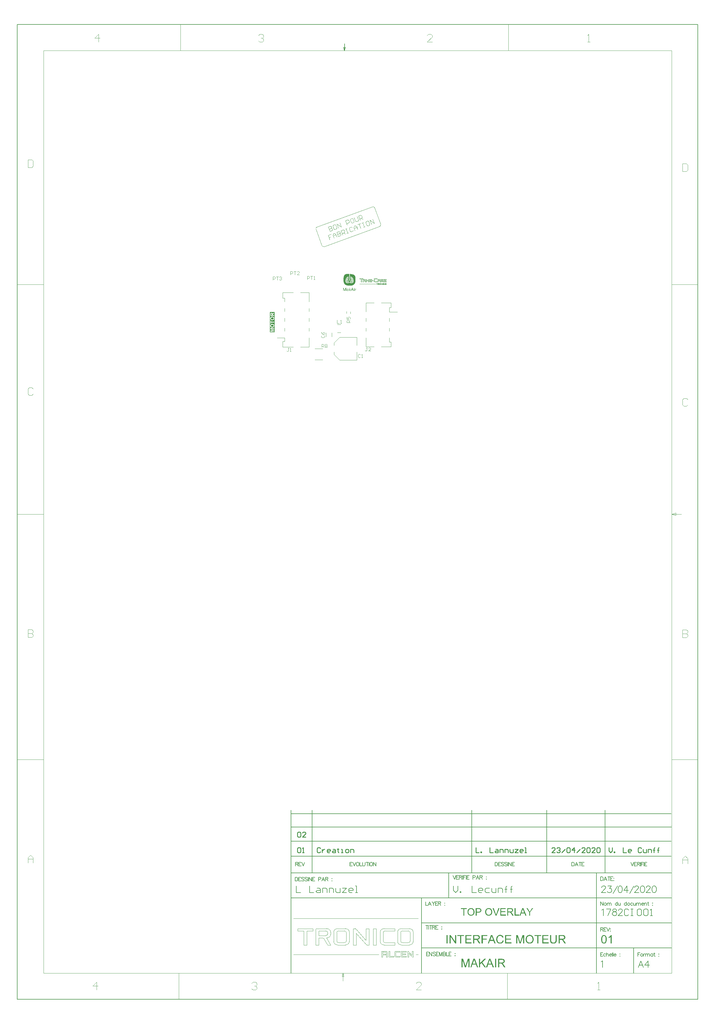
<source format=gto>
G04*
G04 #@! TF.GenerationSoftware,Altium Limited,Altium Designer,20.0.10 (225)*
G04*
G04 Layer_Color=65535*
%FSLAX44Y44*%
%MOMM*%
G71*
G01*
G75*
%ADD10C,0.1000*%
%ADD11C,0.1000*%
%ADD12C,0.1200*%
%ADD13C,0.1500*%
%ADD14C,0.1016*%
%ADD15C,0.1270*%
%ADD16C,0.2540*%
%ADD17C,0.0127*%
G36*
X272464Y276529D02*
X274106D01*
Y276402D01*
Y276276D01*
Y276150D01*
Y276024D01*
Y275897D01*
Y275771D01*
Y275645D01*
Y275518D01*
Y275392D01*
Y275266D01*
Y275139D01*
Y275013D01*
Y274887D01*
Y274760D01*
Y274634D01*
Y274508D01*
Y274382D01*
Y274255D01*
Y274129D01*
Y274003D01*
Y273876D01*
Y273750D01*
Y273624D01*
Y273497D01*
Y273371D01*
Y273245D01*
Y273118D01*
Y272992D01*
Y272866D01*
Y272740D01*
Y272613D01*
Y272487D01*
Y272361D01*
Y272234D01*
Y272108D01*
Y271982D01*
Y271855D01*
Y271729D01*
Y271603D01*
Y271476D01*
Y271350D01*
Y271224D01*
Y271098D01*
Y270971D01*
Y270845D01*
Y270719D01*
Y270592D01*
Y270466D01*
Y270340D01*
Y270213D01*
Y270087D01*
Y269961D01*
Y269834D01*
Y269708D01*
Y269582D01*
Y269456D01*
Y269329D01*
Y269203D01*
Y269077D01*
Y268950D01*
Y268824D01*
Y268698D01*
Y268571D01*
Y268445D01*
Y268319D01*
Y268192D01*
Y268066D01*
Y267940D01*
Y267813D01*
Y267687D01*
Y267561D01*
Y267435D01*
Y267308D01*
Y267182D01*
Y267056D01*
Y266929D01*
Y266803D01*
Y266677D01*
Y266550D01*
Y266424D01*
Y266298D01*
Y266171D01*
Y266045D01*
Y265919D01*
Y265793D01*
Y265666D01*
Y265540D01*
Y265413D01*
Y265287D01*
Y265161D01*
Y265035D01*
Y264908D01*
Y264782D01*
Y264656D01*
Y264529D01*
Y264403D01*
Y264277D01*
Y264150D01*
Y264024D01*
Y263898D01*
Y263771D01*
Y263645D01*
Y263519D01*
Y263393D01*
Y263266D01*
Y263140D01*
Y263014D01*
Y262887D01*
Y262761D01*
Y262635D01*
Y262508D01*
Y262382D01*
Y262256D01*
Y262129D01*
Y262003D01*
Y261877D01*
Y261751D01*
Y261624D01*
Y261498D01*
Y261372D01*
Y261245D01*
Y261119D01*
Y260993D01*
Y260866D01*
Y260740D01*
Y260614D01*
Y260487D01*
Y260361D01*
Y260235D01*
Y260109D01*
Y259982D01*
Y259856D01*
Y259730D01*
Y259603D01*
Y259477D01*
Y259351D01*
Y259224D01*
Y259098D01*
Y258972D01*
Y258846D01*
Y258719D01*
Y258593D01*
Y258466D01*
Y258340D01*
X273980D01*
Y258214D01*
X273853D01*
Y258088D01*
X273601D01*
Y257961D01*
X273348D01*
Y257835D01*
X273222D01*
Y257709D01*
X272969D01*
Y257582D01*
X272843D01*
Y257456D01*
X272590D01*
Y257330D01*
X272464D01*
Y257203D01*
X272338D01*
Y257077D01*
Y256951D01*
Y256824D01*
Y256698D01*
Y256572D01*
Y256446D01*
Y256319D01*
X272464D01*
Y256193D01*
X272590D01*
Y256067D01*
X272843D01*
Y255940D01*
X273348D01*
Y256067D01*
X273601D01*
Y256193D01*
X273727D01*
Y256319D01*
X273980D01*
Y256446D01*
X274232D01*
Y256572D01*
X274359D01*
Y256698D01*
X274611D01*
Y256824D01*
X274864D01*
Y256951D01*
X275116D01*
Y256824D01*
X275369D01*
Y256698D01*
X275495D01*
Y256572D01*
X275748D01*
Y256446D01*
X275874D01*
Y256319D01*
X276127D01*
Y256193D01*
X276380D01*
Y256067D01*
X276506D01*
Y255940D01*
X277137D01*
Y256067D01*
X277390D01*
Y256193D01*
X277516D01*
Y256319D01*
Y256446D01*
X277643D01*
Y256572D01*
Y256698D01*
Y256824D01*
Y256951D01*
Y257077D01*
X277516D01*
Y257203D01*
Y257330D01*
X277264D01*
Y257456D01*
X277137D01*
Y257582D01*
X276885D01*
Y257709D01*
X276758D01*
Y257835D01*
X276506D01*
Y257961D01*
X276253D01*
Y258088D01*
X276127D01*
Y258214D01*
X275874D01*
Y258340D01*
X275748D01*
Y258466D01*
Y258593D01*
Y258719D01*
Y258846D01*
Y258972D01*
Y259098D01*
Y259224D01*
Y259351D01*
Y259477D01*
Y259603D01*
Y259730D01*
Y259856D01*
Y259982D01*
Y260109D01*
Y260235D01*
Y260361D01*
Y260487D01*
Y260614D01*
Y260740D01*
Y260866D01*
Y260993D01*
Y261119D01*
Y261245D01*
Y261372D01*
Y261498D01*
Y261624D01*
Y261751D01*
Y261877D01*
Y262003D01*
Y262129D01*
Y262256D01*
Y262382D01*
Y262508D01*
Y262635D01*
Y262761D01*
Y262887D01*
Y263014D01*
Y263140D01*
Y263266D01*
Y263393D01*
Y263519D01*
Y263645D01*
Y263771D01*
Y263898D01*
Y264024D01*
Y264150D01*
Y264277D01*
Y264403D01*
Y264529D01*
Y264656D01*
Y264782D01*
Y264908D01*
Y265035D01*
Y265161D01*
Y265287D01*
Y265413D01*
Y265540D01*
Y265666D01*
Y265793D01*
Y265919D01*
Y266045D01*
Y266171D01*
Y266298D01*
Y266424D01*
Y266550D01*
Y266677D01*
Y266803D01*
Y266929D01*
Y267056D01*
Y267182D01*
Y267308D01*
Y267435D01*
Y267561D01*
Y267687D01*
Y267813D01*
Y267940D01*
Y268066D01*
Y268192D01*
Y268319D01*
Y268445D01*
Y268571D01*
Y268698D01*
Y268824D01*
Y268950D01*
Y269077D01*
Y269203D01*
Y269329D01*
Y269456D01*
Y269582D01*
Y269708D01*
Y269834D01*
Y269961D01*
Y270087D01*
Y270213D01*
Y270340D01*
Y270466D01*
Y270592D01*
Y270719D01*
Y270845D01*
Y270971D01*
Y271098D01*
Y271224D01*
Y271350D01*
Y271476D01*
Y271603D01*
Y271729D01*
Y271855D01*
Y271982D01*
Y272108D01*
Y272234D01*
Y272361D01*
Y272487D01*
Y272613D01*
Y272740D01*
Y272866D01*
Y272992D01*
Y273118D01*
Y273245D01*
Y273371D01*
Y273497D01*
Y273624D01*
Y273750D01*
Y273876D01*
Y274003D01*
Y274129D01*
Y274255D01*
Y274382D01*
Y274508D01*
Y274634D01*
Y274760D01*
Y274887D01*
Y275013D01*
Y275139D01*
Y275266D01*
Y275392D01*
Y275518D01*
Y275645D01*
Y275771D01*
Y275897D01*
Y276024D01*
Y276150D01*
Y276276D01*
Y276402D01*
X276253D01*
Y276276D01*
X277390D01*
Y276150D01*
X278274D01*
Y276024D01*
X279158D01*
Y275897D01*
X280042D01*
Y275771D01*
X280800D01*
Y275645D01*
X281432D01*
Y275518D01*
X282190D01*
Y275392D01*
X282948D01*
Y275266D01*
X283579D01*
Y275139D01*
X284084D01*
Y275013D01*
X284716D01*
Y274887D01*
X285221D01*
Y274760D01*
X285600D01*
Y274634D01*
X286105D01*
Y274508D01*
X286484D01*
Y274382D01*
X286863D01*
Y274255D01*
X287116D01*
Y274129D01*
X287495D01*
Y274003D01*
X287747D01*
Y273876D01*
X288000D01*
Y273750D01*
X288253D01*
Y273624D01*
X288505D01*
Y273497D01*
X288631D01*
Y273371D01*
X288884D01*
Y273245D01*
X289137D01*
Y273118D01*
X289263D01*
Y272992D01*
X289389D01*
Y272866D01*
X289642D01*
Y272740D01*
X289768D01*
Y272613D01*
X289895D01*
Y272487D01*
X290021D01*
Y272361D01*
X290147D01*
Y272234D01*
X290274D01*
Y272108D01*
X290400D01*
Y271982D01*
X290526D01*
Y271855D01*
X290653D01*
Y271729D01*
X290779D01*
Y271603D01*
X290905D01*
Y271476D01*
Y271350D01*
X291031D01*
Y271224D01*
X291158D01*
Y271098D01*
X291284D01*
Y270971D01*
Y270845D01*
X291410D01*
Y270719D01*
Y270592D01*
X291537D01*
Y270466D01*
X291663D01*
Y270340D01*
Y270213D01*
X291789D01*
Y270087D01*
Y269961D01*
X291916D01*
Y269834D01*
Y269708D01*
Y269582D01*
X292042D01*
Y269456D01*
Y269329D01*
X292168D01*
Y269203D01*
Y269077D01*
Y268950D01*
X292295D01*
Y268824D01*
Y268698D01*
Y268571D01*
X292421D01*
Y268445D01*
Y268319D01*
Y268192D01*
Y268066D01*
X292547D01*
Y267940D01*
Y267813D01*
Y267687D01*
X292673D01*
Y267561D01*
Y267435D01*
Y267308D01*
Y267182D01*
X292800D01*
Y267056D01*
Y266929D01*
Y266803D01*
Y266677D01*
Y266550D01*
X292926D01*
Y266424D01*
Y266298D01*
Y266171D01*
Y266045D01*
Y265919D01*
X293052D01*
Y265793D01*
Y265666D01*
Y265540D01*
Y265413D01*
Y265287D01*
Y265161D01*
Y265035D01*
X293179D01*
Y264908D01*
Y264782D01*
Y264656D01*
Y264529D01*
Y264403D01*
Y264277D01*
Y264150D01*
Y264024D01*
Y263898D01*
X293305D01*
Y263771D01*
Y263645D01*
Y263519D01*
Y263393D01*
Y263266D01*
Y263140D01*
Y263014D01*
Y262887D01*
Y262761D01*
Y262635D01*
Y262508D01*
Y262382D01*
Y262256D01*
Y262129D01*
Y262003D01*
Y261877D01*
Y261751D01*
Y261624D01*
Y261498D01*
Y261372D01*
Y261245D01*
Y261119D01*
Y260993D01*
Y260866D01*
Y260740D01*
Y260614D01*
Y260487D01*
Y260361D01*
Y260235D01*
Y260109D01*
Y259982D01*
Y259856D01*
Y259730D01*
Y259603D01*
Y259477D01*
Y259351D01*
Y259224D01*
Y259098D01*
Y258972D01*
Y258846D01*
Y258719D01*
Y258593D01*
Y258466D01*
Y258340D01*
Y258214D01*
Y258088D01*
Y257961D01*
Y257835D01*
Y257709D01*
Y257582D01*
Y257456D01*
X293179D01*
Y257330D01*
Y257203D01*
Y257077D01*
Y256951D01*
Y256824D01*
Y256698D01*
Y256572D01*
Y256446D01*
Y256319D01*
Y256193D01*
Y256067D01*
Y255940D01*
Y255814D01*
Y255688D01*
X293052D01*
Y255561D01*
Y255435D01*
Y255309D01*
Y255182D01*
Y255056D01*
Y254930D01*
Y254804D01*
Y254677D01*
Y254551D01*
Y254425D01*
Y254298D01*
Y254172D01*
Y254046D01*
X292926D01*
Y253919D01*
Y253793D01*
Y253667D01*
Y253540D01*
Y253414D01*
Y253288D01*
Y253162D01*
Y253035D01*
Y252909D01*
X292800D01*
Y252783D01*
Y252656D01*
Y252530D01*
Y252404D01*
Y252277D01*
Y252151D01*
X292673D01*
Y252025D01*
Y251898D01*
Y251772D01*
Y251646D01*
Y251520D01*
X292547D01*
Y251393D01*
Y251267D01*
Y251140D01*
Y251014D01*
X292421D01*
Y250888D01*
Y250762D01*
Y250635D01*
Y250509D01*
X292295D01*
Y250383D01*
Y250256D01*
Y250130D01*
X292168D01*
Y250004D01*
Y249877D01*
Y249751D01*
X292042D01*
Y249625D01*
Y249499D01*
Y249372D01*
X291916D01*
Y249246D01*
Y249120D01*
Y248993D01*
X291789D01*
Y248867D01*
Y248741D01*
X291663D01*
Y248614D01*
Y248488D01*
X291537D01*
Y248362D01*
Y248235D01*
X291410D01*
Y248109D01*
Y247983D01*
X291284D01*
Y247857D01*
Y247730D01*
X291158D01*
Y247604D01*
Y247478D01*
X291031D01*
Y247351D01*
Y247225D01*
X290905D01*
Y247099D01*
X290779D01*
Y246972D01*
Y246846D01*
X290653D01*
Y246720D01*
Y246593D01*
X290526D01*
Y246467D01*
X290400D01*
Y246341D01*
X290274D01*
Y246214D01*
Y246088D01*
X290147D01*
Y245962D01*
X290021D01*
Y245835D01*
X289895D01*
Y245709D01*
Y245583D01*
X289768D01*
Y245457D01*
X289642D01*
Y245330D01*
X289516D01*
Y245204D01*
X289389D01*
Y245078D01*
X289263D01*
Y244951D01*
X289137D01*
Y244825D01*
X289011D01*
Y244699D01*
X288884D01*
Y244572D01*
X288758D01*
Y244446D01*
X288631D01*
Y244320D01*
X288505D01*
Y244193D01*
X288379D01*
Y244067D01*
X288253D01*
Y243941D01*
X288126D01*
Y243815D01*
X287874D01*
Y243688D01*
X287747D01*
Y243562D01*
X287621D01*
Y243436D01*
X287368D01*
Y243309D01*
X287242D01*
Y243183D01*
X286989D01*
Y243057D01*
X286737D01*
Y242930D01*
X286611D01*
Y242804D01*
X286358D01*
Y242678D01*
X286105D01*
Y242551D01*
X285853D01*
Y242425D01*
X285600D01*
Y242299D01*
X285347D01*
Y242173D01*
X285095D01*
Y242046D01*
X284716D01*
Y241920D01*
X284463D01*
Y241794D01*
X284084D01*
Y241667D01*
X283706D01*
Y241541D01*
X283326D01*
Y241415D01*
X282821D01*
Y241288D01*
X282316D01*
Y241162D01*
X281811D01*
Y241036D01*
X281179D01*
Y240909D01*
X280421D01*
Y240783D01*
X279411D01*
Y240657D01*
X277769D01*
Y240530D01*
X274864D01*
Y240657D01*
X272969D01*
Y240783D01*
X271706D01*
Y240909D01*
X270695D01*
Y241036D01*
X269811D01*
Y241162D01*
X268927D01*
Y241288D01*
X268296D01*
Y241415D01*
X267664D01*
Y241541D01*
X267033D01*
Y241667D01*
X266527D01*
Y241794D01*
X266022D01*
Y241920D01*
X265643D01*
Y242046D01*
X265264D01*
Y242173D01*
X264885D01*
Y242299D01*
X264506D01*
Y242425D01*
X264127D01*
Y242551D01*
X263875D01*
Y242678D01*
X263622D01*
Y242804D01*
X263370D01*
Y242930D01*
X263117D01*
Y243057D01*
X262864D01*
Y243183D01*
X262612D01*
Y243309D01*
X262359D01*
Y243436D01*
X262233D01*
Y243562D01*
X261980D01*
Y243688D01*
X261728D01*
Y243815D01*
X261601D01*
Y243941D01*
X261475D01*
Y244067D01*
X261222D01*
Y244193D01*
X261096D01*
Y244320D01*
X260970D01*
Y244446D01*
X260843D01*
Y244572D01*
X260717D01*
Y244699D01*
X260464D01*
Y244825D01*
X260338D01*
Y244951D01*
X260212D01*
Y245078D01*
X260086D01*
Y245204D01*
Y245330D01*
X259959D01*
Y245457D01*
X259833D01*
Y245583D01*
X259707D01*
Y245709D01*
X259580D01*
Y245835D01*
X259454D01*
Y245962D01*
Y246088D01*
X259328D01*
Y246214D01*
X259201D01*
Y246341D01*
Y246467D01*
X259075D01*
Y246593D01*
X258949D01*
Y246720D01*
Y246846D01*
X258822D01*
Y246972D01*
X258696D01*
Y247099D01*
Y247225D01*
X258570D01*
Y247351D01*
Y247478D01*
X258444D01*
Y247604D01*
Y247730D01*
X258317D01*
Y247857D01*
Y247983D01*
X258191D01*
Y248109D01*
Y248235D01*
Y248362D01*
X258064D01*
Y248488D01*
Y248614D01*
X257938D01*
Y248741D01*
Y248867D01*
Y248993D01*
X257812D01*
Y249120D01*
Y249246D01*
Y249372D01*
X257686D01*
Y249499D01*
Y249625D01*
Y249751D01*
X257559D01*
Y249877D01*
Y250004D01*
Y250130D01*
X257433D01*
Y250256D01*
Y250383D01*
Y250509D01*
Y250635D01*
X257307D01*
Y250762D01*
Y250888D01*
Y251014D01*
Y251140D01*
X257180D01*
Y251267D01*
Y251393D01*
Y251520D01*
Y251646D01*
Y251772D01*
X257054D01*
Y251898D01*
Y252025D01*
Y252151D01*
Y252277D01*
Y252404D01*
X256928D01*
Y252530D01*
Y252656D01*
Y252783D01*
Y252909D01*
Y253035D01*
Y253162D01*
Y253288D01*
X256801D01*
Y253414D01*
Y253540D01*
Y253667D01*
Y253793D01*
Y253919D01*
Y254046D01*
Y254172D01*
Y254298D01*
X256675D01*
Y254425D01*
Y254551D01*
Y254677D01*
Y254804D01*
Y254930D01*
Y255056D01*
Y255182D01*
Y255309D01*
Y255435D01*
Y255561D01*
Y255688D01*
Y255814D01*
Y255940D01*
X256549D01*
Y256067D01*
Y256193D01*
Y256319D01*
Y256446D01*
Y256572D01*
Y256698D01*
Y256824D01*
Y256951D01*
Y257077D01*
Y257203D01*
Y257330D01*
Y257456D01*
Y257582D01*
Y257709D01*
Y257835D01*
Y257961D01*
Y258088D01*
Y258214D01*
Y258340D01*
Y258466D01*
Y258593D01*
Y258719D01*
Y258846D01*
Y258972D01*
Y259098D01*
Y259224D01*
Y259351D01*
Y259477D01*
Y259603D01*
Y259730D01*
Y259856D01*
Y259982D01*
Y260109D01*
Y260235D01*
Y260361D01*
Y260487D01*
Y260614D01*
Y260740D01*
Y260866D01*
Y260993D01*
X256675D01*
Y261119D01*
Y261245D01*
Y261372D01*
Y261498D01*
Y261624D01*
Y261751D01*
Y261877D01*
Y262003D01*
Y262129D01*
Y262256D01*
Y262382D01*
Y262508D01*
Y262635D01*
Y262761D01*
Y262887D01*
Y263014D01*
Y263140D01*
Y263266D01*
Y263393D01*
X256801D01*
Y263519D01*
Y263645D01*
Y263771D01*
Y263898D01*
Y264024D01*
Y264150D01*
Y264277D01*
Y264403D01*
Y264529D01*
Y264656D01*
Y264782D01*
X256928D01*
Y264908D01*
Y265035D01*
Y265161D01*
Y265287D01*
Y265413D01*
Y265540D01*
Y265666D01*
X257054D01*
Y265793D01*
Y265919D01*
Y266045D01*
Y266171D01*
Y266298D01*
Y266424D01*
X257180D01*
Y266550D01*
Y266677D01*
Y266803D01*
Y266929D01*
Y267056D01*
X257307D01*
Y267182D01*
Y267308D01*
Y267435D01*
Y267561D01*
Y267687D01*
X257433D01*
Y267813D01*
Y267940D01*
Y268066D01*
Y268192D01*
X257559D01*
Y268319D01*
Y268445D01*
Y268571D01*
X257686D01*
Y268698D01*
Y268824D01*
Y268950D01*
X257812D01*
Y269077D01*
Y269203D01*
Y269329D01*
X257938D01*
Y269456D01*
Y269582D01*
Y269708D01*
X258064D01*
Y269834D01*
Y269961D01*
X258191D01*
Y270087D01*
Y270213D01*
Y270340D01*
X258317D01*
Y270466D01*
Y270592D01*
X258444D01*
Y270719D01*
Y270845D01*
Y270971D01*
X258570D01*
Y271098D01*
Y271224D01*
X258696D01*
Y271350D01*
Y271476D01*
X258822D01*
Y271603D01*
Y271729D01*
X258949D01*
Y271855D01*
X259075D01*
Y271982D01*
Y272108D01*
X259201D01*
Y272234D01*
Y272361D01*
X259328D01*
Y272487D01*
X259454D01*
Y272613D01*
Y272740D01*
X259580D01*
Y272866D01*
X259707D01*
Y272992D01*
X259833D01*
Y273118D01*
Y273245D01*
X259959D01*
Y273371D01*
X260086D01*
Y273497D01*
X260212D01*
Y273624D01*
X260338D01*
Y273750D01*
X260464D01*
Y273876D01*
X260591D01*
Y274003D01*
X260717D01*
Y274129D01*
X260970D01*
Y274255D01*
X261096D01*
Y274382D01*
X261222D01*
Y274508D01*
X261475D01*
Y274634D01*
X261601D01*
Y274760D01*
X261854D01*
Y274887D01*
X262106D01*
Y275013D01*
X262359D01*
Y275139D01*
X262612D01*
Y275266D01*
X262864D01*
Y275392D01*
X263117D01*
Y275518D01*
X263496D01*
Y275645D01*
X263875D01*
Y275771D01*
X264254D01*
Y275897D01*
X264759D01*
Y276024D01*
X265264D01*
Y276150D01*
X265896D01*
Y276276D01*
X266780D01*
Y276402D01*
X268043D01*
Y276529D01*
X270695D01*
Y276655D01*
X272464D01*
Y276529D01*
D02*
G37*
G36*
X290021Y232952D02*
X290147D01*
Y232826D01*
Y232699D01*
Y232573D01*
Y232447D01*
Y232320D01*
Y232194D01*
Y232068D01*
Y231941D01*
Y231815D01*
Y231689D01*
X290021D01*
Y231562D01*
X289137D01*
Y231689D01*
X289011D01*
Y231815D01*
Y231941D01*
Y232068D01*
Y232194D01*
Y232320D01*
Y232447D01*
Y232573D01*
Y232699D01*
Y232826D01*
Y232952D01*
X289137D01*
Y233078D01*
X290021D01*
Y232952D01*
D02*
G37*
G36*
X295073Y230678D02*
X295200D01*
Y230552D01*
Y230426D01*
Y230299D01*
Y230173D01*
Y230047D01*
Y229921D01*
Y229794D01*
X295073D01*
Y229668D01*
X294568D01*
Y229542D01*
X294189D01*
Y229415D01*
X293937D01*
Y229289D01*
X293810D01*
Y229163D01*
X293684D01*
Y229036D01*
X293558D01*
Y228910D01*
X293431D01*
Y228784D01*
Y228657D01*
X293305D01*
Y228531D01*
Y228405D01*
Y228279D01*
Y228152D01*
Y228026D01*
Y227899D01*
Y227773D01*
Y227647D01*
Y227521D01*
Y227394D01*
Y227268D01*
Y227142D01*
Y227015D01*
Y226889D01*
Y226763D01*
Y226636D01*
Y226510D01*
Y226384D01*
Y226257D01*
Y226131D01*
Y226005D01*
Y225879D01*
Y225752D01*
Y225626D01*
Y225500D01*
Y225373D01*
Y225247D01*
Y225121D01*
Y224994D01*
X293052D01*
Y224868D01*
X292295D01*
Y224994D01*
X292168D01*
Y225121D01*
X292042D01*
Y225247D01*
Y225373D01*
Y225500D01*
Y225626D01*
Y225752D01*
Y225879D01*
Y226005D01*
Y226131D01*
Y226257D01*
Y226384D01*
Y226510D01*
Y226636D01*
Y226763D01*
Y226889D01*
Y227015D01*
Y227142D01*
Y227268D01*
Y227394D01*
Y227521D01*
Y227647D01*
Y227773D01*
Y227899D01*
Y228026D01*
Y228152D01*
Y228279D01*
Y228405D01*
Y228531D01*
Y228657D01*
Y228784D01*
Y228910D01*
Y229036D01*
Y229163D01*
Y229289D01*
Y229415D01*
Y229542D01*
Y229668D01*
Y229794D01*
Y229921D01*
Y230047D01*
Y230173D01*
Y230299D01*
Y230426D01*
X292168D01*
Y230552D01*
X292295D01*
Y230678D01*
X293052D01*
Y230552D01*
X293179D01*
Y230426D01*
X293305D01*
Y230299D01*
X293431D01*
Y230426D01*
X293684D01*
Y230552D01*
X293810D01*
Y230678D01*
X294189D01*
Y230805D01*
X295073D01*
Y230678D01*
D02*
G37*
G36*
X264506Y234341D02*
Y234215D01*
X264633D01*
Y234089D01*
Y233962D01*
Y233836D01*
Y233710D01*
Y233584D01*
Y233457D01*
Y233331D01*
Y233204D01*
Y233078D01*
Y232952D01*
Y232826D01*
Y232699D01*
Y232573D01*
Y232447D01*
Y232320D01*
Y232194D01*
Y232068D01*
Y231941D01*
Y231815D01*
Y231689D01*
Y231562D01*
Y231436D01*
Y231310D01*
Y231184D01*
Y231057D01*
Y230931D01*
Y230805D01*
Y230678D01*
Y230552D01*
Y230426D01*
Y230299D01*
Y230173D01*
Y230047D01*
Y229921D01*
Y229794D01*
Y229668D01*
Y229542D01*
Y229415D01*
Y229289D01*
Y229163D01*
Y229036D01*
Y228910D01*
Y228784D01*
Y228657D01*
Y228531D01*
Y228405D01*
Y228279D01*
Y228152D01*
Y228026D01*
Y227899D01*
Y227773D01*
Y227647D01*
Y227521D01*
Y227394D01*
Y227268D01*
Y227142D01*
Y227015D01*
Y226889D01*
Y226763D01*
Y226636D01*
Y226510D01*
Y226384D01*
Y226257D01*
Y226131D01*
Y226005D01*
Y225879D01*
Y225752D01*
Y225626D01*
Y225500D01*
Y225373D01*
Y225247D01*
Y225121D01*
X264506D01*
Y224994D01*
X264380D01*
Y224868D01*
X263622D01*
Y224994D01*
X263496D01*
Y225121D01*
X263370D01*
Y225247D01*
Y225373D01*
Y225500D01*
Y225626D01*
Y225752D01*
Y225879D01*
Y226005D01*
Y226131D01*
Y226257D01*
Y226384D01*
Y226510D01*
Y226636D01*
Y226763D01*
Y226889D01*
Y227015D01*
Y227142D01*
Y227268D01*
Y227394D01*
Y227521D01*
Y227647D01*
Y227773D01*
Y227899D01*
Y228026D01*
Y228152D01*
Y228279D01*
Y228405D01*
Y228531D01*
Y228657D01*
Y228784D01*
Y228910D01*
Y229036D01*
Y229163D01*
Y229289D01*
Y229415D01*
Y229542D01*
Y229668D01*
Y229794D01*
Y229921D01*
Y230047D01*
Y230173D01*
Y230299D01*
Y230426D01*
Y230552D01*
Y230678D01*
Y230805D01*
Y230931D01*
Y231057D01*
Y231184D01*
Y231310D01*
X263243D01*
Y231184D01*
Y231057D01*
X263117D01*
Y230931D01*
Y230805D01*
X262991D01*
Y230678D01*
Y230552D01*
Y230426D01*
X262864D01*
Y230299D01*
Y230173D01*
X262738D01*
Y230047D01*
Y229921D01*
X262612D01*
Y229794D01*
Y229668D01*
X262485D01*
Y229542D01*
Y229415D01*
X262359D01*
Y229289D01*
Y229163D01*
Y229036D01*
X262233D01*
Y228910D01*
Y228784D01*
X262106D01*
Y228657D01*
Y228531D01*
X261980D01*
Y228405D01*
Y228279D01*
X261854D01*
Y228152D01*
Y228026D01*
Y227899D01*
X261728D01*
Y227773D01*
Y227647D01*
X261601D01*
Y227521D01*
Y227394D01*
X261475D01*
Y227268D01*
Y227142D01*
X261349D01*
Y227015D01*
Y226889D01*
Y226763D01*
X261222D01*
Y226636D01*
Y226510D01*
X261096D01*
Y226384D01*
Y226257D01*
X260970D01*
Y226131D01*
Y226005D01*
X260843D01*
Y225879D01*
Y225752D01*
X260717D01*
Y225626D01*
Y225500D01*
Y225373D01*
X260591D01*
Y225247D01*
Y225121D01*
X260464D01*
Y224994D01*
X260338D01*
Y224868D01*
X259580D01*
Y224994D01*
X259454D01*
Y225121D01*
Y225247D01*
X259328D01*
Y225373D01*
Y225500D01*
X259201D01*
Y225626D01*
Y225752D01*
Y225879D01*
X259075D01*
Y226005D01*
Y226131D01*
X258949D01*
Y226257D01*
Y226384D01*
X258822D01*
Y226510D01*
Y226636D01*
X258696D01*
Y226763D01*
Y226889D01*
X258570D01*
Y227015D01*
Y227142D01*
Y227268D01*
X258444D01*
Y227394D01*
Y227521D01*
X258317D01*
Y227647D01*
Y227773D01*
X258191D01*
Y227899D01*
Y228026D01*
X258064D01*
Y228152D01*
Y228279D01*
Y228405D01*
X257938D01*
Y228531D01*
Y228657D01*
X257812D01*
Y228784D01*
Y228910D01*
X257686D01*
Y229036D01*
Y229163D01*
X257559D01*
Y229289D01*
Y229415D01*
Y229542D01*
X257433D01*
Y229668D01*
Y229794D01*
X257307D01*
Y229921D01*
Y230047D01*
X257180D01*
Y230173D01*
Y230299D01*
X257054D01*
Y230426D01*
Y230552D01*
X256928D01*
Y230678D01*
Y230805D01*
Y230931D01*
X256801D01*
Y231057D01*
Y231184D01*
X256675D01*
Y231310D01*
X256549D01*
Y231184D01*
Y231057D01*
Y230931D01*
Y230805D01*
Y230678D01*
Y230552D01*
Y230426D01*
Y230299D01*
Y230173D01*
Y230047D01*
Y229921D01*
Y229794D01*
Y229668D01*
Y229542D01*
Y229415D01*
Y229289D01*
Y229163D01*
Y229036D01*
Y228910D01*
Y228784D01*
Y228657D01*
Y228531D01*
Y228405D01*
Y228279D01*
Y228152D01*
Y228026D01*
Y227899D01*
Y227773D01*
Y227647D01*
Y227521D01*
Y227394D01*
Y227268D01*
Y227142D01*
Y227015D01*
Y226889D01*
Y226763D01*
Y226636D01*
Y226510D01*
Y226384D01*
Y226257D01*
Y226131D01*
Y226005D01*
Y225879D01*
Y225752D01*
Y225626D01*
Y225500D01*
Y225373D01*
Y225247D01*
Y225121D01*
Y224994D01*
X256423D01*
Y224868D01*
X255665D01*
Y224994D01*
X255412D01*
Y225121D01*
Y225247D01*
Y225373D01*
Y225500D01*
Y225626D01*
Y225752D01*
Y225879D01*
Y226005D01*
Y226131D01*
Y226257D01*
Y226384D01*
Y226510D01*
Y226636D01*
Y226763D01*
Y226889D01*
Y227015D01*
Y227142D01*
Y227268D01*
Y227394D01*
Y227521D01*
Y227647D01*
Y227773D01*
Y227899D01*
Y228026D01*
Y228152D01*
Y228279D01*
Y228405D01*
Y228531D01*
Y228657D01*
Y228784D01*
Y228910D01*
Y229036D01*
Y229163D01*
Y229289D01*
Y229415D01*
Y229542D01*
Y229668D01*
Y229794D01*
Y229921D01*
Y230047D01*
Y230173D01*
Y230299D01*
Y230426D01*
Y230552D01*
Y230678D01*
Y230805D01*
Y230931D01*
Y231057D01*
Y231184D01*
Y231310D01*
Y231436D01*
Y231562D01*
Y231689D01*
Y231815D01*
Y231941D01*
Y232068D01*
Y232194D01*
Y232320D01*
Y232447D01*
Y232573D01*
Y232699D01*
Y232826D01*
Y232952D01*
Y233078D01*
Y233204D01*
Y233331D01*
Y233457D01*
Y233584D01*
Y233710D01*
Y233836D01*
Y233962D01*
Y234089D01*
Y234215D01*
Y234341D01*
X255538D01*
Y234468D01*
X256549D01*
Y234341D01*
X256675D01*
Y234215D01*
Y234089D01*
X256801D01*
Y233962D01*
Y233836D01*
X256928D01*
Y233710D01*
Y233584D01*
Y233457D01*
X257054D01*
Y233331D01*
Y233204D01*
X257180D01*
Y233078D01*
Y232952D01*
X257307D01*
Y232826D01*
Y232699D01*
X257433D01*
Y232573D01*
Y232447D01*
Y232320D01*
X257559D01*
Y232194D01*
Y232068D01*
X257686D01*
Y231941D01*
Y231815D01*
X257812D01*
Y231689D01*
Y231562D01*
X257938D01*
Y231436D01*
Y231310D01*
X258064D01*
Y231184D01*
Y231057D01*
Y230931D01*
X258191D01*
Y230805D01*
Y230678D01*
X258317D01*
Y230552D01*
Y230426D01*
X258444D01*
Y230299D01*
Y230173D01*
X258570D01*
Y230047D01*
Y229921D01*
Y229794D01*
X258696D01*
Y229668D01*
Y229542D01*
X258822D01*
Y229415D01*
Y229289D01*
X258949D01*
Y229163D01*
Y229036D01*
X259075D01*
Y228910D01*
Y228784D01*
Y228657D01*
X259201D01*
Y228531D01*
Y228405D01*
X259328D01*
Y228279D01*
Y228152D01*
X259454D01*
Y228026D01*
Y227899D01*
X259580D01*
Y227773D01*
Y227647D01*
X259707D01*
Y227521D01*
Y227394D01*
Y227268D01*
X259833D01*
Y227142D01*
Y227015D01*
X259959D01*
Y226889D01*
X260086D01*
Y227015D01*
Y227142D01*
X260212D01*
Y227268D01*
Y227394D01*
X260338D01*
Y227521D01*
Y227647D01*
X260464D01*
Y227773D01*
Y227899D01*
Y228026D01*
X260591D01*
Y228152D01*
Y228279D01*
X260717D01*
Y228405D01*
Y228531D01*
X260843D01*
Y228657D01*
Y228784D01*
X260970D01*
Y228910D01*
Y229036D01*
Y229163D01*
X261096D01*
Y229289D01*
Y229415D01*
X261222D01*
Y229542D01*
Y229668D01*
X261349D01*
Y229794D01*
Y229921D01*
X261475D01*
Y230047D01*
Y230173D01*
X261601D01*
Y230299D01*
Y230426D01*
Y230552D01*
X261728D01*
Y230678D01*
Y230805D01*
X261854D01*
Y230931D01*
Y231057D01*
X261980D01*
Y231184D01*
Y231310D01*
X262106D01*
Y231436D01*
Y231562D01*
Y231689D01*
X262233D01*
Y231815D01*
Y231941D01*
X262359D01*
Y232068D01*
Y232194D01*
X262485D01*
Y232320D01*
Y232447D01*
X262612D01*
Y232573D01*
Y232699D01*
X262738D01*
Y232826D01*
Y232952D01*
Y233078D01*
X262864D01*
Y233204D01*
Y233331D01*
X262991D01*
Y233457D01*
Y233584D01*
X263117D01*
Y233710D01*
Y233836D01*
X263243D01*
Y233962D01*
Y234089D01*
Y234215D01*
X263370D01*
Y234341D01*
X263496D01*
Y234468D01*
X264506D01*
Y234341D01*
D02*
G37*
G36*
X290021Y230552D02*
X290147D01*
Y230426D01*
Y230299D01*
Y230173D01*
Y230047D01*
Y229921D01*
Y229794D01*
Y229668D01*
Y229542D01*
Y229415D01*
Y229289D01*
Y229163D01*
Y229036D01*
Y228910D01*
Y228784D01*
Y228657D01*
Y228531D01*
Y228405D01*
Y228279D01*
Y228152D01*
Y228026D01*
Y227899D01*
Y227773D01*
Y227647D01*
Y227521D01*
Y227394D01*
Y227268D01*
Y227142D01*
Y227015D01*
Y226889D01*
Y226763D01*
Y226636D01*
Y226510D01*
Y226384D01*
Y226257D01*
Y226131D01*
Y226005D01*
Y225879D01*
Y225752D01*
Y225626D01*
Y225500D01*
Y225373D01*
Y225247D01*
Y225121D01*
Y224994D01*
X290021D01*
Y224868D01*
X289137D01*
Y224994D01*
X289011D01*
Y225121D01*
Y225247D01*
Y225373D01*
Y225500D01*
Y225626D01*
Y225752D01*
Y225879D01*
Y226005D01*
Y226131D01*
Y226257D01*
Y226384D01*
Y226510D01*
Y226636D01*
Y226763D01*
Y226889D01*
Y227015D01*
Y227142D01*
Y227268D01*
Y227394D01*
Y227521D01*
Y227647D01*
Y227773D01*
Y227899D01*
Y228026D01*
Y228152D01*
Y228279D01*
Y228405D01*
Y228531D01*
Y228657D01*
Y228784D01*
Y228910D01*
Y229036D01*
Y229163D01*
Y229289D01*
Y229415D01*
Y229542D01*
Y229668D01*
Y229794D01*
Y229921D01*
Y230047D01*
Y230173D01*
Y230299D01*
Y230426D01*
Y230552D01*
X289137D01*
Y230678D01*
X290021D01*
Y230552D01*
D02*
G37*
G36*
X283958Y234341D02*
X284084D01*
Y234215D01*
Y234089D01*
Y233962D01*
X284211D01*
Y233836D01*
Y233710D01*
X284337D01*
Y233584D01*
Y233457D01*
Y233331D01*
X284463D01*
Y233204D01*
Y233078D01*
X284590D01*
Y232952D01*
Y232826D01*
Y232699D01*
X284716D01*
Y232573D01*
Y232447D01*
X284842D01*
Y232320D01*
Y232194D01*
Y232068D01*
X284968D01*
Y231941D01*
Y231815D01*
X285095D01*
Y231689D01*
Y231562D01*
Y231436D01*
X285221D01*
Y231310D01*
Y231184D01*
X285347D01*
Y231057D01*
Y230931D01*
Y230805D01*
X285474D01*
Y230678D01*
Y230552D01*
X285600D01*
Y230426D01*
Y230299D01*
Y230173D01*
X285726D01*
Y230047D01*
Y229921D01*
X285853D01*
Y229794D01*
Y229668D01*
Y229542D01*
X285979D01*
Y229415D01*
Y229289D01*
X286105D01*
Y229163D01*
Y229036D01*
Y228910D01*
X286232D01*
Y228784D01*
Y228657D01*
X286358D01*
Y228531D01*
Y228405D01*
Y228279D01*
X286484D01*
Y228152D01*
Y228026D01*
X286611D01*
Y227899D01*
Y227773D01*
Y227647D01*
X286737D01*
Y227521D01*
Y227394D01*
X286863D01*
Y227268D01*
Y227142D01*
Y227015D01*
X286989D01*
Y226889D01*
Y226763D01*
X287116D01*
Y226636D01*
Y226510D01*
Y226384D01*
X287242D01*
Y226257D01*
Y226131D01*
X287368D01*
Y226005D01*
Y225879D01*
Y225752D01*
X287495D01*
Y225626D01*
Y225500D01*
X287621D01*
Y225373D01*
Y225247D01*
Y225121D01*
Y224994D01*
X287368D01*
Y224868D01*
X286611D01*
Y224994D01*
X286484D01*
Y225121D01*
X286358D01*
Y225247D01*
Y225373D01*
X286232D01*
Y225500D01*
Y225626D01*
X286105D01*
Y225752D01*
Y225879D01*
Y226005D01*
X285979D01*
Y226131D01*
Y226257D01*
X285853D01*
Y226384D01*
Y226510D01*
Y226636D01*
X285726D01*
Y226763D01*
Y226889D01*
X285600D01*
Y227015D01*
Y227142D01*
Y227268D01*
X285474D01*
Y227394D01*
Y227521D01*
X281558D01*
Y227394D01*
X281432D01*
Y227268D01*
Y227142D01*
X281306D01*
Y227015D01*
Y226889D01*
Y226763D01*
X281179D01*
Y226636D01*
Y226510D01*
X281053D01*
Y226384D01*
Y226257D01*
Y226131D01*
X280927D01*
Y226005D01*
Y225879D01*
X280800D01*
Y225752D01*
Y225626D01*
Y225500D01*
X280674D01*
Y225373D01*
Y225247D01*
X280548D01*
Y225121D01*
Y224994D01*
X280421D01*
Y224868D01*
X279537D01*
Y224994D01*
X279411D01*
Y225121D01*
Y225247D01*
Y225373D01*
Y225500D01*
Y225626D01*
X279537D01*
Y225752D01*
Y225879D01*
X279664D01*
Y226005D01*
Y226131D01*
Y226257D01*
X279790D01*
Y226384D01*
Y226510D01*
X279916D01*
Y226636D01*
Y226763D01*
Y226889D01*
X280042D01*
Y227015D01*
Y227142D01*
X280169D01*
Y227268D01*
Y227394D01*
Y227521D01*
X280295D01*
Y227647D01*
Y227773D01*
X280421D01*
Y227899D01*
Y228026D01*
Y228152D01*
X280548D01*
Y228279D01*
Y228405D01*
X280674D01*
Y228531D01*
Y228657D01*
Y228784D01*
X280800D01*
Y228910D01*
Y229036D01*
X280927D01*
Y229163D01*
Y229289D01*
Y229415D01*
X281053D01*
Y229542D01*
Y229668D01*
X281179D01*
Y229794D01*
Y229921D01*
Y230047D01*
X281306D01*
Y230173D01*
Y230299D01*
X281432D01*
Y230426D01*
Y230552D01*
Y230678D01*
X281558D01*
Y230805D01*
Y230931D01*
X281684D01*
Y231057D01*
Y231184D01*
Y231310D01*
X281811D01*
Y231436D01*
Y231562D01*
X281937D01*
Y231689D01*
Y231815D01*
Y231941D01*
X282063D01*
Y232068D01*
Y232194D01*
X282190D01*
Y232320D01*
Y232447D01*
Y232573D01*
X282316D01*
Y232699D01*
Y232826D01*
X282442D01*
Y232952D01*
Y233078D01*
Y233204D01*
X282569D01*
Y233331D01*
Y233457D01*
X282695D01*
Y233584D01*
Y233710D01*
Y233836D01*
X282821D01*
Y233962D01*
Y234089D01*
X282948D01*
Y234215D01*
Y234341D01*
X283074D01*
Y234468D01*
X283958D01*
Y234341D01*
D02*
G37*
G36*
X275116D02*
X275243D01*
Y234215D01*
Y234089D01*
Y233962D01*
Y233836D01*
Y233710D01*
Y233584D01*
Y233457D01*
Y233331D01*
Y233204D01*
Y233078D01*
Y232952D01*
Y232826D01*
Y232699D01*
Y232573D01*
Y232447D01*
Y232320D01*
Y232194D01*
Y232068D01*
Y231941D01*
Y231815D01*
Y231689D01*
Y231562D01*
Y231436D01*
Y231310D01*
Y231184D01*
Y231057D01*
Y230931D01*
Y230805D01*
Y230678D01*
Y230552D01*
Y230426D01*
Y230299D01*
Y230173D01*
Y230047D01*
Y229921D01*
Y229794D01*
Y229668D01*
Y229542D01*
Y229415D01*
Y229289D01*
Y229163D01*
Y229036D01*
Y228910D01*
X275495D01*
Y229036D01*
X275622D01*
Y229163D01*
X275748D01*
Y229289D01*
X275874D01*
Y229415D01*
X276000D01*
Y229542D01*
X276253D01*
Y229668D01*
X276380D01*
Y229794D01*
X276506D01*
Y229921D01*
X276632D01*
Y230047D01*
X276758D01*
Y230173D01*
X276885D01*
Y230299D01*
X277137D01*
Y230426D01*
X277264D01*
Y230552D01*
X277390D01*
Y230678D01*
X278400D01*
Y230552D01*
X278527D01*
Y230426D01*
Y230299D01*
Y230173D01*
Y230047D01*
X278400D01*
Y229921D01*
X278274D01*
Y229794D01*
X278022D01*
Y229668D01*
X277895D01*
Y229542D01*
X277769D01*
Y229415D01*
X277643D01*
Y229289D01*
X277516D01*
Y229163D01*
X277390D01*
Y229036D01*
X277137D01*
Y228910D01*
X277011D01*
Y228784D01*
X276885D01*
Y228657D01*
X276758D01*
Y228531D01*
X276632D01*
Y228405D01*
X276506D01*
Y228279D01*
X276253D01*
Y228152D01*
X276127D01*
Y228026D01*
X276000D01*
Y227899D01*
X276127D01*
Y227773D01*
X276253D01*
Y227647D01*
X276380D01*
Y227521D01*
X276506D01*
Y227394D01*
X276632D01*
Y227268D01*
X276758D01*
Y227142D01*
X276885D01*
Y227015D01*
X277011D01*
Y226889D01*
X277137D01*
Y226763D01*
X277264D01*
Y226636D01*
X277390D01*
Y226510D01*
X277516D01*
Y226384D01*
X277643D01*
Y226257D01*
X277769D01*
Y226131D01*
X277895D01*
Y226005D01*
X278022D01*
Y225879D01*
X278148D01*
Y225752D01*
X278274D01*
Y225626D01*
X278400D01*
Y225500D01*
X278527D01*
Y225373D01*
Y225247D01*
Y225121D01*
Y224994D01*
X278400D01*
Y224868D01*
X277516D01*
Y224994D01*
X277264D01*
Y225121D01*
X277137D01*
Y225247D01*
X277011D01*
Y225373D01*
X276885D01*
Y225500D01*
X276758D01*
Y225626D01*
X276632D01*
Y225752D01*
X276506D01*
Y225879D01*
X276380D01*
Y226005D01*
X276253D01*
Y226131D01*
X276127D01*
Y226257D01*
X276000D01*
Y226384D01*
X275874D01*
Y226510D01*
X275748D01*
Y226636D01*
X275622D01*
Y226763D01*
X275495D01*
Y226889D01*
X275243D01*
Y226763D01*
Y226636D01*
Y226510D01*
Y226384D01*
Y226257D01*
Y226131D01*
Y226005D01*
Y225879D01*
Y225752D01*
Y225626D01*
Y225500D01*
Y225373D01*
Y225247D01*
Y225121D01*
Y224994D01*
X275116D01*
Y224868D01*
X274232D01*
Y224994D01*
X274106D01*
Y225121D01*
Y225247D01*
Y225373D01*
Y225500D01*
Y225626D01*
Y225752D01*
Y225879D01*
Y226005D01*
Y226131D01*
Y226257D01*
Y226384D01*
Y226510D01*
Y226636D01*
Y226763D01*
Y226889D01*
Y227015D01*
Y227142D01*
Y227268D01*
Y227394D01*
Y227521D01*
Y227647D01*
Y227773D01*
Y227899D01*
Y228026D01*
Y228152D01*
Y228279D01*
Y228405D01*
Y228531D01*
Y228657D01*
Y228784D01*
Y228910D01*
Y229036D01*
Y229163D01*
Y229289D01*
Y229415D01*
Y229542D01*
Y229668D01*
Y229794D01*
Y229921D01*
Y230047D01*
Y230173D01*
Y230299D01*
Y230426D01*
Y230552D01*
Y230678D01*
Y230805D01*
Y230931D01*
Y231057D01*
Y231184D01*
Y231310D01*
Y231436D01*
Y231562D01*
Y231689D01*
Y231815D01*
Y231941D01*
Y232068D01*
Y232194D01*
Y232320D01*
Y232447D01*
Y232573D01*
Y232699D01*
Y232826D01*
Y232952D01*
Y233078D01*
Y233204D01*
Y233331D01*
Y233457D01*
Y233584D01*
Y233710D01*
Y233836D01*
Y233962D01*
Y234089D01*
Y234215D01*
Y234341D01*
Y234468D01*
X275116D01*
Y234341D01*
D02*
G37*
G36*
X269938Y230678D02*
X270317D01*
Y230552D01*
X270569D01*
Y230426D01*
X270822D01*
Y230299D01*
X270948D01*
Y230426D01*
X271075D01*
Y230552D01*
X271201D01*
Y230678D01*
X271959D01*
Y230552D01*
X272085D01*
Y230426D01*
Y230299D01*
Y230173D01*
Y230047D01*
Y229921D01*
Y229794D01*
Y229668D01*
Y229542D01*
Y229415D01*
Y229289D01*
Y229163D01*
Y229036D01*
Y228910D01*
Y228784D01*
Y228657D01*
Y228531D01*
Y228405D01*
Y228279D01*
Y228152D01*
Y228026D01*
Y227899D01*
Y227773D01*
Y227647D01*
Y227521D01*
Y227394D01*
Y227268D01*
Y227142D01*
Y227015D01*
Y226889D01*
Y226763D01*
Y226636D01*
Y226510D01*
Y226384D01*
Y226257D01*
Y226131D01*
Y226005D01*
Y225879D01*
Y225752D01*
Y225626D01*
Y225500D01*
Y225373D01*
Y225247D01*
Y225121D01*
Y224994D01*
X271959D01*
Y224868D01*
X271201D01*
Y224994D01*
X271075D01*
Y225121D01*
X270948D01*
Y225247D01*
X270822D01*
Y225121D01*
X270569D01*
Y224994D01*
X270317D01*
Y224868D01*
X269938D01*
Y224742D01*
X268422D01*
Y224868D01*
X268043D01*
Y224994D01*
X267790D01*
Y225121D01*
X267664D01*
Y225247D01*
X267411D01*
Y225373D01*
X267285D01*
Y225500D01*
X267159D01*
Y225626D01*
X267033D01*
Y225752D01*
X266906D01*
Y225879D01*
Y226005D01*
X266780D01*
Y226131D01*
X266654D01*
Y226257D01*
Y226384D01*
X266527D01*
Y226510D01*
Y226636D01*
Y226763D01*
X266401D01*
Y226889D01*
Y227015D01*
Y227142D01*
Y227268D01*
Y227394D01*
X266275D01*
Y227521D01*
Y227647D01*
Y227773D01*
Y227899D01*
Y228026D01*
Y228152D01*
X266401D01*
Y228279D01*
Y228405D01*
Y228531D01*
Y228657D01*
Y228784D01*
X266527D01*
Y228910D01*
Y229036D01*
Y229163D01*
X266654D01*
Y229289D01*
Y229415D01*
X266780D01*
Y229542D01*
Y229668D01*
X266906D01*
Y229794D01*
X267033D01*
Y229921D01*
X267159D01*
Y230047D01*
X267285D01*
Y230173D01*
X267411D01*
Y230299D01*
X267538D01*
Y230426D01*
X267790D01*
Y230552D01*
X268043D01*
Y230678D01*
X268422D01*
Y230805D01*
X269938D01*
Y230678D01*
D02*
G37*
G36*
X46750Y98500D02*
X31786D01*
Y160235D01*
X46750D01*
Y98500D01*
D02*
G37*
G36*
X825835Y-1669511D02*
Y-1679000D01*
X822856D01*
Y-1669511D01*
X814209Y-1656590D01*
X817804D01*
X822208Y-1663390D01*
Y-1663423D01*
X822273Y-1663488D01*
X822338Y-1663585D01*
X822403Y-1663714D01*
X822532Y-1663876D01*
X822662Y-1664070D01*
X822953Y-1664556D01*
X823309Y-1665139D01*
X823698Y-1665787D01*
X824119Y-1666467D01*
X824508Y-1667180D01*
Y-1667147D01*
X824540Y-1667082D01*
X824605Y-1666985D01*
X824702Y-1666856D01*
X824799Y-1666694D01*
X824929Y-1666499D01*
X825220Y-1666014D01*
X825576Y-1665431D01*
X825997Y-1664751D01*
X826483Y-1664006D01*
X827001Y-1663196D01*
X831309Y-1656590D01*
X834774D01*
X825835Y-1669511D01*
D02*
G37*
G36*
X723337Y-1679000D02*
X720228D01*
X711549Y-1656590D01*
X714787D01*
X720617Y-1672879D01*
Y-1672912D01*
X720649Y-1672976D01*
X720681Y-1673073D01*
X720746Y-1673203D01*
X720779Y-1673397D01*
X720843Y-1673592D01*
X721005Y-1674077D01*
X721199Y-1674628D01*
X721394Y-1675243D01*
X721782Y-1676539D01*
Y-1676506D01*
X721815Y-1676442D01*
X721847Y-1676344D01*
X721880Y-1676215D01*
X721977Y-1675859D01*
X722139Y-1675373D01*
X722301Y-1674822D01*
X722495Y-1674207D01*
X722722Y-1673559D01*
X722981Y-1672879D01*
X729069Y-1656590D01*
X732081D01*
X723337Y-1679000D01*
D02*
G37*
G36*
X814177D02*
X810809D01*
X808186Y-1672199D01*
X798794D01*
X796365Y-1679000D01*
X793224D01*
X801773Y-1656590D01*
X805012D01*
X814177Y-1679000D01*
D02*
G37*
G36*
X781112Y-1676344D02*
X792155D01*
Y-1679000D01*
X778132D01*
Y-1656590D01*
X781112D01*
Y-1676344D01*
D02*
G37*
G36*
X766344Y-1656622D02*
X766636D01*
X767316Y-1656654D01*
X768028Y-1656752D01*
X768805Y-1656849D01*
X769518Y-1657011D01*
X769874Y-1657108D01*
X770166Y-1657205D01*
X770198D01*
X770230Y-1657237D01*
X770425Y-1657334D01*
X770716Y-1657464D01*
X771072Y-1657691D01*
X771461Y-1657982D01*
X771882Y-1658371D01*
X772271Y-1658824D01*
X772659Y-1659342D01*
Y-1659375D01*
X772692Y-1659407D01*
X772821Y-1659601D01*
X772951Y-1659925D01*
X773145Y-1660346D01*
X773307Y-1660832D01*
X773469Y-1661415D01*
X773566Y-1662030D01*
X773598Y-1662710D01*
Y-1662743D01*
Y-1662807D01*
Y-1662937D01*
X773566Y-1663099D01*
Y-1663326D01*
X773534Y-1663552D01*
X773404Y-1664103D01*
X773210Y-1664751D01*
X772951Y-1665431D01*
X772562Y-1666111D01*
X772303Y-1666435D01*
X772044Y-1666759D01*
X772012Y-1666791D01*
X771979Y-1666823D01*
X771882Y-1666920D01*
X771752Y-1667018D01*
X771591Y-1667147D01*
X771396Y-1667277D01*
X771137Y-1667439D01*
X770878Y-1667633D01*
X770554Y-1667795D01*
X770198Y-1667957D01*
X769809Y-1668151D01*
X769388Y-1668313D01*
X768903Y-1668443D01*
X768417Y-1668604D01*
X767866Y-1668702D01*
X767283Y-1668799D01*
X767348Y-1668831D01*
X767478Y-1668896D01*
X767672Y-1669025D01*
X767931Y-1669155D01*
X768514Y-1669511D01*
X768805Y-1669738D01*
X769064Y-1669932D01*
X769129Y-1669997D01*
X769291Y-1670159D01*
X769550Y-1670418D01*
X769874Y-1670742D01*
X770230Y-1671195D01*
X770651Y-1671681D01*
X771072Y-1672264D01*
X771526Y-1672912D01*
X775380Y-1679000D01*
X771688D01*
X768741Y-1674337D01*
Y-1674304D01*
X768676Y-1674239D01*
X768611Y-1674142D01*
X768514Y-1674013D01*
X768287Y-1673656D01*
X767996Y-1673203D01*
X767640Y-1672717D01*
X767283Y-1672199D01*
X766927Y-1671713D01*
X766603Y-1671260D01*
X766571Y-1671228D01*
X766474Y-1671098D01*
X766312Y-1670904D01*
X766085Y-1670677D01*
X765599Y-1670191D01*
X765340Y-1669965D01*
X765081Y-1669770D01*
X765049Y-1669738D01*
X764984Y-1669706D01*
X764855Y-1669641D01*
X764660Y-1669544D01*
X764466Y-1669446D01*
X764239Y-1669349D01*
X763721Y-1669187D01*
X763689D01*
X763624Y-1669155D01*
X763494D01*
X763332Y-1669123D01*
X763106Y-1669090D01*
X762847D01*
X762490Y-1669058D01*
X758669D01*
Y-1679000D01*
X755689D01*
Y-1656590D01*
X766085D01*
X766344Y-1656622D01*
D02*
G37*
G36*
X751026Y-1659245D02*
X737781D01*
Y-1666078D01*
X750184D01*
Y-1668734D01*
X737781D01*
Y-1676344D01*
X751544D01*
Y-1679000D01*
X734801D01*
Y-1656590D01*
X751026D01*
Y-1659245D01*
D02*
G37*
G36*
X669610Y-1656622D02*
X670161Y-1656654D01*
X670744Y-1656687D01*
X671294Y-1656752D01*
X671780Y-1656816D01*
X671845D01*
X672072Y-1656881D01*
X672363Y-1656946D01*
X672751Y-1657043D01*
X673173Y-1657205D01*
X673626Y-1657399D01*
X674112Y-1657626D01*
X674533Y-1657885D01*
X674597Y-1657917D01*
X674727Y-1658015D01*
X674921Y-1658209D01*
X675180Y-1658436D01*
X675472Y-1658727D01*
X675763Y-1659116D01*
X676087Y-1659537D01*
X676346Y-1660022D01*
X676379Y-1660087D01*
X676443Y-1660249D01*
X676573Y-1660540D01*
X676702Y-1660929D01*
X676800Y-1661383D01*
X676929Y-1661901D01*
X676994Y-1662484D01*
X677026Y-1663099D01*
Y-1663131D01*
Y-1663228D01*
Y-1663358D01*
X676994Y-1663585D01*
X676962Y-1663811D01*
X676929Y-1664103D01*
X676864Y-1664427D01*
X676800Y-1664783D01*
X676573Y-1665528D01*
X676443Y-1665916D01*
X676249Y-1666337D01*
X676022Y-1666759D01*
X675796Y-1667147D01*
X675504Y-1667536D01*
X675180Y-1667924D01*
X675148Y-1667957D01*
X675083Y-1668022D01*
X674986Y-1668119D01*
X674824Y-1668216D01*
X674630Y-1668378D01*
X674371Y-1668540D01*
X674047Y-1668734D01*
X673691Y-1668896D01*
X673270Y-1669090D01*
X672784Y-1669285D01*
X672266Y-1669446D01*
X671650Y-1669576D01*
X671003Y-1669706D01*
X670290Y-1669803D01*
X669481Y-1669867D01*
X668639Y-1669900D01*
X662906D01*
Y-1679000D01*
X659927D01*
Y-1656590D01*
X669124D01*
X669610Y-1656622D01*
D02*
G37*
G36*
X632497Y-1659245D02*
X625113D01*
Y-1679000D01*
X622134D01*
Y-1659245D01*
X614750D01*
Y-1656590D01*
X632497D01*
Y-1659245D01*
D02*
G37*
G36*
X699858Y-1656233D02*
X700149D01*
X700441Y-1656266D01*
X700829Y-1656331D01*
X701218Y-1656395D01*
X702060Y-1656557D01*
X703031Y-1656816D01*
X703971Y-1657205D01*
X704456Y-1657432D01*
X704942Y-1657691D01*
X704975Y-1657723D01*
X705039Y-1657755D01*
X705169Y-1657853D01*
X705363Y-1657950D01*
X705557Y-1658112D01*
X705817Y-1658306D01*
X706367Y-1658759D01*
X706950Y-1659342D01*
X707598Y-1660055D01*
X708213Y-1660897D01*
X708731Y-1661836D01*
Y-1661868D01*
X708796Y-1661965D01*
X708861Y-1662095D01*
X708926Y-1662289D01*
X709055Y-1662548D01*
X709152Y-1662840D01*
X709282Y-1663196D01*
X709411Y-1663585D01*
X709509Y-1664006D01*
X709638Y-1664459D01*
X709768Y-1664977D01*
X709865Y-1665495D01*
X709994Y-1666629D01*
X710059Y-1667860D01*
Y-1667892D01*
Y-1668022D01*
Y-1668183D01*
X710027Y-1668443D01*
Y-1668734D01*
X709994Y-1669090D01*
X709930Y-1669479D01*
X709897Y-1669900D01*
X709735Y-1670839D01*
X709476Y-1671875D01*
X709120Y-1672912D01*
X708926Y-1673430D01*
X708667Y-1673948D01*
Y-1673980D01*
X708602Y-1674077D01*
X708537Y-1674207D01*
X708407Y-1674401D01*
X708278Y-1674628D01*
X708116Y-1674855D01*
X707663Y-1675470D01*
X707112Y-1676118D01*
X706464Y-1676798D01*
X705687Y-1677446D01*
X704780Y-1678028D01*
X704748D01*
X704683Y-1678093D01*
X704521Y-1678158D01*
X704327Y-1678255D01*
X704100Y-1678352D01*
X703841Y-1678449D01*
X703517Y-1678579D01*
X703161Y-1678708D01*
X702772Y-1678838D01*
X702351Y-1678968D01*
X701412Y-1679162D01*
X700408Y-1679324D01*
X699340Y-1679389D01*
X699016D01*
X698821Y-1679356D01*
X698530D01*
X698206Y-1679292D01*
X697850Y-1679259D01*
X697429Y-1679194D01*
X696554Y-1679000D01*
X695615Y-1678741D01*
X694644Y-1678352D01*
X694158Y-1678126D01*
X693672Y-1677867D01*
X693640Y-1677834D01*
X693575Y-1677802D01*
X693446Y-1677705D01*
X693251Y-1677575D01*
X693057Y-1677446D01*
X692830Y-1677251D01*
X692280Y-1676765D01*
X691664Y-1676183D01*
X691017Y-1675470D01*
X690434Y-1674660D01*
X689883Y-1673721D01*
Y-1673689D01*
X689818Y-1673592D01*
X689754Y-1673462D01*
X689689Y-1673268D01*
X689592Y-1673009D01*
X689495Y-1672717D01*
X689365Y-1672393D01*
X689268Y-1672037D01*
X689138Y-1671616D01*
X689009Y-1671195D01*
X688814Y-1670224D01*
X688685Y-1669220D01*
X688620Y-1668119D01*
Y-1668086D01*
Y-1668054D01*
Y-1667860D01*
X688653Y-1667568D01*
Y-1667180D01*
X688717Y-1666726D01*
X688782Y-1666176D01*
X688879Y-1665560D01*
X689009Y-1664913D01*
X689138Y-1664232D01*
X689333Y-1663520D01*
X689592Y-1662807D01*
X689883Y-1662063D01*
X690207Y-1661350D01*
X690628Y-1660638D01*
X691081Y-1659990D01*
X691600Y-1659375D01*
X691632Y-1659342D01*
X691729Y-1659245D01*
X691924Y-1659083D01*
X692150Y-1658889D01*
X692442Y-1658630D01*
X692798Y-1658371D01*
X693219Y-1658079D01*
X693705Y-1657788D01*
X694223Y-1657496D01*
X694806Y-1657205D01*
X695453Y-1656946D01*
X696133Y-1656687D01*
X696878Y-1656492D01*
X697656Y-1656331D01*
X698465Y-1656233D01*
X699340Y-1656201D01*
X699631D01*
X699858Y-1656233D01*
D02*
G37*
G36*
X645904D02*
X646196D01*
X646487Y-1656266D01*
X646876Y-1656331D01*
X647264Y-1656395D01*
X648107Y-1656557D01*
X649078Y-1656816D01*
X650017Y-1657205D01*
X650503Y-1657432D01*
X650989Y-1657691D01*
X651021Y-1657723D01*
X651086Y-1657755D01*
X651216Y-1657853D01*
X651410Y-1657950D01*
X651604Y-1658112D01*
X651863Y-1658306D01*
X652414Y-1658759D01*
X652997Y-1659342D01*
X653644Y-1660055D01*
X654260Y-1660897D01*
X654778Y-1661836D01*
Y-1661868D01*
X654843Y-1661965D01*
X654907Y-1662095D01*
X654972Y-1662289D01*
X655102Y-1662548D01*
X655199Y-1662840D01*
X655328Y-1663196D01*
X655458Y-1663585D01*
X655555Y-1664006D01*
X655685Y-1664459D01*
X655814Y-1664977D01*
X655911Y-1665495D01*
X656041Y-1666629D01*
X656106Y-1667860D01*
Y-1667892D01*
Y-1668022D01*
Y-1668183D01*
X656073Y-1668443D01*
Y-1668734D01*
X656041Y-1669090D01*
X655976Y-1669479D01*
X655944Y-1669900D01*
X655782Y-1670839D01*
X655523Y-1671875D01*
X655166Y-1672912D01*
X654972Y-1673430D01*
X654713Y-1673948D01*
Y-1673980D01*
X654648Y-1674077D01*
X654584Y-1674207D01*
X654454Y-1674401D01*
X654324Y-1674628D01*
X654163Y-1674855D01*
X653709Y-1675470D01*
X653159Y-1676118D01*
X652511Y-1676798D01*
X651734Y-1677446D01*
X650827Y-1678028D01*
X650795D01*
X650730Y-1678093D01*
X650568Y-1678158D01*
X650374Y-1678255D01*
X650147Y-1678352D01*
X649888Y-1678449D01*
X649564Y-1678579D01*
X649208Y-1678708D01*
X648819Y-1678838D01*
X648398Y-1678968D01*
X647459Y-1679162D01*
X646455Y-1679324D01*
X645386Y-1679389D01*
X645062D01*
X644868Y-1679356D01*
X644577D01*
X644253Y-1679292D01*
X643896Y-1679259D01*
X643475Y-1679194D01*
X642601Y-1679000D01*
X641662Y-1678741D01*
X640690Y-1678352D01*
X640205Y-1678126D01*
X639719Y-1677867D01*
X639687Y-1677834D01*
X639622Y-1677802D01*
X639492Y-1677705D01*
X639298Y-1677575D01*
X639104Y-1677446D01*
X638877Y-1677251D01*
X638326Y-1676765D01*
X637711Y-1676183D01*
X637063Y-1675470D01*
X636480Y-1674660D01*
X635930Y-1673721D01*
Y-1673689D01*
X635865Y-1673592D01*
X635800Y-1673462D01*
X635736Y-1673268D01*
X635638Y-1673009D01*
X635541Y-1672717D01*
X635412Y-1672393D01*
X635314Y-1672037D01*
X635185Y-1671616D01*
X635055Y-1671195D01*
X634861Y-1670224D01*
X634731Y-1669220D01*
X634667Y-1668119D01*
Y-1668086D01*
Y-1668054D01*
Y-1667860D01*
X634699Y-1667568D01*
Y-1667180D01*
X634764Y-1666726D01*
X634829Y-1666176D01*
X634926Y-1665560D01*
X635055Y-1664913D01*
X635185Y-1664232D01*
X635379Y-1663520D01*
X635638Y-1662807D01*
X635930Y-1662063D01*
X636254Y-1661350D01*
X636675Y-1660638D01*
X637128Y-1659990D01*
X637646Y-1659375D01*
X637679Y-1659342D01*
X637776Y-1659245D01*
X637970Y-1659083D01*
X638197Y-1658889D01*
X638488Y-1658630D01*
X638844Y-1658371D01*
X639265Y-1658079D01*
X639751Y-1657788D01*
X640269Y-1657496D01*
X640852Y-1657205D01*
X641500Y-1656946D01*
X642180Y-1656687D01*
X642925Y-1656492D01*
X643702Y-1656331D01*
X644512Y-1656233D01*
X645386Y-1656201D01*
X645678D01*
X645904Y-1656233D01*
D02*
G37*
G36*
X735103Y-1737966D02*
X735437Y-1738003D01*
X735844Y-1738040D01*
X736251Y-1738077D01*
X736733Y-1738188D01*
X737733Y-1738410D01*
X738844Y-1738743D01*
X739399Y-1738966D01*
X739918Y-1739225D01*
X740436Y-1739558D01*
X740955Y-1739891D01*
X740992Y-1739928D01*
X741066Y-1739966D01*
X741214Y-1740077D01*
X741399Y-1740262D01*
X741584Y-1740447D01*
X741843Y-1740706D01*
X742103Y-1741002D01*
X742399Y-1741299D01*
X742695Y-1741669D01*
X742991Y-1742113D01*
X743325Y-1742558D01*
X743621Y-1743039D01*
X743880Y-1743595D01*
X744176Y-1744150D01*
X744399Y-1744743D01*
X744621Y-1745409D01*
X741288Y-1746187D01*
Y-1746150D01*
X741251Y-1746076D01*
X741177Y-1745928D01*
X741103Y-1745743D01*
X741029Y-1745520D01*
X740918Y-1745224D01*
X740621Y-1744632D01*
X740251Y-1743965D01*
X739807Y-1743298D01*
X739251Y-1742669D01*
X738659Y-1742113D01*
X738585Y-1742039D01*
X738362Y-1741891D01*
X737992Y-1741706D01*
X737511Y-1741447D01*
X736881Y-1741225D01*
X736177Y-1741002D01*
X735325Y-1740854D01*
X734400Y-1740817D01*
X734103D01*
X733918Y-1740854D01*
X733659D01*
X733363Y-1740891D01*
X732659Y-1741002D01*
X731881Y-1741151D01*
X731067Y-1741410D01*
X730215Y-1741780D01*
X729437Y-1742262D01*
X729400D01*
X729363Y-1742336D01*
X729104Y-1742521D01*
X728771Y-1742817D01*
X728363Y-1743261D01*
X727882Y-1743817D01*
X727438Y-1744447D01*
X727030Y-1745224D01*
X726660Y-1746076D01*
Y-1746113D01*
X726623Y-1746187D01*
X726586Y-1746298D01*
X726549Y-1746483D01*
X726475Y-1746705D01*
X726401Y-1746965D01*
X726289Y-1747594D01*
X726141Y-1748335D01*
X725993Y-1749150D01*
X725919Y-1750038D01*
X725882Y-1751001D01*
Y-1751038D01*
Y-1751149D01*
Y-1751335D01*
Y-1751557D01*
X725919Y-1751816D01*
Y-1752149D01*
X725956Y-1752520D01*
X725993Y-1752927D01*
X726104Y-1753816D01*
X726289Y-1754779D01*
X726512Y-1755742D01*
X726808Y-1756705D01*
Y-1756741D01*
X726845Y-1756816D01*
X726919Y-1756927D01*
X726993Y-1757112D01*
X727215Y-1757556D01*
X727549Y-1758075D01*
X727956Y-1758667D01*
X728474Y-1759297D01*
X729067Y-1759852D01*
X729771Y-1760371D01*
X729808D01*
X729882Y-1760408D01*
X729993Y-1760482D01*
X730141Y-1760556D01*
X730326Y-1760630D01*
X730548Y-1760741D01*
X731067Y-1760963D01*
X731733Y-1761185D01*
X732474Y-1761371D01*
X733289Y-1761519D01*
X734140Y-1761556D01*
X734400D01*
X734622Y-1761519D01*
X734881D01*
X735140Y-1761482D01*
X735807Y-1761334D01*
X736585Y-1761148D01*
X737362Y-1760852D01*
X738177Y-1760445D01*
X738585Y-1760223D01*
X738955Y-1759926D01*
X738992Y-1759889D01*
X739029Y-1759852D01*
X739140Y-1759741D01*
X739288Y-1759630D01*
X739436Y-1759445D01*
X739621Y-1759223D01*
X739844Y-1759001D01*
X740029Y-1758704D01*
X740251Y-1758371D01*
X740510Y-1758001D01*
X740732Y-1757630D01*
X740955Y-1757186D01*
X741140Y-1756705D01*
X741325Y-1756186D01*
X741510Y-1755630D01*
X741658Y-1755038D01*
X745065Y-1755890D01*
Y-1755927D01*
X745028Y-1756075D01*
X744954Y-1756297D01*
X744843Y-1756593D01*
X744732Y-1756927D01*
X744584Y-1757334D01*
X744399Y-1757778D01*
X744176Y-1758260D01*
X743658Y-1759297D01*
X742991Y-1760334D01*
X742584Y-1760852D01*
X742177Y-1761371D01*
X741732Y-1761815D01*
X741214Y-1762259D01*
X741177Y-1762296D01*
X741103Y-1762370D01*
X740918Y-1762445D01*
X740732Y-1762593D01*
X740436Y-1762778D01*
X740140Y-1762963D01*
X739733Y-1763148D01*
X739325Y-1763333D01*
X738844Y-1763556D01*
X738325Y-1763741D01*
X737770Y-1763926D01*
X737177Y-1764111D01*
X736548Y-1764259D01*
X735881Y-1764333D01*
X735177Y-1764407D01*
X734437Y-1764444D01*
X734029D01*
X733733Y-1764407D01*
X733400D01*
X732992Y-1764370D01*
X732548Y-1764296D01*
X732030Y-1764222D01*
X730956Y-1764037D01*
X729845Y-1763741D01*
X728734Y-1763333D01*
X728215Y-1763074D01*
X727697Y-1762778D01*
X727660Y-1762741D01*
X727586Y-1762704D01*
X727438Y-1762593D01*
X727289Y-1762445D01*
X727067Y-1762296D01*
X726808Y-1762074D01*
X726512Y-1761815D01*
X726215Y-1761519D01*
X725919Y-1761185D01*
X725586Y-1760852D01*
X724919Y-1760000D01*
X724290Y-1759001D01*
X723734Y-1757890D01*
Y-1757852D01*
X723660Y-1757741D01*
X723623Y-1757556D01*
X723512Y-1757334D01*
X723438Y-1757038D01*
X723327Y-1756667D01*
X723179Y-1756260D01*
X723067Y-1755816D01*
X722956Y-1755334D01*
X722808Y-1754779D01*
X722623Y-1753631D01*
X722475Y-1752334D01*
X722401Y-1751001D01*
Y-1750964D01*
Y-1750816D01*
Y-1750594D01*
X722438Y-1750335D01*
Y-1749964D01*
X722475Y-1749594D01*
X722512Y-1749113D01*
X722586Y-1748631D01*
X722771Y-1747557D01*
X723030Y-1746372D01*
X723401Y-1745187D01*
X723919Y-1744039D01*
X723956Y-1744002D01*
X723993Y-1743891D01*
X724067Y-1743743D01*
X724216Y-1743558D01*
X724364Y-1743298D01*
X724549Y-1743002D01*
X725030Y-1742336D01*
X725660Y-1741595D01*
X726401Y-1740854D01*
X727252Y-1740114D01*
X728252Y-1739484D01*
X728289Y-1739447D01*
X728400Y-1739410D01*
X728549Y-1739336D01*
X728734Y-1739225D01*
X729030Y-1739114D01*
X729326Y-1739003D01*
X729697Y-1738855D01*
X730104Y-1738706D01*
X730548Y-1738558D01*
X731030Y-1738410D01*
X732067Y-1738188D01*
X733252Y-1738003D01*
X734474Y-1737929D01*
X734844D01*
X735103Y-1737966D01*
D02*
G37*
G36*
X600303Y-1764000D02*
X596784D01*
X583378Y-1743891D01*
Y-1764000D01*
X580119D01*
Y-1738373D01*
X583601D01*
X597044Y-1758519D01*
Y-1738373D01*
X600303D01*
Y-1764000D01*
D02*
G37*
G36*
X807429D02*
X804170D01*
Y-1742558D01*
X796690Y-1764000D01*
X793653D01*
X786246Y-1742187D01*
Y-1764000D01*
X782987D01*
Y-1738373D01*
X788061D01*
X794134Y-1756556D01*
Y-1756593D01*
X794171Y-1756667D01*
X794208Y-1756779D01*
X794282Y-1756964D01*
X794430Y-1757408D01*
X794616Y-1757964D01*
X794801Y-1758593D01*
X795023Y-1759223D01*
X795208Y-1759815D01*
X795356Y-1760334D01*
X795393Y-1760260D01*
X795430Y-1760074D01*
X795542Y-1759741D01*
X795690Y-1759297D01*
X795875Y-1758704D01*
X796134Y-1758001D01*
X796393Y-1757186D01*
X796727Y-1756223D01*
X802874Y-1738373D01*
X807429D01*
Y-1764000D01*
D02*
G37*
G36*
X906752Y-1753186D02*
Y-1753223D01*
Y-1753371D01*
Y-1753557D01*
Y-1753816D01*
X906715Y-1754149D01*
Y-1754520D01*
X906678Y-1754964D01*
X906641Y-1755408D01*
X906530Y-1756408D01*
X906382Y-1757445D01*
X906160Y-1758445D01*
X906012Y-1758927D01*
X905863Y-1759371D01*
Y-1759408D01*
X905826Y-1759482D01*
X905752Y-1759593D01*
X905678Y-1759741D01*
X905456Y-1760148D01*
X905123Y-1760667D01*
X904678Y-1761259D01*
X904160Y-1761852D01*
X903493Y-1762482D01*
X902679Y-1763037D01*
X902642D01*
X902568Y-1763111D01*
X902456Y-1763148D01*
X902271Y-1763259D01*
X902049Y-1763370D01*
X901753Y-1763481D01*
X901457Y-1763593D01*
X901086Y-1763741D01*
X900679Y-1763889D01*
X900234Y-1764000D01*
X899753Y-1764111D01*
X899197Y-1764222D01*
X898642Y-1764296D01*
X898049Y-1764370D01*
X896716Y-1764444D01*
X896383D01*
X896124Y-1764407D01*
X895827D01*
X895457Y-1764370D01*
X895050Y-1764333D01*
X894642Y-1764296D01*
X893717Y-1764148D01*
X892717Y-1763926D01*
X891754Y-1763630D01*
X890828Y-1763222D01*
X890791D01*
X890717Y-1763148D01*
X890606Y-1763074D01*
X890458Y-1763000D01*
X890050Y-1762704D01*
X889569Y-1762296D01*
X889013Y-1761778D01*
X888495Y-1761185D01*
X887976Y-1760445D01*
X887569Y-1759630D01*
Y-1759593D01*
X887532Y-1759519D01*
X887495Y-1759371D01*
X887421Y-1759186D01*
X887347Y-1758963D01*
X887273Y-1758667D01*
X887162Y-1758334D01*
X887088Y-1757927D01*
X887013Y-1757482D01*
X886902Y-1757001D01*
X886828Y-1756482D01*
X886754Y-1755927D01*
X886680Y-1755297D01*
X886643Y-1754631D01*
X886606Y-1753927D01*
Y-1753186D01*
Y-1738373D01*
X890013D01*
Y-1753186D01*
Y-1753223D01*
Y-1753334D01*
Y-1753520D01*
Y-1753742D01*
X890050Y-1754001D01*
Y-1754334D01*
X890087Y-1755038D01*
X890161Y-1755853D01*
X890272Y-1756667D01*
X890421Y-1757445D01*
X890495Y-1757778D01*
X890606Y-1758112D01*
X890643Y-1758186D01*
X890717Y-1758371D01*
X890902Y-1758630D01*
X891124Y-1759001D01*
X891383Y-1759371D01*
X891754Y-1759778D01*
X892198Y-1760186D01*
X892717Y-1760519D01*
X892791Y-1760556D01*
X892976Y-1760667D01*
X893309Y-1760778D01*
X893754Y-1760926D01*
X894272Y-1761111D01*
X894939Y-1761223D01*
X895642Y-1761334D01*
X896420Y-1761371D01*
X896790D01*
X897012Y-1761334D01*
X897346D01*
X897679Y-1761297D01*
X898494Y-1761148D01*
X899383Y-1760963D01*
X900234Y-1760667D01*
X901049Y-1760260D01*
X901419Y-1760000D01*
X901753Y-1759704D01*
X901790Y-1759667D01*
X901827Y-1759630D01*
X901901Y-1759519D01*
X902012Y-1759371D01*
X902123Y-1759149D01*
X902271Y-1758927D01*
X902419Y-1758593D01*
X902568Y-1758260D01*
X902716Y-1757852D01*
X902827Y-1757371D01*
X902975Y-1756816D01*
X903086Y-1756223D01*
X903197Y-1755556D01*
X903271Y-1754853D01*
X903345Y-1754038D01*
Y-1753186D01*
Y-1738373D01*
X906752D01*
Y-1753186D01*
D02*
G37*
G36*
X1074174Y-1764000D02*
X1071027D01*
Y-1743965D01*
X1070990Y-1744002D01*
X1070805Y-1744150D01*
X1070582Y-1744372D01*
X1070212Y-1744632D01*
X1069805Y-1744965D01*
X1069286Y-1745335D01*
X1068694Y-1745743D01*
X1068027Y-1746150D01*
X1067990D01*
X1067953Y-1746187D01*
X1067731Y-1746335D01*
X1067360Y-1746520D01*
X1066916Y-1746743D01*
X1066397Y-1747002D01*
X1065842Y-1747261D01*
X1065286Y-1747520D01*
X1064731Y-1747742D01*
Y-1744706D01*
X1064768D01*
X1064842Y-1744632D01*
X1064990Y-1744595D01*
X1065175Y-1744483D01*
X1065398Y-1744372D01*
X1065657Y-1744224D01*
X1066286Y-1743854D01*
X1067027Y-1743447D01*
X1067768Y-1742928D01*
X1068545Y-1742336D01*
X1069323Y-1741706D01*
X1069360Y-1741669D01*
X1069397Y-1741632D01*
X1069508Y-1741521D01*
X1069656Y-1741410D01*
X1069990Y-1741039D01*
X1070434Y-1740595D01*
X1070879Y-1740077D01*
X1071360Y-1739484D01*
X1071767Y-1738891D01*
X1072138Y-1738262D01*
X1074174D01*
Y-1764000D01*
D02*
G37*
G36*
X924639Y-1738410D02*
X924973D01*
X925750Y-1738447D01*
X926565Y-1738558D01*
X927454Y-1738669D01*
X928269Y-1738855D01*
X928676Y-1738966D01*
X929009Y-1739077D01*
X929046D01*
X929083Y-1739114D01*
X929305Y-1739225D01*
X929639Y-1739373D01*
X930046Y-1739632D01*
X930490Y-1739966D01*
X930972Y-1740410D01*
X931416Y-1740928D01*
X931861Y-1741521D01*
Y-1741558D01*
X931898Y-1741595D01*
X932046Y-1741817D01*
X932194Y-1742187D01*
X932416Y-1742669D01*
X932601Y-1743224D01*
X932787Y-1743891D01*
X932898Y-1744595D01*
X932935Y-1745372D01*
Y-1745409D01*
Y-1745483D01*
Y-1745632D01*
X932898Y-1745817D01*
Y-1746076D01*
X932861Y-1746335D01*
X932712Y-1746965D01*
X932490Y-1747705D01*
X932194Y-1748483D01*
X931750Y-1749261D01*
X931453Y-1749631D01*
X931157Y-1750002D01*
X931120Y-1750038D01*
X931083Y-1750076D01*
X930972Y-1750187D01*
X930824Y-1750298D01*
X930639Y-1750446D01*
X930416Y-1750594D01*
X930120Y-1750779D01*
X929824Y-1751001D01*
X929454Y-1751187D01*
X929046Y-1751372D01*
X928602Y-1751594D01*
X928120Y-1751779D01*
X927565Y-1751927D01*
X927009Y-1752112D01*
X926380Y-1752223D01*
X925713Y-1752334D01*
X925787Y-1752372D01*
X925935Y-1752446D01*
X926158Y-1752594D01*
X926454Y-1752742D01*
X927121Y-1753149D01*
X927454Y-1753409D01*
X927750Y-1753631D01*
X927824Y-1753705D01*
X928009Y-1753890D01*
X928306Y-1754186D01*
X928676Y-1754556D01*
X929083Y-1755075D01*
X929565Y-1755630D01*
X930046Y-1756297D01*
X930565Y-1757038D01*
X934971Y-1764000D01*
X930750D01*
X927380Y-1758667D01*
Y-1758630D01*
X927306Y-1758556D01*
X927232Y-1758445D01*
X927121Y-1758297D01*
X926861Y-1757890D01*
X926528Y-1757371D01*
X926121Y-1756816D01*
X925713Y-1756223D01*
X925306Y-1755668D01*
X924936Y-1755149D01*
X924899Y-1755112D01*
X924787Y-1754964D01*
X924602Y-1754742D01*
X924343Y-1754483D01*
X923788Y-1753927D01*
X923491Y-1753668D01*
X923195Y-1753445D01*
X923158Y-1753409D01*
X923084Y-1753371D01*
X922936Y-1753297D01*
X922713Y-1753186D01*
X922491Y-1753075D01*
X922232Y-1752964D01*
X921640Y-1752779D01*
X921602D01*
X921528Y-1752742D01*
X921380D01*
X921195Y-1752705D01*
X920936Y-1752668D01*
X920640D01*
X920232Y-1752631D01*
X915862D01*
Y-1764000D01*
X912455D01*
Y-1738373D01*
X924343D01*
X924639Y-1738410D01*
D02*
G37*
G36*
X881273Y-1741410D02*
X866127D01*
Y-1749224D01*
X880311D01*
Y-1752260D01*
X866127D01*
Y-1760963D01*
X881866D01*
Y-1764000D01*
X862720D01*
Y-1738373D01*
X881273D01*
Y-1741410D01*
D02*
G37*
G36*
X859165D02*
X850721D01*
Y-1764000D01*
X847314D01*
Y-1741410D01*
X838870D01*
Y-1738373D01*
X859165D01*
Y-1741410D01*
D02*
G37*
G36*
X767841D02*
X752694D01*
Y-1749224D01*
X766878D01*
Y-1752260D01*
X752694D01*
Y-1760963D01*
X768433D01*
Y-1764000D01*
X749287D01*
Y-1738373D01*
X767841D01*
Y-1741410D01*
D02*
G37*
G36*
X720660Y-1764000D02*
X716809D01*
X713809Y-1756223D01*
X703070D01*
X700292Y-1764000D01*
X696700D01*
X706477Y-1738373D01*
X710180D01*
X720660Y-1764000D01*
D02*
G37*
G36*
X695107Y-1741410D02*
X681183D01*
Y-1749335D01*
X693219D01*
Y-1752372D01*
X681183D01*
Y-1764000D01*
X677776D01*
Y-1738373D01*
X695107D01*
Y-1741410D01*
D02*
G37*
G36*
X664000Y-1738410D02*
X664333D01*
X665111Y-1738447D01*
X665925Y-1738558D01*
X666814Y-1738669D01*
X667629Y-1738855D01*
X668036Y-1738966D01*
X668370Y-1739077D01*
X668407D01*
X668444Y-1739114D01*
X668666Y-1739225D01*
X668999Y-1739373D01*
X669406Y-1739632D01*
X669851Y-1739966D01*
X670332Y-1740410D01*
X670777Y-1740928D01*
X671221Y-1741521D01*
Y-1741558D01*
X671258Y-1741595D01*
X671406Y-1741817D01*
X671554Y-1742187D01*
X671777Y-1742669D01*
X671962Y-1743224D01*
X672147Y-1743891D01*
X672258Y-1744595D01*
X672295Y-1745372D01*
Y-1745409D01*
Y-1745483D01*
Y-1745632D01*
X672258Y-1745817D01*
Y-1746076D01*
X672221Y-1746335D01*
X672073Y-1746965D01*
X671851Y-1747705D01*
X671554Y-1748483D01*
X671110Y-1749261D01*
X670814Y-1749631D01*
X670517Y-1750002D01*
X670480Y-1750038D01*
X670443Y-1750076D01*
X670332Y-1750187D01*
X670184Y-1750298D01*
X669999Y-1750446D01*
X669777Y-1750594D01*
X669481Y-1750779D01*
X669184Y-1751001D01*
X668814Y-1751187D01*
X668407Y-1751372D01*
X667962Y-1751594D01*
X667481Y-1751779D01*
X666925Y-1751927D01*
X666370Y-1752112D01*
X665740Y-1752223D01*
X665073Y-1752334D01*
X665148Y-1752372D01*
X665296Y-1752446D01*
X665518Y-1752594D01*
X665814Y-1752742D01*
X666481Y-1753149D01*
X666814Y-1753409D01*
X667110Y-1753631D01*
X667184Y-1753705D01*
X667370Y-1753890D01*
X667666Y-1754186D01*
X668036Y-1754556D01*
X668444Y-1755075D01*
X668925Y-1755630D01*
X669406Y-1756297D01*
X669925Y-1757038D01*
X674332Y-1764000D01*
X670110D01*
X666740Y-1758667D01*
Y-1758630D01*
X666666Y-1758556D01*
X666592Y-1758445D01*
X666481Y-1758297D01*
X666222Y-1757890D01*
X665888Y-1757371D01*
X665481Y-1756816D01*
X665073Y-1756223D01*
X664666Y-1755668D01*
X664296Y-1755149D01*
X664259Y-1755112D01*
X664148Y-1754964D01*
X663963Y-1754742D01*
X663703Y-1754483D01*
X663148Y-1753927D01*
X662852Y-1753668D01*
X662555Y-1753445D01*
X662518Y-1753409D01*
X662444Y-1753371D01*
X662296Y-1753297D01*
X662074Y-1753186D01*
X661852Y-1753075D01*
X661592Y-1752964D01*
X661000Y-1752779D01*
X660963D01*
X660889Y-1752742D01*
X660741D01*
X660555Y-1752705D01*
X660296Y-1752668D01*
X660000D01*
X659593Y-1752631D01*
X655223D01*
Y-1764000D01*
X651816D01*
Y-1738373D01*
X663703D01*
X664000Y-1738410D01*
D02*
G37*
G36*
X646483Y-1741410D02*
X631336D01*
Y-1749224D01*
X645520D01*
Y-1752260D01*
X631336D01*
Y-1760963D01*
X647075D01*
Y-1764000D01*
X627929D01*
Y-1738373D01*
X646483D01*
Y-1741410D01*
D02*
G37*
G36*
X624374D02*
X615930D01*
Y-1764000D01*
X612523D01*
Y-1741410D01*
X604080D01*
Y-1738373D01*
X624374D01*
Y-1741410D01*
D02*
G37*
G36*
X574157Y-1764000D02*
X570750D01*
Y-1738373D01*
X574157D01*
Y-1764000D01*
D02*
G37*
G36*
X1051510Y-1738299D02*
X1051992Y-1738373D01*
X1052547Y-1738484D01*
X1053140Y-1738632D01*
X1053769Y-1738817D01*
X1054362Y-1739114D01*
X1054399D01*
X1054436Y-1739151D01*
X1054621Y-1739262D01*
X1054917Y-1739447D01*
X1055288Y-1739706D01*
X1055695Y-1740077D01*
X1056139Y-1740484D01*
X1056547Y-1740965D01*
X1056954Y-1741521D01*
X1056991Y-1741595D01*
X1057139Y-1741780D01*
X1057287Y-1742113D01*
X1057547Y-1742595D01*
X1057769Y-1743150D01*
X1058065Y-1743780D01*
X1058324Y-1744521D01*
X1058547Y-1745335D01*
Y-1745372D01*
X1058584Y-1745446D01*
X1058621Y-1745558D01*
X1058658Y-1745743D01*
X1058695Y-1745965D01*
X1058732Y-1746224D01*
X1058806Y-1746557D01*
X1058843Y-1746928D01*
X1058917Y-1747335D01*
X1058954Y-1747780D01*
X1058991Y-1748298D01*
X1059065Y-1748816D01*
X1059102Y-1749409D01*
Y-1750002D01*
X1059139Y-1750668D01*
Y-1751372D01*
Y-1751409D01*
Y-1751557D01*
Y-1751816D01*
Y-1752112D01*
X1059102Y-1752520D01*
Y-1752964D01*
X1059065Y-1753445D01*
X1059028Y-1753964D01*
X1058917Y-1755149D01*
X1058732Y-1756371D01*
X1058509Y-1757556D01*
X1058361Y-1758112D01*
X1058176Y-1758667D01*
Y-1758704D01*
X1058139Y-1758778D01*
X1058065Y-1758927D01*
X1057991Y-1759112D01*
X1057917Y-1759371D01*
X1057769Y-1759630D01*
X1057473Y-1760260D01*
X1057102Y-1760926D01*
X1056621Y-1761667D01*
X1056065Y-1762334D01*
X1055399Y-1762963D01*
X1055362D01*
X1055325Y-1763037D01*
X1055213Y-1763111D01*
X1055065Y-1763185D01*
X1054880Y-1763296D01*
X1054695Y-1763445D01*
X1054139Y-1763704D01*
X1053473Y-1763963D01*
X1052695Y-1764222D01*
X1051769Y-1764370D01*
X1050770Y-1764444D01*
X1050399D01*
X1050140Y-1764407D01*
X1049844Y-1764370D01*
X1049473Y-1764296D01*
X1049066Y-1764222D01*
X1048622Y-1764111D01*
X1048177Y-1763963D01*
X1047696Y-1763815D01*
X1047214Y-1763593D01*
X1046733Y-1763333D01*
X1046252Y-1763037D01*
X1045770Y-1762667D01*
X1045326Y-1762259D01*
X1044918Y-1761815D01*
X1044881Y-1761778D01*
X1044807Y-1761667D01*
X1044696Y-1761482D01*
X1044511Y-1761185D01*
X1044326Y-1760852D01*
X1044141Y-1760408D01*
X1043881Y-1759889D01*
X1043659Y-1759297D01*
X1043437Y-1758630D01*
X1043215Y-1757852D01*
X1042992Y-1757001D01*
X1042807Y-1756038D01*
X1042622Y-1755001D01*
X1042511Y-1753890D01*
X1042437Y-1752668D01*
X1042400Y-1751372D01*
Y-1751335D01*
Y-1751187D01*
Y-1750927D01*
Y-1750631D01*
X1042437Y-1750224D01*
Y-1749779D01*
X1042474Y-1749298D01*
X1042511Y-1748742D01*
X1042622Y-1747594D01*
X1042807Y-1746372D01*
X1043030Y-1745150D01*
X1043178Y-1744595D01*
X1043326Y-1744039D01*
Y-1744002D01*
X1043363Y-1743928D01*
X1043437Y-1743780D01*
X1043511Y-1743595D01*
X1043585Y-1743336D01*
X1043733Y-1743076D01*
X1044029Y-1742447D01*
X1044400Y-1741780D01*
X1044881Y-1741077D01*
X1045437Y-1740373D01*
X1046103Y-1739780D01*
X1046140D01*
X1046177Y-1739706D01*
X1046289Y-1739632D01*
X1046437Y-1739558D01*
X1046622Y-1739410D01*
X1046844Y-1739299D01*
X1047400Y-1739003D01*
X1048066Y-1738743D01*
X1048844Y-1738484D01*
X1049770Y-1738336D01*
X1050770Y-1738262D01*
X1051103D01*
X1051510Y-1738299D01*
D02*
G37*
G36*
X824761Y-1737966D02*
X825094D01*
X825427Y-1738003D01*
X825872Y-1738077D01*
X826316Y-1738151D01*
X827279Y-1738336D01*
X828390Y-1738632D01*
X829464Y-1739077D01*
X830019Y-1739336D01*
X830575Y-1739632D01*
X830612Y-1739669D01*
X830686Y-1739706D01*
X830834Y-1739817D01*
X831056Y-1739928D01*
X831279Y-1740114D01*
X831575Y-1740336D01*
X832204Y-1740854D01*
X832871Y-1741521D01*
X833612Y-1742336D01*
X834315Y-1743298D01*
X834908Y-1744372D01*
Y-1744409D01*
X834982Y-1744521D01*
X835056Y-1744669D01*
X835130Y-1744891D01*
X835278Y-1745187D01*
X835389Y-1745520D01*
X835537Y-1745928D01*
X835686Y-1746372D01*
X835797Y-1746854D01*
X835945Y-1747372D01*
X836093Y-1747965D01*
X836204Y-1748557D01*
X836352Y-1749853D01*
X836426Y-1751261D01*
Y-1751298D01*
Y-1751446D01*
Y-1751631D01*
X836389Y-1751927D01*
Y-1752260D01*
X836352Y-1752668D01*
X836278Y-1753112D01*
X836241Y-1753594D01*
X836056Y-1754668D01*
X835760Y-1755853D01*
X835352Y-1757038D01*
X835130Y-1757630D01*
X834834Y-1758223D01*
Y-1758260D01*
X834760Y-1758371D01*
X834686Y-1758519D01*
X834538Y-1758741D01*
X834389Y-1759001D01*
X834204Y-1759260D01*
X833686Y-1759963D01*
X833056Y-1760704D01*
X832316Y-1761482D01*
X831427Y-1762222D01*
X830390Y-1762889D01*
X830353D01*
X830279Y-1762963D01*
X830094Y-1763037D01*
X829871Y-1763148D01*
X829612Y-1763259D01*
X829316Y-1763370D01*
X828945Y-1763519D01*
X828538Y-1763667D01*
X828094Y-1763815D01*
X827612Y-1763963D01*
X826538Y-1764185D01*
X825390Y-1764370D01*
X824168Y-1764444D01*
X823798D01*
X823576Y-1764407D01*
X823242D01*
X822872Y-1764333D01*
X822465Y-1764296D01*
X821983Y-1764222D01*
X820983Y-1764000D01*
X819909Y-1763704D01*
X818798Y-1763259D01*
X818243Y-1763000D01*
X817687Y-1762704D01*
X817650Y-1762667D01*
X817576Y-1762630D01*
X817428Y-1762519D01*
X817206Y-1762370D01*
X816984Y-1762222D01*
X816724Y-1762000D01*
X816095Y-1761445D01*
X815391Y-1760778D01*
X814651Y-1759963D01*
X813984Y-1759038D01*
X813354Y-1757964D01*
Y-1757927D01*
X813280Y-1757816D01*
X813206Y-1757667D01*
X813132Y-1757445D01*
X813021Y-1757149D01*
X812910Y-1756816D01*
X812762Y-1756445D01*
X812651Y-1756038D01*
X812503Y-1755556D01*
X812355Y-1755075D01*
X812132Y-1753964D01*
X811984Y-1752816D01*
X811910Y-1751557D01*
Y-1751520D01*
Y-1751483D01*
Y-1751261D01*
X811947Y-1750927D01*
Y-1750483D01*
X812021Y-1749964D01*
X812095Y-1749335D01*
X812206Y-1748631D01*
X812355Y-1747891D01*
X812503Y-1747113D01*
X812725Y-1746298D01*
X813021Y-1745483D01*
X813354Y-1744632D01*
X813725Y-1743817D01*
X814206Y-1743002D01*
X814725Y-1742262D01*
X815317Y-1741558D01*
X815354Y-1741521D01*
X815465Y-1741410D01*
X815688Y-1741225D01*
X815947Y-1741002D01*
X816280Y-1740706D01*
X816687Y-1740410D01*
X817169Y-1740077D01*
X817724Y-1739743D01*
X818317Y-1739410D01*
X818984Y-1739077D01*
X819724Y-1738780D01*
X820502Y-1738484D01*
X821354Y-1738262D01*
X822242Y-1738077D01*
X823168Y-1737966D01*
X824168Y-1737929D01*
X824501D01*
X824761Y-1737966D01*
D02*
G37*
G36*
X679910Y-1821279D02*
X691131Y-1836500D01*
X686650D01*
X677540Y-1823575D01*
X673355Y-1827612D01*
Y-1836500D01*
X669948D01*
Y-1810873D01*
X673355D01*
Y-1823613D01*
X686021Y-1810873D01*
X690650D01*
X679910Y-1821279D01*
D02*
G37*
G36*
X640692Y-1836500D02*
X637433D01*
Y-1815058D01*
X629952Y-1836500D01*
X626916D01*
X619509Y-1814688D01*
Y-1836500D01*
X616250D01*
Y-1810873D01*
X621324D01*
X627397Y-1829056D01*
Y-1829093D01*
X627434Y-1829167D01*
X627471Y-1829279D01*
X627545Y-1829464D01*
X627693Y-1829908D01*
X627878Y-1830464D01*
X628064Y-1831093D01*
X628286Y-1831723D01*
X628471Y-1832315D01*
X628619Y-1832834D01*
X628656Y-1832760D01*
X628693Y-1832574D01*
X628804Y-1832241D01*
X628952Y-1831797D01*
X629137Y-1831204D01*
X629397Y-1830501D01*
X629656Y-1829686D01*
X629989Y-1828723D01*
X636137Y-1810873D01*
X640692D01*
Y-1836500D01*
D02*
G37*
G36*
X740052Y-1810910D02*
X740385D01*
X741163Y-1810947D01*
X741978Y-1811058D01*
X742867Y-1811169D01*
X743681Y-1811355D01*
X744089Y-1811466D01*
X744422Y-1811577D01*
X744459D01*
X744496Y-1811614D01*
X744718Y-1811725D01*
X745051Y-1811873D01*
X745459Y-1812132D01*
X745903Y-1812466D01*
X746385Y-1812910D01*
X746829Y-1813428D01*
X747273Y-1814021D01*
Y-1814058D01*
X747310Y-1814095D01*
X747459Y-1814317D01*
X747607Y-1814688D01*
X747829Y-1815169D01*
X748014Y-1815724D01*
X748199Y-1816391D01*
X748310Y-1817095D01*
X748347Y-1817872D01*
Y-1817909D01*
Y-1817983D01*
Y-1818132D01*
X748310Y-1818317D01*
Y-1818576D01*
X748273Y-1818835D01*
X748125Y-1819465D01*
X747903Y-1820205D01*
X747607Y-1820983D01*
X747162Y-1821761D01*
X746866Y-1822131D01*
X746570Y-1822502D01*
X746533Y-1822538D01*
X746496Y-1822576D01*
X746385Y-1822687D01*
X746236Y-1822798D01*
X746051Y-1822946D01*
X745829Y-1823094D01*
X745533Y-1823279D01*
X745237Y-1823501D01*
X744866Y-1823687D01*
X744459Y-1823872D01*
X744015Y-1824094D01*
X743533Y-1824279D01*
X742978Y-1824427D01*
X742422Y-1824612D01*
X741793Y-1824724D01*
X741126Y-1824835D01*
X741200Y-1824872D01*
X741348Y-1824946D01*
X741570Y-1825094D01*
X741867Y-1825242D01*
X742533Y-1825649D01*
X742867Y-1825909D01*
X743163Y-1826131D01*
X743237Y-1826205D01*
X743422Y-1826390D01*
X743718Y-1826686D01*
X744089Y-1827056D01*
X744496Y-1827575D01*
X744977Y-1828130D01*
X745459Y-1828797D01*
X745977Y-1829538D01*
X750384Y-1836500D01*
X746162D01*
X742792Y-1831167D01*
Y-1831130D01*
X742718Y-1831056D01*
X742644Y-1830945D01*
X742533Y-1830797D01*
X742274Y-1830390D01*
X741941Y-1829871D01*
X741533Y-1829316D01*
X741126Y-1828723D01*
X740719Y-1828168D01*
X740348Y-1827649D01*
X740311Y-1827612D01*
X740200Y-1827464D01*
X740015Y-1827242D01*
X739756Y-1826983D01*
X739200Y-1826427D01*
X738904Y-1826168D01*
X738608Y-1825945D01*
X738571Y-1825909D01*
X738497Y-1825871D01*
X738348Y-1825797D01*
X738126Y-1825686D01*
X737904Y-1825575D01*
X737645Y-1825464D01*
X737052Y-1825279D01*
X737015D01*
X736941Y-1825242D01*
X736793D01*
X736608Y-1825205D01*
X736349Y-1825168D01*
X736052D01*
X735645Y-1825131D01*
X731275D01*
Y-1836500D01*
X727868D01*
Y-1810873D01*
X739756D01*
X740052Y-1810910D01*
D02*
G37*
G36*
X721832Y-1836500D02*
X718425D01*
Y-1810873D01*
X721832D01*
Y-1836500D01*
D02*
G37*
G36*
X715129D02*
X711277D01*
X708278Y-1828723D01*
X697538D01*
X694760Y-1836500D01*
X691168D01*
X700945Y-1810873D01*
X704648D01*
X715129Y-1836500D01*
D02*
G37*
G36*
X667356D02*
X663504D01*
X660505Y-1828723D01*
X649765D01*
X646988Y-1836500D01*
X643395D01*
X653172Y-1810873D01*
X656875D01*
X667356Y-1836500D01*
D02*
G37*
%LPC*%
G36*
X278906Y262256D02*
X278527D01*
Y262129D01*
X278274D01*
Y262003D01*
X278148D01*
Y261877D01*
X278022D01*
Y261751D01*
Y261624D01*
X277895D01*
Y261498D01*
Y261372D01*
Y261245D01*
X278022D01*
Y261119D01*
Y260993D01*
X278148D01*
Y260866D01*
X278274D01*
Y260740D01*
X278527D01*
Y260614D01*
X278653D01*
Y260487D01*
X278779D01*
Y260361D01*
X278906D01*
Y260235D01*
X279032D01*
Y260109D01*
X279158D01*
Y259982D01*
X279285D01*
Y259856D01*
Y259730D01*
X279411D01*
Y259603D01*
X279537D01*
Y259477D01*
Y259351D01*
X279664D01*
Y259224D01*
Y259098D01*
X279790D01*
Y258972D01*
Y258846D01*
X279916D01*
Y258719D01*
Y258593D01*
Y258466D01*
X280042D01*
Y258340D01*
Y258214D01*
Y258088D01*
X280169D01*
Y257961D01*
Y257835D01*
Y257709D01*
Y257582D01*
X280295D01*
Y257456D01*
Y257330D01*
Y257203D01*
Y257077D01*
Y256951D01*
Y256824D01*
Y256698D01*
Y256572D01*
Y256446D01*
X280421D01*
Y256319D01*
Y256193D01*
Y256067D01*
X280295D01*
Y255940D01*
X280169D01*
Y255814D01*
X279285D01*
Y255940D01*
X278906D01*
Y256067D01*
X278148D01*
Y255940D01*
X278022D01*
Y255814D01*
X277895D01*
Y255688D01*
X277769D01*
Y255561D01*
Y255435D01*
Y255309D01*
Y255182D01*
Y255056D01*
Y254930D01*
X277895D01*
Y254804D01*
X278022D01*
Y254677D01*
X278148D01*
Y254551D01*
X278400D01*
Y254425D01*
X278906D01*
Y254298D01*
X280548D01*
Y254425D01*
X280927D01*
Y254551D01*
X281179D01*
Y254677D01*
X281306D01*
Y254804D01*
X281432D01*
Y254930D01*
X281558D01*
Y255056D01*
X281684D01*
Y255182D01*
Y255309D01*
X281811D01*
Y255435D01*
Y255561D01*
Y255688D01*
X281937D01*
Y255814D01*
Y255940D01*
Y256067D01*
Y256193D01*
Y256319D01*
Y256446D01*
Y256572D01*
Y256698D01*
Y256824D01*
Y256951D01*
Y257077D01*
X281811D01*
Y257203D01*
Y257330D01*
Y257456D01*
Y257582D01*
Y257709D01*
Y257835D01*
Y257961D01*
X281684D01*
Y258088D01*
Y258214D01*
Y258340D01*
Y258466D01*
X281558D01*
Y258593D01*
Y258719D01*
Y258846D01*
Y258972D01*
X281432D01*
Y259098D01*
Y259224D01*
X281306D01*
Y259351D01*
Y259477D01*
Y259603D01*
X281179D01*
Y259730D01*
Y259856D01*
X281053D01*
Y259982D01*
Y260109D01*
X280927D01*
Y260235D01*
Y260361D01*
X280800D01*
Y260487D01*
X280674D01*
Y260614D01*
Y260740D01*
X280548D01*
Y260866D01*
X280421D01*
Y260993D01*
X280295D01*
Y261119D01*
Y261245D01*
X280169D01*
Y261372D01*
X280042D01*
Y261498D01*
X279916D01*
Y261624D01*
X279790D01*
Y261751D01*
X279664D01*
Y261877D01*
X279411D01*
Y262003D01*
X279285D01*
Y262129D01*
X278906D01*
Y262256D01*
D02*
G37*
G36*
X271453D02*
X270948D01*
Y262129D01*
X270695D01*
Y262003D01*
X270443D01*
Y261877D01*
X270317D01*
Y261751D01*
X270190D01*
Y261624D01*
X270064D01*
Y261498D01*
X269938D01*
Y261372D01*
X269811D01*
Y261245D01*
X269685D01*
Y261119D01*
X269559D01*
Y260993D01*
X269432D01*
Y260866D01*
X269306D01*
Y260740D01*
Y260614D01*
X269180D01*
Y260487D01*
X269053D01*
Y260361D01*
Y260235D01*
X268927D01*
Y260109D01*
Y259982D01*
X268801D01*
Y259856D01*
Y259730D01*
X268675D01*
Y259603D01*
Y259477D01*
X268548D01*
Y259351D01*
Y259224D01*
Y259098D01*
X268422D01*
Y258972D01*
Y258846D01*
Y258719D01*
X268296D01*
Y258593D01*
Y258466D01*
Y258340D01*
Y258214D01*
X268169D01*
Y258088D01*
Y257961D01*
Y257835D01*
Y257709D01*
Y257582D01*
X268043D01*
Y257456D01*
Y257330D01*
Y257203D01*
Y257077D01*
Y256951D01*
Y256824D01*
Y256698D01*
Y256572D01*
Y256446D01*
Y256319D01*
Y256193D01*
Y256067D01*
Y255940D01*
Y255814D01*
Y255688D01*
Y255561D01*
Y255435D01*
X268169D01*
Y255309D01*
Y255182D01*
X268296D01*
Y255056D01*
X268422D01*
Y254930D01*
Y254804D01*
X268548D01*
Y254677D01*
X268801D01*
Y254551D01*
X269053D01*
Y254425D01*
X269432D01*
Y254298D01*
X271075D01*
Y254425D01*
X271453D01*
Y254551D01*
X271706D01*
Y254677D01*
X271959D01*
Y254804D01*
Y254930D01*
X272085D01*
Y255056D01*
Y255182D01*
X272211D01*
Y255309D01*
X272085D01*
Y255435D01*
Y255561D01*
Y255688D01*
X271959D01*
Y255814D01*
Y255940D01*
X271706D01*
Y256067D01*
X270948D01*
Y255940D01*
X270695D01*
Y255814D01*
X269685D01*
Y255940D01*
X269559D01*
Y256067D01*
Y256193D01*
Y256319D01*
Y256446D01*
Y256572D01*
Y256698D01*
Y256824D01*
Y256951D01*
Y257077D01*
Y257203D01*
X269685D01*
Y257330D01*
Y257456D01*
Y257582D01*
Y257709D01*
Y257835D01*
Y257961D01*
X269811D01*
Y258088D01*
Y258214D01*
Y258340D01*
X269938D01*
Y258466D01*
Y258593D01*
Y258719D01*
X270064D01*
Y258846D01*
Y258972D01*
X270190D01*
Y259098D01*
Y259224D01*
X270317D01*
Y259351D01*
Y259477D01*
X270443D01*
Y259603D01*
Y259730D01*
X270569D01*
Y259856D01*
X270695D01*
Y259982D01*
Y260109D01*
X270822D01*
Y260235D01*
X270948D01*
Y260361D01*
X271075D01*
Y260487D01*
X271201D01*
Y260614D01*
X271453D01*
Y260740D01*
X271580D01*
Y260866D01*
X271832D01*
Y260993D01*
Y261119D01*
X271959D01*
Y261245D01*
Y261372D01*
Y261498D01*
Y261624D01*
Y261751D01*
X271832D01*
Y261877D01*
Y262003D01*
X271706D01*
Y262129D01*
X271453D01*
Y262256D01*
D02*
G37*
G36*
X279411Y265035D02*
X278022D01*
Y264908D01*
X277895D01*
Y264782D01*
X277769D01*
Y264656D01*
Y264529D01*
Y264403D01*
Y264277D01*
Y264150D01*
Y264024D01*
Y263898D01*
X277895D01*
Y263771D01*
X278022D01*
Y263645D01*
X278148D01*
Y263519D01*
X278906D01*
Y263393D01*
X279285D01*
Y263266D01*
X279537D01*
Y263140D01*
X279790D01*
Y263014D01*
X279916D01*
Y262887D01*
X280169D01*
Y262761D01*
X280295D01*
Y262635D01*
X280421D01*
Y262508D01*
X280548D01*
Y262382D01*
X280674D01*
Y262256D01*
X280800D01*
Y262129D01*
Y262003D01*
X280927D01*
Y261877D01*
X281053D01*
Y261751D01*
X281179D01*
Y261624D01*
Y261498D01*
X281306D01*
Y261372D01*
X281432D01*
Y261245D01*
Y261119D01*
X281558D01*
Y260993D01*
Y260866D01*
X281684D01*
Y260740D01*
Y260614D01*
X281811D01*
Y260487D01*
Y260361D01*
X281937D01*
Y260235D01*
Y260109D01*
X282063D01*
Y259982D01*
Y259856D01*
X282190D01*
Y259730D01*
Y259603D01*
Y259477D01*
X282316D01*
Y259351D01*
Y259224D01*
Y259098D01*
X282442D01*
Y258972D01*
Y258846D01*
Y258719D01*
Y258593D01*
X282569D01*
Y258466D01*
Y258340D01*
Y258214D01*
Y258088D01*
X282695D01*
Y257961D01*
Y257835D01*
Y257709D01*
Y257582D01*
Y257456D01*
X282821D01*
Y257330D01*
Y257203D01*
Y257077D01*
Y256951D01*
Y256824D01*
Y256698D01*
Y256572D01*
Y256446D01*
Y256319D01*
X282948D01*
Y256193D01*
Y256067D01*
Y255940D01*
Y255814D01*
Y255688D01*
Y255561D01*
Y255435D01*
Y255309D01*
Y255182D01*
Y255056D01*
Y254930D01*
Y254804D01*
Y254677D01*
Y254551D01*
Y254425D01*
Y254298D01*
X282821D01*
Y254172D01*
Y254046D01*
Y253919D01*
X282695D01*
Y253793D01*
X282569D01*
Y253667D01*
X282316D01*
Y253540D01*
X282190D01*
Y253414D01*
X281811D01*
Y253288D01*
X281432D01*
Y253162D01*
X280927D01*
Y253035D01*
X279411D01*
Y253162D01*
X278779D01*
Y253288D01*
X278527D01*
Y253414D01*
X278274D01*
Y253540D01*
X278022D01*
Y253667D01*
X277895D01*
Y253793D01*
X277643D01*
Y253919D01*
X277137D01*
Y253793D01*
X276885D01*
Y253667D01*
X276758D01*
Y253540D01*
X276632D01*
Y253414D01*
Y253288D01*
X276506D01*
Y253162D01*
Y253035D01*
Y252909D01*
X276632D01*
Y252783D01*
Y252656D01*
X276758D01*
Y252530D01*
X276885D01*
Y252404D01*
X277011D01*
Y252277D01*
X277264D01*
Y252151D01*
X277390D01*
Y252025D01*
X277643D01*
Y251898D01*
X278022D01*
Y251772D01*
X278274D01*
Y251646D01*
X278779D01*
Y251520D01*
X279790D01*
Y251393D01*
X280421D01*
Y251520D01*
X281432D01*
Y251646D01*
X282063D01*
Y251772D01*
X282442D01*
Y251898D01*
X282695D01*
Y252025D01*
X282948D01*
Y252151D01*
X283200D01*
Y252277D01*
X283326D01*
Y252404D01*
X283453D01*
Y252530D01*
X283706D01*
Y252656D01*
X283832D01*
Y252783D01*
X283958D01*
Y252909D01*
Y253035D01*
X284084D01*
Y253162D01*
X284211D01*
Y253288D01*
Y253414D01*
X284337D01*
Y253540D01*
Y253667D01*
Y253793D01*
X284463D01*
Y253919D01*
Y254046D01*
Y254172D01*
Y254298D01*
Y254425D01*
Y254551D01*
Y254677D01*
Y254804D01*
Y254930D01*
Y255056D01*
Y255182D01*
Y255309D01*
Y255435D01*
Y255561D01*
Y255688D01*
Y255814D01*
Y255940D01*
Y256067D01*
Y256193D01*
Y256319D01*
Y256446D01*
Y256572D01*
Y256698D01*
Y256824D01*
Y256951D01*
Y257077D01*
Y257203D01*
Y257330D01*
X284337D01*
Y257456D01*
Y257582D01*
Y257709D01*
Y257835D01*
Y257961D01*
Y258088D01*
X284211D01*
Y258214D01*
Y258340D01*
Y258466D01*
Y258593D01*
Y258719D01*
X284084D01*
Y258846D01*
Y258972D01*
Y259098D01*
Y259224D01*
X283958D01*
Y259351D01*
Y259477D01*
Y259603D01*
X283832D01*
Y259730D01*
Y259856D01*
Y259982D01*
X283706D01*
Y260109D01*
Y260235D01*
Y260361D01*
X283579D01*
Y260487D01*
Y260614D01*
X283453D01*
Y260740D01*
Y260866D01*
X283326D01*
Y260993D01*
Y261119D01*
Y261245D01*
X283200D01*
Y261372D01*
Y261498D01*
X283074D01*
Y261624D01*
X282948D01*
Y261751D01*
Y261877D01*
X282821D01*
Y262003D01*
Y262129D01*
X282695D01*
Y262256D01*
X282569D01*
Y262382D01*
Y262508D01*
X282442D01*
Y262635D01*
X282316D01*
Y262761D01*
Y262887D01*
X282190D01*
Y263014D01*
X282063D01*
Y263140D01*
X281937D01*
Y263266D01*
X281811D01*
Y263393D01*
X281684D01*
Y263519D01*
X281558D01*
Y263645D01*
X281432D01*
Y263771D01*
X281306D01*
Y263898D01*
X281179D01*
Y264024D01*
X281053D01*
Y264150D01*
X280927D01*
Y264277D01*
X280674D01*
Y264403D01*
X280548D01*
Y264529D01*
X280295D01*
Y264656D01*
X280042D01*
Y264782D01*
X279790D01*
Y264908D01*
X279411D01*
Y265035D01*
D02*
G37*
G36*
X271832D02*
X270443D01*
Y264908D01*
X270064D01*
Y264782D01*
X269811D01*
Y264656D01*
X269559D01*
Y264529D01*
X269432D01*
Y264403D01*
X269180D01*
Y264277D01*
X269053D01*
Y264150D01*
X268927D01*
Y264024D01*
X268675D01*
Y263898D01*
X268548D01*
Y263771D01*
X268422D01*
Y263645D01*
X268296D01*
Y263519D01*
X268169D01*
Y263393D01*
X268043D01*
Y263266D01*
X267917D01*
Y263140D01*
X267790D01*
Y263014D01*
Y262887D01*
X267664D01*
Y262761D01*
X267538D01*
Y262635D01*
X267411D01*
Y262508D01*
Y262382D01*
X267285D01*
Y262256D01*
X267159D01*
Y262129D01*
Y262003D01*
X267033D01*
Y261877D01*
Y261751D01*
X266906D01*
Y261624D01*
X266780D01*
Y261498D01*
Y261372D01*
X266654D01*
Y261245D01*
Y261119D01*
X266527D01*
Y260993D01*
Y260866D01*
Y260740D01*
X266401D01*
Y260614D01*
Y260487D01*
X266275D01*
Y260361D01*
Y260235D01*
Y260109D01*
X266148D01*
Y259982D01*
Y259856D01*
Y259730D01*
X266022D01*
Y259603D01*
Y259477D01*
Y259351D01*
X265896D01*
Y259224D01*
Y259098D01*
Y258972D01*
X265769D01*
Y258846D01*
Y258719D01*
Y258593D01*
Y258466D01*
X265643D01*
Y258340D01*
Y258214D01*
Y258088D01*
Y257961D01*
Y257835D01*
Y257709D01*
X265517D01*
Y257582D01*
Y257456D01*
Y257330D01*
Y257203D01*
Y257077D01*
Y256951D01*
Y256824D01*
Y256698D01*
X265390D01*
Y256572D01*
Y256446D01*
Y256319D01*
Y256193D01*
Y256067D01*
Y255940D01*
Y255814D01*
Y255688D01*
Y255561D01*
Y255435D01*
Y255309D01*
Y255182D01*
Y255056D01*
Y254930D01*
Y254804D01*
Y254677D01*
Y254551D01*
Y254425D01*
Y254298D01*
Y254172D01*
Y254046D01*
X265517D01*
Y253919D01*
Y253793D01*
Y253667D01*
X265643D01*
Y253540D01*
Y253414D01*
Y253288D01*
X265769D01*
Y253162D01*
Y253035D01*
X265896D01*
Y252909D01*
X266022D01*
Y252783D01*
X266148D01*
Y252656D01*
X266275D01*
Y252530D01*
X266401D01*
Y252404D01*
X266527D01*
Y252277D01*
X266780D01*
Y252151D01*
X267033D01*
Y252025D01*
X267285D01*
Y251898D01*
X267538D01*
Y251772D01*
X267917D01*
Y251646D01*
X268422D01*
Y251520D01*
X269559D01*
Y251393D01*
X270064D01*
Y251520D01*
X271075D01*
Y251646D01*
X271580D01*
Y251772D01*
X271959D01*
Y251898D01*
X272211D01*
Y252025D01*
X272464D01*
Y252151D01*
X272717D01*
Y252277D01*
X272843D01*
Y252404D01*
X273095D01*
Y252530D01*
X273222D01*
Y252656D01*
Y252783D01*
X273348D01*
Y252909D01*
Y253035D01*
Y253162D01*
Y253288D01*
Y253414D01*
X273222D01*
Y253540D01*
Y253667D01*
X273095D01*
Y253793D01*
X272843D01*
Y253919D01*
X272338D01*
Y253793D01*
X272085D01*
Y253667D01*
X271959D01*
Y253540D01*
X271706D01*
Y253414D01*
X271453D01*
Y253288D01*
X271075D01*
Y253162D01*
X270569D01*
Y253035D01*
X268927D01*
Y253162D01*
X268422D01*
Y253288D01*
X268043D01*
Y253414D01*
X267790D01*
Y253540D01*
X267538D01*
Y253667D01*
X267411D01*
Y253793D01*
X267285D01*
Y253919D01*
X267159D01*
Y254046D01*
X267033D01*
Y254172D01*
Y254298D01*
Y254425D01*
Y254551D01*
Y254677D01*
Y254804D01*
Y254930D01*
Y255056D01*
Y255182D01*
Y255309D01*
Y255435D01*
Y255561D01*
Y255688D01*
Y255814D01*
Y255940D01*
Y256067D01*
Y256193D01*
Y256319D01*
Y256446D01*
Y256572D01*
Y256698D01*
Y256824D01*
Y256951D01*
Y257077D01*
X267159D01*
Y257203D01*
Y257330D01*
Y257456D01*
Y257582D01*
Y257709D01*
Y257835D01*
X267285D01*
Y257961D01*
Y258088D01*
Y258214D01*
Y258340D01*
Y258466D01*
X267411D01*
Y258593D01*
Y258719D01*
Y258846D01*
Y258972D01*
X267538D01*
Y259098D01*
Y259224D01*
Y259351D01*
X267664D01*
Y259477D01*
Y259603D01*
X267790D01*
Y259730D01*
Y259856D01*
Y259982D01*
X267917D01*
Y260109D01*
Y260235D01*
X268043D01*
Y260361D01*
Y260487D01*
X268169D01*
Y260614D01*
Y260740D01*
X268296D01*
Y260866D01*
Y260993D01*
X268422D01*
Y261119D01*
Y261245D01*
X268548D01*
Y261372D01*
X268675D01*
Y261498D01*
Y261624D01*
X268801D01*
Y261751D01*
X268927D01*
Y261877D01*
Y262003D01*
X269053D01*
Y262129D01*
X269180D01*
Y262256D01*
X269306D01*
Y262382D01*
X269432D01*
Y262508D01*
X269559D01*
Y262635D01*
X269685D01*
Y262761D01*
X269811D01*
Y262887D01*
X269938D01*
Y263014D01*
X270190D01*
Y263140D01*
X270317D01*
Y263266D01*
X270569D01*
Y263393D01*
X270948D01*
Y263519D01*
X271706D01*
Y263645D01*
X271959D01*
Y263771D01*
X272085D01*
Y263898D01*
Y264024D01*
X272211D01*
Y264150D01*
Y264277D01*
Y264403D01*
Y264529D01*
X272085D01*
Y264656D01*
Y264782D01*
X271959D01*
Y264908D01*
X271832D01*
Y265035D01*
D02*
G37*
G36*
X279158Y267813D02*
X278400D01*
Y267687D01*
X278148D01*
Y267561D01*
X278022D01*
Y267435D01*
X277895D01*
Y267308D01*
Y267182D01*
X277769D01*
Y267056D01*
Y266929D01*
Y266803D01*
X277895D01*
Y266677D01*
Y266550D01*
X278022D01*
Y266424D01*
X278148D01*
Y266298D01*
X278274D01*
Y266171D01*
X279285D01*
Y266045D01*
X279790D01*
Y265919D01*
X280169D01*
Y265793D01*
X280421D01*
Y265666D01*
X280674D01*
Y265540D01*
X280800D01*
Y265413D01*
X281053D01*
Y265287D01*
X281179D01*
Y265161D01*
X281432D01*
Y265035D01*
X281558D01*
Y264908D01*
X281684D01*
Y264782D01*
X281811D01*
Y264656D01*
X281937D01*
Y264529D01*
X282063D01*
Y264403D01*
X282190D01*
Y264277D01*
X282316D01*
Y264150D01*
X282442D01*
Y264024D01*
X282569D01*
Y263898D01*
X282695D01*
Y263771D01*
Y263645D01*
X282821D01*
Y263519D01*
X282948D01*
Y263393D01*
X283074D01*
Y263266D01*
Y263140D01*
X283200D01*
Y263014D01*
X283326D01*
Y262887D01*
Y262761D01*
X283453D01*
Y262635D01*
Y262508D01*
X283579D01*
Y262382D01*
X283706D01*
Y262256D01*
Y262129D01*
X283832D01*
Y262003D01*
Y261877D01*
X283958D01*
Y261751D01*
Y261624D01*
X284084D01*
Y261498D01*
Y261372D01*
X284211D01*
Y261245D01*
Y261119D01*
Y260993D01*
X284337D01*
Y260866D01*
Y260740D01*
X284463D01*
Y260614D01*
Y260487D01*
Y260361D01*
X284590D01*
Y260235D01*
Y260109D01*
Y259982D01*
X284716D01*
Y259856D01*
Y259730D01*
Y259603D01*
X284842D01*
Y259477D01*
Y259351D01*
Y259224D01*
X284968D01*
Y259098D01*
Y258972D01*
Y258846D01*
Y258719D01*
X285095D01*
Y258593D01*
Y258466D01*
Y258340D01*
Y258214D01*
Y258088D01*
X285221D01*
Y257961D01*
Y257835D01*
Y257709D01*
Y257582D01*
Y257456D01*
Y257330D01*
X285347D01*
Y257203D01*
Y257077D01*
Y256951D01*
Y256824D01*
Y256698D01*
Y256572D01*
Y256446D01*
Y256319D01*
Y256193D01*
X285474D01*
Y256067D01*
Y255940D01*
Y255814D01*
Y255688D01*
Y255561D01*
Y255435D01*
Y255309D01*
Y255182D01*
Y255056D01*
Y254930D01*
Y254804D01*
Y254677D01*
Y254551D01*
Y254425D01*
Y254298D01*
Y254172D01*
Y254046D01*
X285347D01*
Y253919D01*
Y253793D01*
Y253667D01*
Y253540D01*
Y253414D01*
Y253288D01*
Y253162D01*
Y253035D01*
Y252909D01*
Y252783D01*
X285221D01*
Y252656D01*
Y252530D01*
Y252404D01*
X285095D01*
Y252277D01*
Y252151D01*
X284968D01*
Y252025D01*
Y251898D01*
X284842D01*
Y251772D01*
X284716D01*
Y251646D01*
X284590D01*
Y251520D01*
X284463D01*
Y251393D01*
X284337D01*
Y251267D01*
X284084D01*
Y251140D01*
X283958D01*
Y251014D01*
X283706D01*
Y250888D01*
X283453D01*
Y250762D01*
X283074D01*
Y250635D01*
X282821D01*
Y250509D01*
X282316D01*
Y250383D01*
X281811D01*
Y250256D01*
X281179D01*
Y250130D01*
X279411D01*
Y250256D01*
X278779D01*
Y250383D01*
X278400D01*
Y250509D01*
X278022D01*
Y250635D01*
X277769D01*
Y250762D01*
X277516D01*
Y250888D01*
X277264D01*
Y251014D01*
X277011D01*
Y251140D01*
X276885D01*
Y251267D01*
X276632D01*
Y251393D01*
X276506D01*
Y251520D01*
X276380D01*
Y251646D01*
X275748D01*
Y251520D01*
X275495D01*
Y251393D01*
X275369D01*
Y251267D01*
Y251140D01*
X275243D01*
Y251014D01*
Y250888D01*
Y250762D01*
Y250635D01*
Y250509D01*
X275369D01*
Y250383D01*
Y250256D01*
X275495D01*
Y250130D01*
X275748D01*
Y250004D01*
X275874D01*
Y249877D01*
X276000D01*
Y249751D01*
X276253D01*
Y249625D01*
X276380D01*
Y249499D01*
X276632D01*
Y249372D01*
X276885D01*
Y249246D01*
X277137D01*
Y249120D01*
X277516D01*
Y248993D01*
X277769D01*
Y248867D01*
X278274D01*
Y248741D01*
X278779D01*
Y248614D01*
X279664D01*
Y248488D01*
X280927D01*
Y248614D01*
X281937D01*
Y248741D01*
X282569D01*
Y248867D01*
X282948D01*
Y248993D01*
X283326D01*
Y249120D01*
X283706D01*
Y249246D01*
X283958D01*
Y249372D01*
X284211D01*
Y249499D01*
X284463D01*
Y249625D01*
X284716D01*
Y249751D01*
X284968D01*
Y249877D01*
X285095D01*
Y250004D01*
X285221D01*
Y250130D01*
X285474D01*
Y250256D01*
X285600D01*
Y250383D01*
X285726D01*
Y250509D01*
X285853D01*
Y250635D01*
X285979D01*
Y250762D01*
X286105D01*
Y250888D01*
X286232D01*
Y251014D01*
Y251140D01*
X286358D01*
Y251267D01*
X286484D01*
Y251393D01*
Y251520D01*
X286611D01*
Y251646D01*
Y251772D01*
X286737D01*
Y251898D01*
Y252025D01*
Y252151D01*
X286863D01*
Y252277D01*
Y252404D01*
Y252530D01*
Y252656D01*
Y252783D01*
Y252909D01*
X286989D01*
Y253035D01*
Y253162D01*
Y253288D01*
Y253414D01*
Y253540D01*
Y253667D01*
Y253793D01*
Y253919D01*
Y254046D01*
Y254172D01*
Y254298D01*
Y254425D01*
Y254551D01*
Y254677D01*
Y254804D01*
Y254930D01*
Y255056D01*
X287116D01*
Y255182D01*
X286989D01*
Y255309D01*
Y255435D01*
Y255561D01*
Y255688D01*
Y255814D01*
Y255940D01*
Y256067D01*
Y256193D01*
Y256319D01*
Y256446D01*
Y256572D01*
Y256698D01*
Y256824D01*
Y256951D01*
Y257077D01*
Y257203D01*
X286863D01*
Y257330D01*
Y257456D01*
Y257582D01*
Y257709D01*
Y257835D01*
Y257961D01*
Y258088D01*
X286737D01*
Y258214D01*
Y258340D01*
Y258466D01*
Y258593D01*
Y258719D01*
X286611D01*
Y258846D01*
Y258972D01*
Y259098D01*
Y259224D01*
Y259351D01*
X286484D01*
Y259477D01*
Y259603D01*
Y259730D01*
Y259856D01*
X286358D01*
Y259982D01*
Y260109D01*
Y260235D01*
X286232D01*
Y260361D01*
Y260487D01*
Y260614D01*
X286105D01*
Y260740D01*
Y260866D01*
Y260993D01*
X285979D01*
Y261119D01*
Y261245D01*
X285853D01*
Y261372D01*
Y261498D01*
Y261624D01*
X285726D01*
Y261751D01*
Y261877D01*
X285600D01*
Y262003D01*
Y262129D01*
X285474D01*
Y262256D01*
Y262382D01*
Y262508D01*
X285347D01*
Y262635D01*
Y262761D01*
X285221D01*
Y262887D01*
X285095D01*
Y263014D01*
Y263140D01*
X284968D01*
Y263266D01*
Y263393D01*
X284842D01*
Y263519D01*
Y263645D01*
X284716D01*
Y263771D01*
X284590D01*
Y263898D01*
Y264024D01*
X284463D01*
Y264150D01*
X284337D01*
Y264277D01*
Y264403D01*
X284211D01*
Y264529D01*
X284084D01*
Y264656D01*
X283958D01*
Y264782D01*
Y264908D01*
X283832D01*
Y265035D01*
X283706D01*
Y265161D01*
X283579D01*
Y265287D01*
X283453D01*
Y265413D01*
X283326D01*
Y265540D01*
X283200D01*
Y265666D01*
X283074D01*
Y265793D01*
X282948D01*
Y265919D01*
X282821D01*
Y266045D01*
X282695D01*
Y266171D01*
X282569D01*
Y266298D01*
X282442D01*
Y266424D01*
X282190D01*
Y266550D01*
X282063D01*
Y266677D01*
X281811D01*
Y266803D01*
X281684D01*
Y266929D01*
X281432D01*
Y267056D01*
X281179D01*
Y267182D01*
X280927D01*
Y267308D01*
X280674D01*
Y267435D01*
X280295D01*
Y267561D01*
X279916D01*
Y267687D01*
X279158D01*
Y267813D01*
D02*
G37*
G36*
X271580D02*
X270695D01*
Y267687D01*
X269938D01*
Y267561D01*
X269559D01*
Y267435D01*
X269180D01*
Y267308D01*
X268927D01*
Y267182D01*
X268675D01*
Y267056D01*
X268422D01*
Y266929D01*
X268296D01*
Y266803D01*
X268043D01*
Y266677D01*
X267917D01*
Y266550D01*
X267664D01*
Y266424D01*
X267538D01*
Y266298D01*
X267411D01*
Y266171D01*
X267159D01*
Y266045D01*
X267033D01*
Y265919D01*
X266906D01*
Y265793D01*
X266780D01*
Y265666D01*
X266654D01*
Y265540D01*
X266527D01*
Y265413D01*
X266401D01*
Y265287D01*
X266275D01*
Y265161D01*
Y265035D01*
X266148D01*
Y264908D01*
X266022D01*
Y264782D01*
X265896D01*
Y264656D01*
X265769D01*
Y264529D01*
Y264403D01*
X265643D01*
Y264277D01*
X265517D01*
Y264150D01*
X265390D01*
Y264024D01*
Y263898D01*
X265264D01*
Y263771D01*
X265138D01*
Y263645D01*
Y263519D01*
X265012D01*
Y263393D01*
Y263266D01*
X264885D01*
Y263140D01*
Y263014D01*
X264759D01*
Y262887D01*
Y262761D01*
X264633D01*
Y262635D01*
X264506D01*
Y262508D01*
Y262382D01*
Y262256D01*
X264380D01*
Y262129D01*
Y262003D01*
X264254D01*
Y261877D01*
Y261751D01*
X264127D01*
Y261624D01*
Y261498D01*
X264001D01*
Y261372D01*
Y261245D01*
Y261119D01*
X263875D01*
Y260993D01*
Y260866D01*
Y260740D01*
X263748D01*
Y260614D01*
Y260487D01*
Y260361D01*
X263622D01*
Y260235D01*
Y260109D01*
Y259982D01*
X263496D01*
Y259856D01*
Y259730D01*
Y259603D01*
X263370D01*
Y259477D01*
Y259351D01*
Y259224D01*
Y259098D01*
X263243D01*
Y258972D01*
Y258846D01*
Y258719D01*
Y258593D01*
Y258466D01*
X263117D01*
Y258340D01*
Y258214D01*
Y258088D01*
Y257961D01*
Y257835D01*
Y257709D01*
X262991D01*
Y257582D01*
Y257456D01*
Y257330D01*
Y257203D01*
Y257077D01*
Y256951D01*
Y256824D01*
Y256698D01*
X262864D01*
Y256572D01*
Y256446D01*
Y256319D01*
Y256193D01*
Y256067D01*
Y255940D01*
Y255814D01*
Y255688D01*
Y255561D01*
Y255435D01*
Y255309D01*
Y255182D01*
Y255056D01*
Y254930D01*
Y254804D01*
Y254677D01*
Y254551D01*
Y254425D01*
Y254298D01*
Y254172D01*
Y254046D01*
Y253919D01*
Y253793D01*
Y253667D01*
Y253540D01*
X262991D01*
Y253414D01*
Y253288D01*
Y253162D01*
Y253035D01*
Y252909D01*
Y252783D01*
Y252656D01*
Y252530D01*
Y252404D01*
X263117D01*
Y252277D01*
Y252151D01*
Y252025D01*
X263243D01*
Y251898D01*
Y251772D01*
Y251646D01*
X263370D01*
Y251520D01*
Y251393D01*
X263496D01*
Y251267D01*
Y251140D01*
X263622D01*
Y251014D01*
X263748D01*
Y250888D01*
X263875D01*
Y250762D01*
X264001D01*
Y250635D01*
Y250509D01*
X264127D01*
Y250383D01*
X264380D01*
Y250256D01*
X264506D01*
Y250130D01*
X264633D01*
Y250004D01*
X264759D01*
Y249877D01*
X265012D01*
Y249751D01*
X265264D01*
Y249625D01*
X265390D01*
Y249499D01*
X265643D01*
Y249372D01*
X266022D01*
Y249246D01*
X266275D01*
Y249120D01*
X266527D01*
Y248993D01*
X267033D01*
Y248867D01*
X267411D01*
Y248741D01*
X268043D01*
Y248614D01*
X269053D01*
Y248488D01*
X270190D01*
Y248614D01*
X271201D01*
Y248741D01*
X271706D01*
Y248867D01*
X272085D01*
Y248993D01*
X272464D01*
Y249120D01*
X272717D01*
Y249246D01*
X272969D01*
Y249372D01*
X273222D01*
Y249499D01*
X273474D01*
Y249625D01*
X273727D01*
Y249751D01*
X273853D01*
Y249877D01*
X274106D01*
Y250004D01*
X274232D01*
Y250130D01*
X274359D01*
Y250256D01*
X274485D01*
Y250383D01*
X274611D01*
Y250509D01*
Y250635D01*
X274737D01*
Y250762D01*
Y250888D01*
Y251014D01*
X274611D01*
Y251140D01*
Y251267D01*
X274485D01*
Y251393D01*
X274359D01*
Y251520D01*
X274106D01*
Y251646D01*
X273601D01*
Y251520D01*
X273348D01*
Y251393D01*
X273222D01*
Y251267D01*
X273095D01*
Y251140D01*
X272843D01*
Y251014D01*
X272717D01*
Y250888D01*
X272464D01*
Y250762D01*
X272211D01*
Y250635D01*
X271959D01*
Y250509D01*
X271580D01*
Y250383D01*
X271201D01*
Y250256D01*
X270443D01*
Y250130D01*
X268801D01*
Y250256D01*
X268043D01*
Y250383D01*
X267538D01*
Y250509D01*
X267159D01*
Y250635D01*
X266780D01*
Y250762D01*
X266527D01*
Y250888D01*
X266275D01*
Y251014D01*
X266022D01*
Y251140D01*
X265769D01*
Y251267D01*
X265643D01*
Y251393D01*
X265517D01*
Y251520D01*
X265264D01*
Y251646D01*
X265138D01*
Y251772D01*
X265012D01*
Y251898D01*
Y252025D01*
X264885D01*
Y252151D01*
X264759D01*
Y252277D01*
Y252404D01*
Y252530D01*
X264633D01*
Y252656D01*
Y252783D01*
Y252909D01*
Y253035D01*
Y253162D01*
Y253288D01*
X264506D01*
Y253414D01*
Y253540D01*
Y253667D01*
Y253793D01*
Y253919D01*
Y254046D01*
Y254172D01*
Y254298D01*
Y254425D01*
Y254551D01*
Y254677D01*
Y254804D01*
Y254930D01*
Y255056D01*
Y255182D01*
Y255309D01*
Y255435D01*
Y255561D01*
Y255688D01*
Y255814D01*
Y255940D01*
Y256067D01*
Y256193D01*
Y256319D01*
Y256446D01*
Y256572D01*
Y256698D01*
Y256824D01*
Y256951D01*
X264633D01*
Y257077D01*
Y257203D01*
Y257330D01*
Y257456D01*
Y257582D01*
Y257709D01*
Y257835D01*
X264759D01*
Y257961D01*
Y258088D01*
Y258214D01*
Y258340D01*
Y258466D01*
X264885D01*
Y258593D01*
Y258719D01*
Y258846D01*
Y258972D01*
X265012D01*
Y259098D01*
Y259224D01*
Y259351D01*
Y259477D01*
X265138D01*
Y259603D01*
Y259730D01*
Y259856D01*
X265264D01*
Y259982D01*
Y260109D01*
Y260235D01*
X265390D01*
Y260361D01*
Y260487D01*
Y260614D01*
X265517D01*
Y260740D01*
Y260866D01*
X265643D01*
Y260993D01*
Y261119D01*
Y261245D01*
X265769D01*
Y261372D01*
Y261498D01*
X265896D01*
Y261624D01*
Y261751D01*
X266022D01*
Y261877D01*
Y262003D01*
X266148D01*
Y262129D01*
Y262256D01*
X266275D01*
Y262382D01*
Y262508D01*
X266401D01*
Y262635D01*
X266527D01*
Y262761D01*
Y262887D01*
X266654D01*
Y263014D01*
Y263140D01*
X266780D01*
Y263266D01*
X266906D01*
Y263393D01*
X267033D01*
Y263519D01*
Y263645D01*
X267159D01*
Y263771D01*
X267285D01*
Y263898D01*
X267411D01*
Y264024D01*
Y264150D01*
X267538D01*
Y264277D01*
X267664D01*
Y264403D01*
X267790D01*
Y264529D01*
X267917D01*
Y264656D01*
X268043D01*
Y264782D01*
X268169D01*
Y264908D01*
X268296D01*
Y265035D01*
X268548D01*
Y265161D01*
X268675D01*
Y265287D01*
X268801D01*
Y265413D01*
X269053D01*
Y265540D01*
X269306D01*
Y265666D01*
X269559D01*
Y265793D01*
X269811D01*
Y265919D01*
X270190D01*
Y266045D01*
X270569D01*
Y266171D01*
X271580D01*
Y266298D01*
X271832D01*
Y266424D01*
X271959D01*
Y266550D01*
Y266677D01*
X272085D01*
Y266803D01*
Y266929D01*
Y267056D01*
Y267182D01*
Y267308D01*
X271959D01*
Y267435D01*
Y267561D01*
X271832D01*
Y267687D01*
X271580D01*
Y267813D01*
D02*
G37*
G36*
X283579Y232320D02*
X283453D01*
Y232194D01*
X283326D01*
Y232068D01*
Y231941D01*
X283200D01*
Y231815D01*
Y231689D01*
Y231562D01*
X283074D01*
Y231436D01*
Y231310D01*
Y231184D01*
X282948D01*
Y231057D01*
Y230931D01*
X282821D01*
Y230805D01*
Y230678D01*
Y230552D01*
X282695D01*
Y230426D01*
Y230299D01*
X282569D01*
Y230173D01*
Y230047D01*
Y229921D01*
X282442D01*
Y229794D01*
Y229668D01*
X282316D01*
Y229542D01*
Y229415D01*
Y229289D01*
X282190D01*
Y229163D01*
Y229036D01*
X282063D01*
Y228910D01*
Y228784D01*
X284968D01*
Y228910D01*
X284842D01*
Y229036D01*
Y229163D01*
X284716D01*
Y229289D01*
Y229415D01*
Y229542D01*
X284590D01*
Y229668D01*
Y229794D01*
X284463D01*
Y229921D01*
Y230047D01*
Y230173D01*
X284337D01*
Y230299D01*
Y230426D01*
X284211D01*
Y230552D01*
Y230678D01*
Y230805D01*
X284084D01*
Y230931D01*
Y231057D01*
X283958D01*
Y231184D01*
Y231310D01*
Y231436D01*
X283832D01*
Y231562D01*
Y231689D01*
X283706D01*
Y231815D01*
Y231941D01*
Y232068D01*
X283579D01*
Y232194D01*
Y232320D01*
D02*
G37*
G36*
X269811Y229668D02*
X268675D01*
Y229542D01*
X268422D01*
Y229415D01*
X268169D01*
Y229289D01*
X268043D01*
Y229163D01*
X267917D01*
Y229036D01*
Y228910D01*
X267790D01*
Y228784D01*
X267664D01*
Y228657D01*
Y228531D01*
Y228405D01*
X267538D01*
Y228279D01*
Y228152D01*
Y228026D01*
Y227899D01*
Y227773D01*
Y227647D01*
Y227521D01*
Y227394D01*
Y227268D01*
Y227142D01*
X267664D01*
Y227015D01*
Y226889D01*
Y226763D01*
X267790D01*
Y226636D01*
X267917D01*
Y226510D01*
Y226384D01*
X268043D01*
Y226257D01*
X268169D01*
Y226131D01*
X268422D01*
Y226005D01*
X268675D01*
Y225879D01*
X269811D01*
Y226005D01*
X270064D01*
Y226131D01*
X270190D01*
Y226257D01*
X270443D01*
Y226384D01*
X270569D01*
Y226510D01*
Y226636D01*
X270695D01*
Y226763D01*
X270822D01*
Y226889D01*
Y227015D01*
Y227142D01*
X270948D01*
Y227268D01*
Y227394D01*
Y227521D01*
Y227647D01*
Y227773D01*
Y227899D01*
Y228026D01*
Y228152D01*
Y228279D01*
Y228405D01*
X270822D01*
Y228531D01*
Y228657D01*
Y228784D01*
X270695D01*
Y228910D01*
Y229036D01*
X270569D01*
Y229163D01*
X270443D01*
Y229289D01*
X270317D01*
Y229415D01*
X270064D01*
Y229542D01*
X269811D01*
Y229668D01*
D02*
G37*
G36*
X45033Y158735D02*
D01*
X42784Y157319D01*
X42551Y157169D01*
X42317Y157019D01*
X42118Y156885D01*
X41934Y156752D01*
X41768Y156636D01*
X41601Y156536D01*
X41351Y156336D01*
X41151Y156186D01*
X41018Y156086D01*
X40934Y156002D01*
X40918Y155986D01*
X40718Y155802D01*
X40535Y155586D01*
X40385Y155386D01*
X40235Y155186D01*
X40118Y155019D01*
X40035Y154886D01*
X39968Y154786D01*
X39951Y154769D01*
Y154753D01*
X39901Y155036D01*
X39835Y155286D01*
X39768Y155519D01*
X39685Y155752D01*
X39601Y155952D01*
X39518Y156136D01*
X39435Y156319D01*
X39335Y156469D01*
X39251Y156602D01*
X39168Y156719D01*
X39085Y156819D01*
X39018Y156885D01*
X38968Y156952D01*
X38918Y157002D01*
X38902Y157019D01*
X38885Y157035D01*
X38718Y157169D01*
X38552Y157285D01*
X38185Y157485D01*
X37835Y157619D01*
X37485Y157702D01*
X37185Y157768D01*
X37069Y157785D01*
X36952D01*
X36869Y157802D01*
X36786D01*
X36752D01*
X36735D01*
X36369Y157785D01*
X36019Y157719D01*
X35719Y157635D01*
X35452Y157552D01*
X35236Y157452D01*
X35069Y157369D01*
X35019Y157335D01*
X34969Y157302D01*
X34953Y157285D01*
X34936D01*
X34653Y157085D01*
X34419Y156869D01*
X34236Y156652D01*
X34069Y156436D01*
X33970Y156236D01*
X33886Y156086D01*
X33836Y155986D01*
X33820Y155969D01*
Y155952D01*
X33770Y155786D01*
X33720Y155602D01*
X33636Y155186D01*
X33586Y154736D01*
X33536Y154303D01*
Y154086D01*
X33520Y153903D01*
Y153720D01*
X33503Y153570D01*
Y148371D01*
X45033D01*
Y158735D01*
D02*
G37*
G36*
X45250Y146538D02*
Y140956D01*
X45233Y141423D01*
X45183Y141856D01*
X45100Y142273D01*
X45000Y142656D01*
X44883Y143022D01*
X44750Y143356D01*
X44617Y143656D01*
X44467Y143939D01*
X44317Y144172D01*
X44184Y144389D01*
X44050Y144572D01*
X43934Y144722D01*
X43834Y144855D01*
X43750Y144938D01*
X43700Y144988D01*
X43684Y145005D01*
X43367Y145272D01*
X43034Y145505D01*
X42684Y145722D01*
X42334Y145888D01*
X41968Y146038D01*
X41601Y146172D01*
X41234Y146271D01*
X40884Y146355D01*
X40568Y146405D01*
X40251Y146455D01*
X39985Y146488D01*
X39751Y146521D01*
X39551D01*
X39402Y146538D01*
X45250D01*
X33286D01*
X39285D01*
X38768Y146521D01*
X38285Y146471D01*
X37835Y146405D01*
X37402Y146305D01*
X37019Y146188D01*
X36652Y146055D01*
X36319Y145922D01*
X36036Y145772D01*
X35769Y145622D01*
X35536Y145488D01*
X35336Y145355D01*
X35169Y145238D01*
X35053Y145155D01*
X34953Y145072D01*
X34903Y145022D01*
X34886Y145005D01*
X34603Y144705D01*
X34353Y144389D01*
X34136Y144055D01*
X33953Y143722D01*
X33803Y143372D01*
X33670Y143039D01*
X33570Y142706D01*
X33486Y142389D01*
X33420Y142089D01*
X33370Y141806D01*
X33336Y141556D01*
X33303Y141339D01*
Y141173D01*
X33286Y141039D01*
Y140923D01*
X33303Y140423D01*
X33353Y139940D01*
X33436Y139523D01*
X33520Y139157D01*
X33570Y139007D01*
X33603Y138857D01*
X33636Y138740D01*
X33686Y138640D01*
X33703Y138557D01*
X33736Y138490D01*
X33753Y138457D01*
Y138440D01*
X33886Y138140D01*
X34053Y137857D01*
X34236Y137607D01*
X34403Y137390D01*
X34553Y137207D01*
X34686Y137057D01*
X34769Y136974D01*
X34786Y136957D01*
X34803Y136940D01*
X35069Y136707D01*
X35352Y136491D01*
X35603Y136307D01*
X35852Y136157D01*
X36069Y136041D01*
X36236Y135941D01*
X36302Y135924D01*
X36352Y135891D01*
X36369Y135874D01*
X36386D01*
X36852Y135708D01*
X37352Y135574D01*
X37852Y135491D01*
X38318Y135424D01*
X38535Y135408D01*
X38735Y135391D01*
X38902Y135374D01*
X39052D01*
X39185Y135358D01*
X45250D01*
Y146538D01*
D02*
G37*
G36*
X45033Y134325D02*
Y130925D01*
X35452D01*
Y134325D01*
X33503D01*
Y125177D01*
X45033D01*
Y134325D01*
D02*
G37*
G36*
X45250Y124160D02*
Y118579D01*
X45233Y119045D01*
X45183Y119478D01*
X45100Y119895D01*
X45000Y120278D01*
X44883Y120645D01*
X44750Y120978D01*
X44617Y121278D01*
X44467Y121561D01*
X44317Y121794D01*
X44184Y122011D01*
X44050Y122194D01*
X43934Y122344D01*
X43834Y122478D01*
X43750Y122561D01*
X43700Y122611D01*
X43684Y122627D01*
X43367Y122894D01*
X43034Y123127D01*
X42684Y123344D01*
X42334Y123511D01*
X41968Y123661D01*
X41601Y123794D01*
X41234Y123894D01*
X40884Y123977D01*
X40568Y124027D01*
X40251Y124077D01*
X39985Y124110D01*
X39751Y124144D01*
X39551D01*
X39402Y124160D01*
X45250D01*
X33286D01*
X39285D01*
X38768Y124144D01*
X38285Y124094D01*
X37835Y124027D01*
X37402Y123927D01*
X37019Y123811D01*
X36652Y123677D01*
X36319Y123544D01*
X36036Y123394D01*
X35769Y123244D01*
X35536Y123111D01*
X35336Y122978D01*
X35169Y122861D01*
X35053Y122778D01*
X34953Y122694D01*
X34903Y122644D01*
X34886Y122627D01*
X34603Y122328D01*
X34353Y122011D01*
X34136Y121678D01*
X33953Y121344D01*
X33803Y120995D01*
X33670Y120661D01*
X33570Y120328D01*
X33486Y120012D01*
X33420Y119712D01*
X33370Y119428D01*
X33336Y119178D01*
X33303Y118962D01*
Y118795D01*
X33286Y118662D01*
Y118545D01*
X33303Y118045D01*
X33353Y117562D01*
X33436Y117146D01*
X33520Y116779D01*
X33570Y116629D01*
X33603Y116479D01*
X33636Y116362D01*
X33686Y116263D01*
X33703Y116179D01*
X33736Y116112D01*
X33753Y116079D01*
Y116063D01*
X33886Y115763D01*
X34053Y115479D01*
X34236Y115229D01*
X34403Y115013D01*
X34553Y114830D01*
X34686Y114680D01*
X34769Y114596D01*
X34786Y114580D01*
X34803Y114563D01*
X35069Y114330D01*
X35352Y114113D01*
X35603Y113930D01*
X35852Y113780D01*
X36069Y113663D01*
X36236Y113563D01*
X36302Y113546D01*
X36352Y113513D01*
X36369Y113497D01*
X36386D01*
X36852Y113330D01*
X37352Y113197D01*
X37852Y113113D01*
X38318Y113047D01*
X38535Y113030D01*
X38735Y113013D01*
X38902Y112997D01*
X39052D01*
X39185Y112980D01*
X45250D01*
Y124160D01*
D02*
G37*
G36*
X45033Y111097D02*
X33503D01*
Y100000D01*
X45033D01*
Y111097D01*
D02*
G37*
%LPD*%
G36*
Y150704D02*
X40218D01*
Y151454D01*
X40235Y151687D01*
X40251Y151887D01*
X40285Y152053D01*
X40301Y152187D01*
X40335Y152270D01*
X40351Y152320D01*
Y152337D01*
X40418Y152470D01*
X40485Y152603D01*
X40568Y152720D01*
X40634Y152837D01*
X40718Y152920D01*
X40785Y152986D01*
X40818Y153020D01*
X40834Y153036D01*
X40918Y153103D01*
X41001Y153186D01*
X41251Y153370D01*
X41518Y153570D01*
X41817Y153786D01*
X42084Y153969D01*
X42217Y154053D01*
X42317Y154120D01*
X42401Y154186D01*
X42467Y154236D01*
X42517Y154253D01*
X42534Y154269D01*
X45033Y155936D01*
Y150704D01*
D02*
G37*
G36*
X37085Y155386D02*
X37252Y155369D01*
X37402Y155319D01*
X37535Y155286D01*
X37635Y155236D01*
X37702Y155186D01*
X37752Y155169D01*
X37769Y155153D01*
X37885Y155053D01*
X37985Y154953D01*
X38135Y154736D01*
X38185Y154653D01*
X38219Y154569D01*
X38252Y154519D01*
Y154503D01*
X38268Y154419D01*
X38302Y154286D01*
X38318Y154153D01*
X38335Y154003D01*
X38352Y153653D01*
X38368Y153303D01*
X38385Y152970D01*
Y150704D01*
X35452D01*
Y153370D01*
X35469Y153520D01*
Y153886D01*
X35486Y154036D01*
Y154136D01*
X35503Y154186D01*
Y154203D01*
X35552Y154403D01*
X35619Y154586D01*
X35686Y154736D01*
X35769Y154853D01*
X35852Y154953D01*
X35902Y155036D01*
X35952Y155069D01*
X35969Y155086D01*
X36102Y155186D01*
X36269Y155269D01*
X36419Y155319D01*
X36569Y155369D01*
X36702Y155386D01*
X36802Y155402D01*
X36869D01*
X36902D01*
X37085Y155386D01*
D02*
G37*
G36*
X39601Y144122D02*
X39951Y144105D01*
X40268Y144055D01*
X40551Y144005D01*
X40834Y143939D01*
X41084Y143855D01*
X41301Y143772D01*
X41501Y143689D01*
X41684Y143605D01*
X41834Y143522D01*
X41968Y143455D01*
X42084Y143372D01*
X42168Y143322D01*
X42217Y143272D01*
X42251Y143256D01*
X42267Y143239D01*
X42451Y143072D01*
X42601Y142889D01*
X42734Y142689D01*
X42851Y142506D01*
X42934Y142306D01*
X43017Y142123D01*
X43134Y141756D01*
X43217Y141439D01*
X43234Y141306D01*
X43250Y141189D01*
X43267Y141089D01*
Y140956D01*
X43250Y140706D01*
X43217Y140456D01*
X43167Y140223D01*
X43101Y140006D01*
X42951Y139607D01*
X42751Y139290D01*
X42667Y139140D01*
X42567Y139023D01*
X42484Y138907D01*
X42401Y138823D01*
X42351Y138757D01*
X42301Y138707D01*
X42267Y138673D01*
X42251Y138657D01*
X42051Y138507D01*
X41834Y138357D01*
X41601Y138240D01*
X41351Y138140D01*
X40868Y137974D01*
X40385Y137874D01*
X40151Y137840D01*
X39951Y137807D01*
X39751Y137790D01*
X39585Y137774D01*
X39451Y137757D01*
X39351D01*
X39285D01*
X39268D01*
X38902Y137774D01*
X38568Y137790D01*
X38252Y137840D01*
X37952Y137890D01*
X37685Y137957D01*
X37435Y138024D01*
X37219Y138107D01*
X37019Y138190D01*
X36835Y138273D01*
X36686Y138357D01*
X36569Y138424D01*
X36452Y138490D01*
X36369Y138540D01*
X36319Y138590D01*
X36286Y138607D01*
X36269Y138623D01*
X36086Y138790D01*
X35936Y138973D01*
X35802Y139173D01*
X35686Y139357D01*
X35586Y139557D01*
X35519Y139756D01*
X35386Y140123D01*
X35319Y140456D01*
X35303Y140590D01*
X35286Y140723D01*
X35269Y140823D01*
Y140956D01*
X35286Y141223D01*
X35319Y141473D01*
X35352Y141706D01*
X35419Y141923D01*
X35586Y142306D01*
X35669Y142489D01*
X35752Y142639D01*
X35852Y142789D01*
X35936Y142906D01*
X36019Y143006D01*
X36102Y143106D01*
X36169Y143172D01*
X36202Y143222D01*
X36236Y143239D01*
X36252Y143256D01*
X36452Y143406D01*
X36669Y143555D01*
X36885Y143672D01*
X37135Y143772D01*
X37635Y143922D01*
X38119Y144022D01*
X38335Y144072D01*
X38552Y144089D01*
X38735Y144105D01*
X38902Y144122D01*
X39052Y144139D01*
X39152D01*
X39218D01*
X39235D01*
X39601Y144122D01*
D02*
G37*
G36*
X45250Y135358D02*
X39351D01*
X39851Y135374D01*
X40335Y135424D01*
X40785Y135491D01*
X41201Y135591D01*
X41584Y135708D01*
X41934Y135841D01*
X42267Y135974D01*
X42551Y136124D01*
X42817Y136257D01*
X43034Y136391D01*
X43234Y136524D01*
X43401Y136641D01*
X43517Y136741D01*
X43617Y136807D01*
X43667Y136857D01*
X43684Y136874D01*
X43967Y137174D01*
X44200Y137490D01*
X44417Y137807D01*
X44584Y138157D01*
X44734Y138490D01*
X44867Y138840D01*
X44967Y139157D01*
X45050Y139490D01*
X45117Y139790D01*
X45167Y140073D01*
X45200Y140323D01*
X45217Y140540D01*
X45233Y140706D01*
X45250Y140840D01*
Y135358D01*
D02*
G37*
G36*
X45033Y125177D02*
X35452D01*
Y128593D01*
X45033D01*
Y125177D01*
D02*
G37*
G36*
X39601Y121744D02*
X39951Y121728D01*
X40268Y121678D01*
X40551Y121628D01*
X40834Y121561D01*
X41084Y121478D01*
X41301Y121395D01*
X41501Y121311D01*
X41684Y121228D01*
X41834Y121145D01*
X41968Y121078D01*
X42084Y120995D01*
X42168Y120945D01*
X42217Y120895D01*
X42251Y120878D01*
X42267Y120861D01*
X42451Y120695D01*
X42601Y120511D01*
X42734Y120311D01*
X42851Y120128D01*
X42934Y119928D01*
X43017Y119745D01*
X43134Y119378D01*
X43217Y119062D01*
X43234Y118928D01*
X43250Y118812D01*
X43267Y118712D01*
Y118579D01*
X43250Y118329D01*
X43217Y118079D01*
X43167Y117845D01*
X43101Y117629D01*
X42951Y117229D01*
X42751Y116912D01*
X42667Y116762D01*
X42567Y116646D01*
X42484Y116529D01*
X42401Y116446D01*
X42351Y116379D01*
X42301Y116329D01*
X42267Y116296D01*
X42251Y116279D01*
X42051Y116129D01*
X41834Y115979D01*
X41601Y115863D01*
X41351Y115763D01*
X40868Y115596D01*
X40385Y115496D01*
X40151Y115463D01*
X39951Y115429D01*
X39751Y115413D01*
X39585Y115396D01*
X39451Y115379D01*
X39351D01*
X39285D01*
X39268D01*
X38902Y115396D01*
X38568Y115413D01*
X38252Y115463D01*
X37952Y115513D01*
X37685Y115579D01*
X37435Y115646D01*
X37219Y115729D01*
X37019Y115813D01*
X36835Y115896D01*
X36686Y115979D01*
X36569Y116046D01*
X36452Y116112D01*
X36369Y116163D01*
X36319Y116213D01*
X36286Y116229D01*
X36269Y116246D01*
X36086Y116412D01*
X35936Y116596D01*
X35802Y116796D01*
X35686Y116979D01*
X35586Y117179D01*
X35519Y117379D01*
X35386Y117746D01*
X35319Y118079D01*
X35303Y118212D01*
X35286Y118345D01*
X35269Y118445D01*
Y118579D01*
X35286Y118845D01*
X35319Y119095D01*
X35352Y119328D01*
X35419Y119545D01*
X35586Y119928D01*
X35669Y120112D01*
X35752Y120261D01*
X35852Y120411D01*
X35936Y120528D01*
X36019Y120628D01*
X36102Y120728D01*
X36169Y120795D01*
X36202Y120845D01*
X36236Y120861D01*
X36252Y120878D01*
X36452Y121028D01*
X36669Y121178D01*
X36885Y121295D01*
X37135Y121395D01*
X37635Y121545D01*
X38119Y121644D01*
X38335Y121694D01*
X38552Y121711D01*
X38735Y121728D01*
X38902Y121744D01*
X39052Y121761D01*
X39152D01*
X39218D01*
X39235D01*
X39601Y121744D01*
D02*
G37*
G36*
X45250Y112980D02*
X39351D01*
X39851Y112997D01*
X40335Y113047D01*
X40785Y113113D01*
X41201Y113213D01*
X41584Y113330D01*
X41934Y113463D01*
X42267Y113596D01*
X42551Y113747D01*
X42817Y113880D01*
X43034Y114013D01*
X43234Y114146D01*
X43401Y114263D01*
X43517Y114363D01*
X43617Y114430D01*
X43667Y114480D01*
X43684Y114496D01*
X43967Y114796D01*
X44200Y115113D01*
X44417Y115429D01*
X44584Y115779D01*
X44734Y116112D01*
X44867Y116462D01*
X44967Y116779D01*
X45050Y117112D01*
X45117Y117412D01*
X45167Y117696D01*
X45200Y117945D01*
X45217Y118162D01*
X45233Y118329D01*
X45250Y118462D01*
Y112980D01*
D02*
G37*
G36*
X45033Y106665D02*
X35969Y108931D01*
X45033Y108948D01*
Y106665D01*
D02*
G37*
G36*
X41384Y105549D02*
X33503Y103482D01*
Y107598D01*
X41384Y105549D01*
D02*
G37*
G36*
X45033Y102149D02*
X35969D01*
X45033Y104416D01*
Y102149D01*
D02*
G37*
%LPC*%
G36*
X803328Y-1658921D02*
Y-1658954D01*
X803296Y-1659018D01*
Y-1659148D01*
X803231Y-1659277D01*
X803198Y-1659504D01*
X803133Y-1659731D01*
X803004Y-1660282D01*
X802842Y-1660929D01*
X802615Y-1661642D01*
X802389Y-1662419D01*
X802097Y-1663228D01*
X799668Y-1669770D01*
X807246D01*
X804915Y-1663617D01*
Y-1663585D01*
X804882Y-1663488D01*
X804818Y-1663326D01*
X804753Y-1663131D01*
X804656Y-1662905D01*
X804558Y-1662613D01*
X804461Y-1662289D01*
X804332Y-1661965D01*
X804073Y-1661221D01*
X803814Y-1660443D01*
X803555Y-1659666D01*
X803328Y-1658921D01*
D02*
G37*
G36*
X765729Y-1659083D02*
X758669D01*
Y-1666499D01*
X765340D01*
X765729Y-1666467D01*
X766182Y-1666435D01*
X766700Y-1666402D01*
X767219Y-1666337D01*
X767737Y-1666240D01*
X768190Y-1666111D01*
X768255Y-1666078D01*
X768384Y-1666014D01*
X768579Y-1665916D01*
X768838Y-1665787D01*
X769129Y-1665593D01*
X769421Y-1665366D01*
X769712Y-1665074D01*
X769939Y-1664751D01*
X769971Y-1664718D01*
X770036Y-1664589D01*
X770133Y-1664394D01*
X770263Y-1664135D01*
X770360Y-1663844D01*
X770457Y-1663520D01*
X770522Y-1663131D01*
X770554Y-1662743D01*
Y-1662710D01*
Y-1662678D01*
X770522Y-1662484D01*
X770490Y-1662192D01*
X770425Y-1661804D01*
X770263Y-1661415D01*
X770069Y-1660961D01*
X769777Y-1660540D01*
X769388Y-1660119D01*
X769324Y-1660087D01*
X769162Y-1659958D01*
X768903Y-1659796D01*
X768482Y-1659601D01*
X767996Y-1659407D01*
X767348Y-1659245D01*
X766603Y-1659116D01*
X765729Y-1659083D01*
D02*
G37*
G36*
X669319Y-1659245D02*
X662906D01*
Y-1667244D01*
X668930D01*
X669157Y-1667212D01*
X669383D01*
X669643Y-1667180D01*
X670258Y-1667115D01*
X670938Y-1666985D01*
X671618Y-1666791D01*
X672233Y-1666532D01*
X672525Y-1666370D01*
X672751Y-1666176D01*
X672816Y-1666111D01*
X672946Y-1665981D01*
X673140Y-1665722D01*
X673367Y-1665398D01*
X673594Y-1664977D01*
X673788Y-1664459D01*
X673917Y-1663876D01*
X673982Y-1663196D01*
Y-1663164D01*
Y-1663131D01*
Y-1662969D01*
X673950Y-1662678D01*
X673885Y-1662354D01*
X673820Y-1661998D01*
X673691Y-1661577D01*
X673496Y-1661188D01*
X673270Y-1660800D01*
X673237Y-1660767D01*
X673140Y-1660638D01*
X672978Y-1660476D01*
X672784Y-1660249D01*
X672493Y-1660022D01*
X672169Y-1659828D01*
X671812Y-1659634D01*
X671391Y-1659472D01*
X671359D01*
X671229Y-1659440D01*
X671035Y-1659407D01*
X670776Y-1659342D01*
X670387Y-1659310D01*
X669902Y-1659277D01*
X669319Y-1659245D01*
D02*
G37*
G36*
X699340Y-1658759D02*
X699048D01*
X698821Y-1658792D01*
X698530Y-1658824D01*
X698239Y-1658889D01*
X697882Y-1658954D01*
X697494Y-1659018D01*
X696652Y-1659277D01*
X696198Y-1659472D01*
X695745Y-1659666D01*
X695259Y-1659925D01*
X694806Y-1660217D01*
X694352Y-1660540D01*
X693931Y-1660929D01*
X693899Y-1660961D01*
X693834Y-1661026D01*
X693737Y-1661156D01*
X693575Y-1661350D01*
X693413Y-1661577D01*
X693219Y-1661868D01*
X693025Y-1662225D01*
X692798Y-1662646D01*
X692604Y-1663099D01*
X692377Y-1663649D01*
X692182Y-1664232D01*
X692021Y-1664880D01*
X691859Y-1665593D01*
X691761Y-1666402D01*
X691697Y-1667244D01*
X691664Y-1668151D01*
Y-1668183D01*
Y-1668313D01*
Y-1668540D01*
X691697Y-1668831D01*
X691729Y-1669155D01*
X691794Y-1669544D01*
X691859Y-1669997D01*
X691924Y-1670450D01*
X692182Y-1671487D01*
X692377Y-1672005D01*
X692571Y-1672555D01*
X692830Y-1673073D01*
X693122Y-1673592D01*
X693446Y-1674077D01*
X693834Y-1674531D01*
X693867Y-1674563D01*
X693931Y-1674628D01*
X694061Y-1674758D01*
X694223Y-1674887D01*
X694449Y-1675081D01*
X694709Y-1675276D01*
X695000Y-1675470D01*
X695324Y-1675697D01*
X695713Y-1675923D01*
X696133Y-1676118D01*
X696587Y-1676312D01*
X697073Y-1676506D01*
X697591Y-1676636D01*
X698109Y-1676765D01*
X698692Y-1676830D01*
X699307Y-1676863D01*
X699469D01*
X699631Y-1676830D01*
X699858D01*
X700149Y-1676798D01*
X700473Y-1676733D01*
X700862Y-1676668D01*
X701250Y-1676571D01*
X701704Y-1676442D01*
X702125Y-1676280D01*
X702610Y-1676118D01*
X703064Y-1675891D01*
X703517Y-1675600D01*
X703971Y-1675308D01*
X704424Y-1674952D01*
X704845Y-1674531D01*
X704877Y-1674498D01*
X704942Y-1674434D01*
X705039Y-1674272D01*
X705201Y-1674077D01*
X705363Y-1673851D01*
X705525Y-1673559D01*
X705720Y-1673203D01*
X705946Y-1672814D01*
X706141Y-1672361D01*
X706335Y-1671843D01*
X706497Y-1671292D01*
X706691Y-1670709D01*
X706821Y-1670062D01*
X706918Y-1669349D01*
X706982Y-1668604D01*
X707015Y-1667827D01*
Y-1667795D01*
Y-1667698D01*
Y-1667568D01*
Y-1667374D01*
X706982Y-1667147D01*
Y-1666856D01*
X706950Y-1666564D01*
X706885Y-1666208D01*
X706788Y-1665463D01*
X706626Y-1664686D01*
X706400Y-1663844D01*
X706076Y-1663067D01*
Y-1663034D01*
X706043Y-1662969D01*
X705978Y-1662872D01*
X705914Y-1662743D01*
X705687Y-1662354D01*
X705396Y-1661901D01*
X705007Y-1661383D01*
X704521Y-1660864D01*
X703971Y-1660346D01*
X703355Y-1659893D01*
X703323D01*
X703291Y-1659828D01*
X703193Y-1659796D01*
X703031Y-1659698D01*
X702870Y-1659634D01*
X702675Y-1659537D01*
X702189Y-1659310D01*
X701607Y-1659116D01*
X700927Y-1658921D01*
X700149Y-1658792D01*
X699340Y-1658759D01*
D02*
G37*
G36*
X645386D02*
X645095D01*
X644868Y-1658792D01*
X644577Y-1658824D01*
X644285Y-1658889D01*
X643929Y-1658954D01*
X643540Y-1659018D01*
X642698Y-1659277D01*
X642245Y-1659472D01*
X641792Y-1659666D01*
X641306Y-1659925D01*
X640852Y-1660217D01*
X640399Y-1660540D01*
X639978Y-1660929D01*
X639945Y-1660961D01*
X639881Y-1661026D01*
X639784Y-1661156D01*
X639622Y-1661350D01*
X639460Y-1661577D01*
X639265Y-1661868D01*
X639071Y-1662225D01*
X638844Y-1662646D01*
X638650Y-1663099D01*
X638423Y-1663649D01*
X638229Y-1664232D01*
X638067Y-1664880D01*
X637905Y-1665593D01*
X637808Y-1666402D01*
X637743Y-1667244D01*
X637711Y-1668151D01*
Y-1668183D01*
Y-1668313D01*
Y-1668540D01*
X637743Y-1668831D01*
X637776Y-1669155D01*
X637840Y-1669544D01*
X637905Y-1669997D01*
X637970Y-1670450D01*
X638229Y-1671487D01*
X638423Y-1672005D01*
X638618Y-1672555D01*
X638877Y-1673073D01*
X639168Y-1673592D01*
X639492Y-1674077D01*
X639881Y-1674531D01*
X639913Y-1674563D01*
X639978Y-1674628D01*
X640107Y-1674758D01*
X640269Y-1674887D01*
X640496Y-1675081D01*
X640755Y-1675276D01*
X641047Y-1675470D01*
X641370Y-1675697D01*
X641759Y-1675923D01*
X642180Y-1676118D01*
X642634Y-1676312D01*
X643119Y-1676506D01*
X643637Y-1676636D01*
X644156Y-1676765D01*
X644738Y-1676830D01*
X645354Y-1676863D01*
X645516D01*
X645678Y-1676830D01*
X645904D01*
X646196Y-1676798D01*
X646520Y-1676733D01*
X646908Y-1676668D01*
X647297Y-1676571D01*
X647750Y-1676442D01*
X648171Y-1676280D01*
X648657Y-1676118D01*
X649110Y-1675891D01*
X649564Y-1675600D01*
X650017Y-1675308D01*
X650471Y-1674952D01*
X650892Y-1674531D01*
X650924Y-1674498D01*
X650989Y-1674434D01*
X651086Y-1674272D01*
X651248Y-1674077D01*
X651410Y-1673851D01*
X651572Y-1673559D01*
X651766Y-1673203D01*
X651993Y-1672814D01*
X652187Y-1672361D01*
X652381Y-1671843D01*
X652543Y-1671292D01*
X652738Y-1670709D01*
X652867Y-1670062D01*
X652964Y-1669349D01*
X653029Y-1668604D01*
X653062Y-1667827D01*
Y-1667795D01*
Y-1667698D01*
Y-1667568D01*
Y-1667374D01*
X653029Y-1667147D01*
Y-1666856D01*
X652997Y-1666564D01*
X652932Y-1666208D01*
X652835Y-1665463D01*
X652673Y-1664686D01*
X652446Y-1663844D01*
X652122Y-1663067D01*
Y-1663034D01*
X652090Y-1662969D01*
X652025Y-1662872D01*
X651960Y-1662743D01*
X651734Y-1662354D01*
X651442Y-1661901D01*
X651054Y-1661383D01*
X650568Y-1660864D01*
X650017Y-1660346D01*
X649402Y-1659893D01*
X649370D01*
X649337Y-1659828D01*
X649240Y-1659796D01*
X649078Y-1659698D01*
X648916Y-1659634D01*
X648722Y-1659537D01*
X648236Y-1659310D01*
X647653Y-1659116D01*
X646973Y-1658921D01*
X646196Y-1658792D01*
X645386Y-1658759D01*
D02*
G37*
G36*
X923936Y-1741225D02*
X915862D01*
Y-1749705D01*
X923491D01*
X923936Y-1749668D01*
X924454Y-1749631D01*
X925047Y-1749594D01*
X925639Y-1749520D01*
X926232Y-1749409D01*
X926750Y-1749261D01*
X926824Y-1749224D01*
X926972Y-1749150D01*
X927195Y-1749039D01*
X927491Y-1748891D01*
X927824Y-1748668D01*
X928157Y-1748409D01*
X928491Y-1748076D01*
X928750Y-1747705D01*
X928787Y-1747668D01*
X928861Y-1747520D01*
X928972Y-1747298D01*
X929120Y-1747002D01*
X929231Y-1746669D01*
X929342Y-1746298D01*
X929417Y-1745854D01*
X929454Y-1745409D01*
Y-1745372D01*
Y-1745335D01*
X929417Y-1745113D01*
X929380Y-1744780D01*
X929305Y-1744335D01*
X929120Y-1743891D01*
X928898Y-1743372D01*
X928565Y-1742891D01*
X928120Y-1742410D01*
X928046Y-1742373D01*
X927861Y-1742224D01*
X927565Y-1742039D01*
X927083Y-1741817D01*
X926528Y-1741595D01*
X925787Y-1741410D01*
X924936Y-1741262D01*
X923936Y-1741225D01*
D02*
G37*
G36*
X708254Y-1741039D02*
Y-1741077D01*
X708217Y-1741151D01*
Y-1741299D01*
X708143Y-1741447D01*
X708106Y-1741706D01*
X708032Y-1741965D01*
X707884Y-1742595D01*
X707699Y-1743336D01*
X707439Y-1744150D01*
X707180Y-1745039D01*
X706847Y-1745965D01*
X704070Y-1753445D01*
X712735D01*
X710069Y-1746409D01*
Y-1746372D01*
X710032Y-1746261D01*
X709958Y-1746076D01*
X709884Y-1745854D01*
X709773Y-1745594D01*
X709661Y-1745261D01*
X709550Y-1744891D01*
X709402Y-1744521D01*
X709106Y-1743669D01*
X708810Y-1742780D01*
X708513Y-1741891D01*
X708254Y-1741039D01*
D02*
G37*
G36*
X663296Y-1741225D02*
X655223D01*
Y-1749705D01*
X662852D01*
X663296Y-1749668D01*
X663814Y-1749631D01*
X664407Y-1749594D01*
X664999Y-1749520D01*
X665592Y-1749409D01*
X666111Y-1749261D01*
X666184Y-1749224D01*
X666333Y-1749150D01*
X666555Y-1749039D01*
X666851Y-1748891D01*
X667184Y-1748668D01*
X667518Y-1748409D01*
X667851Y-1748076D01*
X668110Y-1747705D01*
X668147Y-1747668D01*
X668221Y-1747520D01*
X668333Y-1747298D01*
X668481Y-1747002D01*
X668592Y-1746669D01*
X668703Y-1746298D01*
X668777Y-1745854D01*
X668814Y-1745409D01*
Y-1745372D01*
Y-1745335D01*
X668777Y-1745113D01*
X668740Y-1744780D01*
X668666Y-1744335D01*
X668481Y-1743891D01*
X668258Y-1743372D01*
X667925Y-1742891D01*
X667481Y-1742410D01*
X667407Y-1742373D01*
X667222Y-1742224D01*
X666925Y-1742039D01*
X666444Y-1741817D01*
X665888Y-1741595D01*
X665148Y-1741410D01*
X664296Y-1741262D01*
X663296Y-1741225D01*
D02*
G37*
G36*
X1050732Y-1740854D02*
X1050510D01*
X1050362Y-1740891D01*
X1049955Y-1740965D01*
X1049473Y-1741077D01*
X1048918Y-1741299D01*
X1048325Y-1741632D01*
X1048029Y-1741854D01*
X1047733Y-1742076D01*
X1047474Y-1742373D01*
X1047214Y-1742706D01*
Y-1742743D01*
X1047140Y-1742817D01*
X1047066Y-1742965D01*
X1046955Y-1743150D01*
X1046844Y-1743447D01*
X1046696Y-1743780D01*
X1046585Y-1744187D01*
X1046437Y-1744669D01*
X1046289Y-1745224D01*
X1046140Y-1745854D01*
X1045992Y-1746557D01*
X1045881Y-1747335D01*
X1045770Y-1748224D01*
X1045696Y-1749187D01*
X1045659Y-1750224D01*
X1045622Y-1751372D01*
Y-1751446D01*
Y-1751631D01*
Y-1751964D01*
X1045659Y-1752409D01*
Y-1752890D01*
X1045696Y-1753483D01*
X1045733Y-1754112D01*
X1045807Y-1754779D01*
X1045992Y-1756223D01*
X1046103Y-1756927D01*
X1046252Y-1757593D01*
X1046400Y-1758223D01*
X1046622Y-1758815D01*
X1046844Y-1759334D01*
X1047103Y-1759778D01*
Y-1759815D01*
X1047177Y-1759852D01*
X1047362Y-1760112D01*
X1047696Y-1760445D01*
X1048103Y-1760815D01*
X1048659Y-1761185D01*
X1049288Y-1761519D01*
X1049992Y-1761778D01*
X1050362Y-1761815D01*
X1050770Y-1761852D01*
X1050992D01*
X1051140Y-1761815D01*
X1051510Y-1761741D01*
X1052029Y-1761593D01*
X1052584Y-1761334D01*
X1053214Y-1760963D01*
X1053510Y-1760741D01*
X1053806Y-1760445D01*
X1054102Y-1760148D01*
X1054399Y-1759778D01*
Y-1759741D01*
X1054473Y-1759667D01*
X1054547Y-1759556D01*
X1054621Y-1759371D01*
X1054769Y-1759112D01*
X1054880Y-1758778D01*
X1055028Y-1758408D01*
X1055176Y-1757964D01*
X1055288Y-1757408D01*
X1055436Y-1756816D01*
X1055584Y-1756112D01*
X1055695Y-1755371D01*
X1055769Y-1754483D01*
X1055843Y-1753557D01*
X1055917Y-1752520D01*
Y-1751372D01*
Y-1751335D01*
Y-1751298D01*
Y-1751112D01*
Y-1750779D01*
X1055880Y-1750335D01*
Y-1749853D01*
X1055843Y-1749261D01*
X1055806Y-1748631D01*
X1055732Y-1747928D01*
X1055547Y-1746520D01*
X1055436Y-1745817D01*
X1055288Y-1745150D01*
X1055139Y-1744521D01*
X1054917Y-1743928D01*
X1054695Y-1743409D01*
X1054436Y-1742965D01*
Y-1742928D01*
X1054362Y-1742891D01*
X1054288Y-1742780D01*
X1054177Y-1742632D01*
X1053843Y-1742298D01*
X1053436Y-1741891D01*
X1052880Y-1741521D01*
X1052251Y-1741188D01*
X1051917Y-1741039D01*
X1051547Y-1740928D01*
X1051140Y-1740891D01*
X1050732Y-1740854D01*
D02*
G37*
G36*
X824168D02*
X823835D01*
X823576Y-1740891D01*
X823242Y-1740928D01*
X822909Y-1741002D01*
X822502Y-1741077D01*
X822057Y-1741151D01*
X821094Y-1741447D01*
X820576Y-1741669D01*
X820058Y-1741891D01*
X819502Y-1742187D01*
X818984Y-1742521D01*
X818465Y-1742891D01*
X817984Y-1743336D01*
X817947Y-1743372D01*
X817872Y-1743447D01*
X817761Y-1743595D01*
X817576Y-1743817D01*
X817391Y-1744076D01*
X817169Y-1744409D01*
X816947Y-1744817D01*
X816687Y-1745298D01*
X816465Y-1745817D01*
X816206Y-1746446D01*
X815984Y-1747113D01*
X815799Y-1747854D01*
X815613Y-1748668D01*
X815502Y-1749594D01*
X815428Y-1750557D01*
X815391Y-1751594D01*
Y-1751631D01*
Y-1751779D01*
Y-1752038D01*
X815428Y-1752372D01*
X815465Y-1752742D01*
X815539Y-1753186D01*
X815613Y-1753705D01*
X815688Y-1754223D01*
X815984Y-1755408D01*
X816206Y-1756001D01*
X816428Y-1756630D01*
X816724Y-1757223D01*
X817058Y-1757816D01*
X817428Y-1758371D01*
X817872Y-1758889D01*
X817910Y-1758927D01*
X817984Y-1759001D01*
X818132Y-1759149D01*
X818317Y-1759297D01*
X818576Y-1759519D01*
X818872Y-1759741D01*
X819206Y-1759963D01*
X819576Y-1760223D01*
X820021Y-1760482D01*
X820502Y-1760704D01*
X821020Y-1760926D01*
X821576Y-1761148D01*
X822168Y-1761297D01*
X822761Y-1761445D01*
X823428Y-1761519D01*
X824131Y-1761556D01*
X824316D01*
X824501Y-1761519D01*
X824761D01*
X825094Y-1761482D01*
X825464Y-1761408D01*
X825909Y-1761334D01*
X826353Y-1761223D01*
X826872Y-1761074D01*
X827353Y-1760889D01*
X827908Y-1760704D01*
X828427Y-1760445D01*
X828945Y-1760112D01*
X829464Y-1759778D01*
X829982Y-1759371D01*
X830464Y-1758889D01*
X830501Y-1758852D01*
X830575Y-1758778D01*
X830686Y-1758593D01*
X830871Y-1758371D01*
X831056Y-1758112D01*
X831242Y-1757778D01*
X831464Y-1757371D01*
X831723Y-1756927D01*
X831945Y-1756408D01*
X832167Y-1755816D01*
X832353Y-1755186D01*
X832575Y-1754520D01*
X832723Y-1753779D01*
X832834Y-1752964D01*
X832908Y-1752112D01*
X832945Y-1751223D01*
Y-1751187D01*
Y-1751075D01*
Y-1750927D01*
Y-1750705D01*
X832908Y-1750446D01*
Y-1750113D01*
X832871Y-1749779D01*
X832797Y-1749372D01*
X832686Y-1748520D01*
X832501Y-1747631D01*
X832241Y-1746669D01*
X831871Y-1745780D01*
Y-1745743D01*
X831834Y-1745669D01*
X831760Y-1745558D01*
X831686Y-1745409D01*
X831427Y-1744965D01*
X831093Y-1744447D01*
X830649Y-1743854D01*
X830094Y-1743261D01*
X829464Y-1742669D01*
X828760Y-1742150D01*
X828723D01*
X828686Y-1742076D01*
X828575Y-1742039D01*
X828390Y-1741928D01*
X828205Y-1741854D01*
X827983Y-1741743D01*
X827427Y-1741484D01*
X826760Y-1741262D01*
X825983Y-1741039D01*
X825094Y-1740891D01*
X824168Y-1740854D01*
D02*
G37*
G36*
X739348Y-1813725D02*
X731275D01*
Y-1822205D01*
X738904D01*
X739348Y-1822168D01*
X739867Y-1822131D01*
X740459Y-1822094D01*
X741052Y-1822020D01*
X741644Y-1821909D01*
X742163Y-1821761D01*
X742237Y-1821724D01*
X742385Y-1821650D01*
X742607Y-1821539D01*
X742904Y-1821391D01*
X743237Y-1821168D01*
X743570Y-1820909D01*
X743903Y-1820576D01*
X744163Y-1820205D01*
X744200Y-1820168D01*
X744274Y-1820020D01*
X744385Y-1819798D01*
X744533Y-1819502D01*
X744644Y-1819169D01*
X744755Y-1818798D01*
X744829Y-1818354D01*
X744866Y-1817909D01*
Y-1817872D01*
Y-1817835D01*
X744829Y-1817613D01*
X744792Y-1817280D01*
X744718Y-1816835D01*
X744533Y-1816391D01*
X744311Y-1815872D01*
X743978Y-1815391D01*
X743533Y-1814910D01*
X743459Y-1814873D01*
X743274Y-1814724D01*
X742978Y-1814539D01*
X742496Y-1814317D01*
X741941Y-1814095D01*
X741200Y-1813910D01*
X740348Y-1813762D01*
X739348Y-1813725D01*
D02*
G37*
G36*
X702722Y-1813539D02*
Y-1813577D01*
X702685Y-1813651D01*
Y-1813799D01*
X702611Y-1813947D01*
X702574Y-1814206D01*
X702500Y-1814465D01*
X702352Y-1815095D01*
X702167Y-1815836D01*
X701908Y-1816650D01*
X701648Y-1817539D01*
X701315Y-1818465D01*
X698538Y-1825945D01*
X707204D01*
X704537Y-1818909D01*
Y-1818872D01*
X704500Y-1818761D01*
X704426Y-1818576D01*
X704352Y-1818354D01*
X704241Y-1818094D01*
X704130Y-1817761D01*
X704019Y-1817391D01*
X703870Y-1817021D01*
X703574Y-1816169D01*
X703278Y-1815280D01*
X702982Y-1814391D01*
X702722Y-1813539D01*
D02*
G37*
G36*
X654950D02*
Y-1813577D01*
X654913Y-1813651D01*
Y-1813799D01*
X654839Y-1813947D01*
X654801Y-1814206D01*
X654727Y-1814465D01*
X654579Y-1815095D01*
X654394Y-1815836D01*
X654135Y-1816650D01*
X653876Y-1817539D01*
X653542Y-1818465D01*
X650765Y-1825945D01*
X659431D01*
X656764Y-1818909D01*
Y-1818872D01*
X656727Y-1818761D01*
X656653Y-1818576D01*
X656579Y-1818354D01*
X656468Y-1818094D01*
X656357Y-1817761D01*
X656246Y-1817391D01*
X656098Y-1817021D01*
X655801Y-1816169D01*
X655505Y-1815280D01*
X655209Y-1814391D01*
X654950Y-1813539D01*
D02*
G37*
%LPD*%
D10*
X317151Y258642D02*
G03*
X317150Y258637I87J-27D01*
G01*
Y258637D02*
G03*
X317147Y258623I87J-22D01*
G01*
Y258623D02*
G03*
X317147Y258615I90J-8D01*
G01*
X315327Y259474D02*
G03*
X315327Y259455I706J-19D01*
G01*
X315350Y259637D02*
G03*
X315327Y259474I674J-181D01*
G01*
X315372Y259704D02*
G03*
X315351Y259637I655J-250D01*
G01*
X315391Y259749D02*
G03*
X315372Y259704I643J-297D01*
G01*
X315410Y259787D02*
G03*
X315391Y259749I631J-338D01*
G01*
X315430Y259821D02*
G03*
X315410Y259787I618J-376D01*
G01*
X315451Y259854D02*
G03*
X315430Y259821I603J-412D01*
G01*
X315474Y259886D02*
G03*
X315451Y259854I586J-448D01*
G01*
X315499Y259917D02*
G03*
X315474Y259886I567J-484D01*
G01*
X315528Y259949D02*
G03*
X315499Y259917I543J-521D01*
G01*
X315562Y259982D02*
G03*
X315528Y259949I515J-559D01*
G01*
X315603Y260018D02*
G03*
X315562Y259982I479J-601D01*
G01*
X315659Y260058D02*
G03*
X315603Y260018I428J-647D01*
G01*
X315739Y260104D02*
G03*
X315659Y260058I353J-700D01*
G01*
X315848Y260149D02*
G03*
X315739Y260104I247J-752D01*
G01*
X315942Y260174D02*
G03*
X315848Y260149I155J-784D01*
G01*
X316008Y260184D02*
G03*
X315942Y260174I91J-802D01*
G01*
X316058Y260188D02*
G03*
X316008Y260184I41J-814D01*
G01*
X316100Y260189D02*
G03*
X316058Y260188I-0J-824D01*
G01*
X321695Y258048D02*
G03*
X321677Y258194I-591J0D01*
G01*
D02*
G03*
X321668Y258227I-580J-147D01*
G01*
Y258227D02*
G03*
X321659Y258253I-576J-182D01*
G01*
X321659Y258253D02*
G03*
X321651Y258274I-573J-210D01*
G01*
X321651Y258274D02*
G03*
X321642Y258294I-571J-234D01*
G01*
X321642Y258294D02*
G03*
X321634Y258312I-568J-256D01*
G01*
X323261Y259225D02*
G03*
X323226Y259280I-1569J-953D01*
G01*
X321634Y258312D02*
G03*
X321626Y258328I-565J-277D01*
G01*
X321626Y258328D02*
G03*
X321617Y258344I-563J-296D01*
G01*
X321617Y258344D02*
G03*
X321608Y258359I-560J-315D01*
G01*
D02*
G03*
X321599Y258373I-557J-333D01*
G01*
X321599Y258373D02*
G03*
X321590Y258388I-553J-352D01*
G01*
X321590Y258388D02*
G03*
X321581Y258401I-550J-370D01*
G01*
X321581Y258401D02*
G03*
X321571Y258414I-546J-387D01*
G01*
X321571Y258414D02*
G03*
X321561Y258427I-542J-404D01*
G01*
X321561Y258427D02*
G03*
X321551Y258440I-538J-422D01*
G01*
D02*
G03*
X321540Y258452I-533J-439D01*
G01*
Y258452D02*
G03*
X321529Y258465I-527J-456D01*
G01*
X321529Y258465D02*
G03*
X321518Y258477I-522J-473D01*
G01*
X321518Y258477D02*
G03*
X321506Y258489I-516J-490D01*
G01*
X321506Y258489D02*
G03*
X321493Y258502I-509J-508D01*
G01*
X321493D02*
G03*
X321480Y258514I-501J-525D01*
G01*
Y258514D02*
G03*
X321466Y258526I-493J-543D01*
G01*
X321466Y258526D02*
G03*
X321452Y258538I-484J-561D01*
G01*
X321452Y258538D02*
G03*
X321436Y258551I-475J-580D01*
G01*
X321436Y258551D02*
G03*
X321420Y258563I-464J-598D01*
G01*
X321420Y258563D02*
G03*
X321403Y258575I-452J-617D01*
G01*
X321403Y258576D02*
G03*
X321384Y258588I-439J-636D01*
G01*
D02*
G03*
X321363Y258601I-425J-655D01*
G01*
Y258601D02*
G03*
X321342Y258613I-409J-675D01*
G01*
D02*
G03*
X321319Y258626I-391J-694D01*
G01*
Y258626D02*
G03*
X321294Y258638I-372J-714D01*
G01*
X321294Y258638D02*
G03*
X321266Y258651I-351J-734D01*
G01*
X321266Y258651D02*
G03*
X321236Y258663I-327J-754D01*
G01*
D02*
G03*
X321203Y258675I-299J-775D01*
G01*
Y258675D02*
G03*
X321168Y258687I-269J-795D01*
G01*
Y258687D02*
G03*
X321129Y258697I-236J-814D01*
G01*
Y258697D02*
G03*
X321089Y258705I-200J-832D01*
G01*
X321089Y258705D02*
G03*
X321047Y258712I-161J-850D01*
G01*
X321047Y258712D02*
G03*
X321005Y258717I-120J-865D01*
G01*
X321005Y258717D02*
G03*
X320965Y258720I-79J-879D01*
G01*
Y258720D02*
G03*
X320926Y258720I-39J-890D01*
G01*
X323295Y259167D02*
G03*
X323261Y259225I-1587J-884D01*
G01*
X323328Y259104D02*
G03*
X323295Y259167I-1604J-813D01*
G01*
X323360Y259037D02*
G03*
X323328Y259104I-1620J-738D01*
G01*
X323393Y258961D02*
G03*
X323360Y259037I-1636J-654D01*
G01*
X323426Y258870D02*
G03*
X323393Y258961I-1653J-556D01*
G01*
X323512Y258442D02*
G03*
X323426Y258870I-1710J-119D01*
G01*
X323516Y258322D02*
G03*
X323512Y258442I-1725J0D01*
G01*
X321513Y260189D02*
G03*
X321473Y260189I-41J-2268D01*
G01*
X321623Y260184D02*
G03*
X321513Y260189I-150J-2246D01*
G01*
X321749Y260173D02*
G03*
X321623Y260184I-274J-2212D01*
G01*
X321887Y260151D02*
G03*
X321749Y260173I-410J-2168D01*
G01*
X322038Y260117D02*
G03*
X321887Y260151I-556J-2112D01*
G01*
X322187Y260072D02*
G03*
X322038Y260117I-700J-2046D01*
G01*
X322325Y260019D02*
G03*
X322187Y260072I-831J-1973D01*
G01*
X322447Y259963D02*
G03*
X322325Y260019I-945J-1897D01*
G01*
X322553Y259906D02*
G03*
X322447Y259963I-1042J-1821D01*
G01*
X322645Y259850D02*
G03*
X322553Y259906I-1123J-1747D01*
G01*
X322726Y259796D02*
G03*
X322645Y259851I-1192J-1674D01*
G01*
X322797Y259743D02*
G03*
X322726Y259796I-1250J-1604D01*
G01*
X322860Y259692D02*
G03*
X322797Y259743I-1301J-1537D01*
G01*
X322919Y259640D02*
G03*
X322860Y259692I-1347J-1469D01*
G01*
X322971Y259590D02*
G03*
X322919Y259640I-1385J-1404D01*
G01*
X323022Y259539D02*
G03*
X322971Y259590I-1421J-1339D01*
G01*
X323068Y259488D02*
G03*
X323022Y259539I-1453J-1274D01*
G01*
X323110Y259438D02*
G03*
X323068Y259488I-1480J-1211D01*
G01*
X323150Y259387D02*
G03*
X323110Y259438I-1506J-1147D01*
G01*
X323189Y259334D02*
G03*
X323150Y259387I-1529J-1083D01*
G01*
X323226Y259280D02*
G03*
X323189Y259334I-1550J-1018D01*
G01*
X326409Y260117D02*
G03*
X326391Y260124I-377J-956D01*
G01*
X326426Y260110D02*
G03*
X326409Y260117I-390J-940D01*
G01*
X326101Y260189D02*
G03*
X326005Y260193I-97J-1133D01*
G01*
X326167Y260181D02*
G03*
X326101Y260189I-162J-1116D01*
G01*
X326213Y260173D02*
G03*
X326167Y260181I-205J-1096D01*
G01*
X326249Y260166D02*
G03*
X326213Y260173I-239J-1078D01*
G01*
X326279Y260159D02*
G03*
X326249Y260166I-267J-1060D01*
G01*
X326306Y260152D02*
G03*
X326279Y260159I-291J-1042D01*
G01*
X326330Y260145D02*
G03*
X326306Y260152I-312J-1024D01*
G01*
X326352Y260138D02*
G03*
X326330Y260145I-331J-1007D01*
G01*
X326372Y260131D02*
G03*
X326352Y260138I-348J-990D01*
G01*
X326391Y260124D02*
G03*
X326373Y260131I-364J-973D01*
G01*
X337047Y253565D02*
G03*
X337048Y253556I71J0D01*
G01*
D02*
G03*
X337048Y253552I71J9D01*
G01*
Y253552D02*
G03*
X337049Y253550I71J13D01*
G01*
Y253550D02*
G03*
X337049Y253548I71J16D01*
G01*
D02*
G03*
X337050Y253546I72J18D01*
G01*
Y253546D02*
G03*
X337050Y253544I72J20D01*
G01*
Y253544D02*
G03*
X337051Y253542I72J22D01*
G01*
X337051D02*
G03*
X337051Y253541I72J24D01*
G01*
X337051Y253541D02*
G03*
X337052Y253539I73J26D01*
G01*
X337052D02*
G03*
X337052Y253538I73J27D01*
G01*
X337052Y253538D02*
G03*
X337053Y253537I73J29D01*
G01*
X337053Y253537D02*
G03*
X337053Y253535I73J31D01*
G01*
X337106Y253484D02*
G03*
X337109Y253483I61J125D01*
G01*
X337109Y253483D02*
G03*
X337111Y253482I59J128D01*
G01*
Y253482D02*
G03*
X337114Y253481I57J130D01*
G01*
X337114Y253481D02*
G03*
X337117Y253479I55J133D01*
G01*
D02*
G03*
X337119Y253478I53J135D01*
G01*
D02*
G03*
X337123Y253477I50J138D01*
G01*
Y253477D02*
G03*
X337127Y253476I47J140D01*
G01*
X337127Y253476D02*
G03*
X337131Y253475I44J143D01*
G01*
X337131Y253475D02*
G03*
X337136Y253473I40J146D01*
G01*
X337136D02*
G03*
X337142Y253472I36J148D01*
G01*
D02*
G03*
X337149Y253471I30J151D01*
G01*
X337149Y253471D02*
G03*
X337159Y253470I23J154D01*
G01*
X337159D02*
G03*
X337172Y253469I14J157D01*
G01*
X335943Y252002D02*
G03*
X335987Y252000I57J819D01*
G01*
X335888Y252008D02*
G03*
X335943Y252002I111J805D01*
G01*
X335813Y252022D02*
G03*
X335888Y252008I185J783D01*
G01*
X335707Y252055D02*
G03*
X335813Y252022I289J742D01*
G01*
X335605Y252103D02*
G03*
X335707Y252055I388J686D01*
G01*
X335536Y252147D02*
G03*
X335605Y252103I454J635D01*
G01*
X335486Y252186D02*
G03*
X335536Y252147I499J590D01*
G01*
X335447Y252221D02*
G03*
X335486Y252186I533J549D01*
G01*
X335415Y252254D02*
G03*
X335447Y252221I559J510D01*
G01*
X335387Y252287D02*
G03*
X335415Y252254I582J473D01*
G01*
X335363Y252318D02*
G03*
X335387Y252286I600J436D01*
G01*
X335340Y252351D02*
G03*
X335363Y252318I616J399D01*
G01*
X335320Y252384D02*
G03*
X335341Y252351I630J362D01*
G01*
X335300Y252421D02*
G03*
X335320Y252384I644J322D01*
G01*
X335282Y252462D02*
G03*
X335300Y252421I656J278D01*
G01*
X335228Y252690D02*
G03*
X335282Y252462I697J44D01*
G01*
X335226Y252735D02*
G03*
X335228Y252690I705J-0D01*
G01*
X337172Y258720D02*
G03*
X337165Y258720I0J-157D01*
G01*
X337165Y258720D02*
G03*
X337153Y258719I7J-156D01*
G01*
X337153D02*
G03*
X337144Y258718I19J-153D01*
G01*
Y258718D02*
G03*
X337138Y258717I27J-150D01*
G01*
X337138Y258717D02*
G03*
X337132Y258715I34J-148D01*
G01*
X337132D02*
G03*
X337128Y258714I39J-145D01*
G01*
X337128Y258714D02*
G03*
X337124Y258713I43J-142D01*
G01*
X337124Y258713D02*
G03*
X337120Y258711I46J-139D01*
G01*
Y258711D02*
G03*
X337117Y258710I49J-137D01*
G01*
Y258710D02*
G03*
X337114Y258709I52J-134D01*
G01*
X337114Y258709D02*
G03*
X337111Y258708I54J-132D01*
G01*
X337111Y258708D02*
G03*
X337109Y258707I57J-129D01*
G01*
X337109Y258707D02*
G03*
X337107Y258706I58J-126D01*
G01*
X337053Y258654D02*
G03*
X337053Y258653I73J-32D01*
G01*
X337053Y258653D02*
G03*
X337052Y258651I72J-30D01*
G01*
X337052Y258651D02*
G03*
X337052Y258650I72J-28D01*
G01*
D02*
G03*
X337051Y258648I72J-27D01*
G01*
X337051D02*
G03*
X337051Y258647I72J-25D01*
G01*
X337051Y258647D02*
G03*
X337050Y258645I71J-23D01*
G01*
X337050Y258645D02*
G03*
X337049Y258644I71J-21D01*
G01*
X337050Y258644D02*
G03*
X337049Y258642I71J-19D01*
G01*
X337049D02*
G03*
X337049Y258640I71J-17D01*
G01*
X337049Y258640D02*
G03*
X337048Y258637I71J-15D01*
G01*
Y258637D02*
G03*
X337048Y258634I70J-12D01*
G01*
D02*
G03*
X337047Y258625I70J-9D01*
G01*
X332725Y260193D02*
G03*
X332694Y260192I-0J-1177D01*
G01*
X332065Y259963D02*
G03*
X332050Y259950I540J-623D01*
G01*
X332079Y259975D02*
G03*
X332065Y259963I531J-642D01*
G01*
X332093Y259986D02*
G03*
X332079Y259975I522J-659D01*
G01*
X332107Y259997D02*
G03*
X332093Y259986I514J-677D01*
G01*
X332121Y260008D02*
G03*
X332107Y259997I505J-695D01*
G01*
X332135Y260018D02*
G03*
X332121Y260008I496J-712D01*
G01*
X332150Y260027D02*
G03*
X332135Y260018I487J-729D01*
G01*
X332164Y260037D02*
G03*
X332150Y260027I477J-746D01*
G01*
X332179Y260046D02*
G03*
X332164Y260037I467J-762D01*
G01*
X332193Y260055D02*
G03*
X332179Y260046I457J-779D01*
G01*
X332209Y260064D02*
G03*
X332193Y260055I447J-796D01*
G01*
X332224Y260072D02*
G03*
X332209Y260064I436J-812D01*
G01*
X332239Y260080D02*
G03*
X332224Y260072I425J-829D01*
G01*
X332255Y260088D02*
G03*
X332239Y260080I414J-845D01*
G01*
X332271Y260096D02*
G03*
X332255Y260088I402J-862D01*
G01*
X332287Y260103D02*
G03*
X332271Y260096I391J-878D01*
G01*
X332303Y260110D02*
G03*
X332287Y260103I378J-894D01*
G01*
X332320Y260117D02*
G03*
X332303Y260110I365J-910D01*
G01*
X332338Y260124D02*
G03*
X332320Y260117I351J-926D01*
G01*
X332355Y260130D02*
G03*
X332338Y260124I338J-942D01*
G01*
X332373Y260136D02*
G03*
X332355Y260130I323J-958D01*
G01*
X332392Y260142D02*
G03*
X332373Y260136I308J-974D01*
G01*
X332410Y260148D02*
G03*
X332392Y260142I292J-989D01*
G01*
X332430Y260154D02*
G03*
X332410Y260148I275J-1005D01*
G01*
X332450Y260159D02*
G03*
X332430Y260154I258J-1021D01*
G01*
X332471Y260164D02*
G03*
X332450Y260159I240J-1036D01*
G01*
X332492Y260169D02*
G03*
X332471Y260164I221J-1051D01*
G01*
X332515Y260173D02*
G03*
X332492Y260169I201J-1067D01*
G01*
X332538Y260177D02*
G03*
X332515Y260173I180J-1082D01*
G01*
X332561Y260181D02*
G03*
X332538Y260177I158J-1096D01*
G01*
X332586Y260184D02*
G03*
X332561Y260181I135J-1111D01*
G01*
X332611Y260187D02*
G03*
X332586Y260184I111J-1125D01*
G01*
X332638Y260189D02*
G03*
X332611Y260187I86J-1138D01*
G01*
X332665Y260191D02*
G03*
X332638Y260189I59J-1151D01*
G01*
X332694Y260192D02*
G03*
X332665Y260191I31J-1164D01*
G01*
X335227Y259474D02*
G03*
X335226Y259455I706J-19D01*
G01*
X335250Y259637D02*
G03*
X335227Y259474I674J-181D01*
G01*
X335272Y259704D02*
G03*
X335250Y259637I655J-250D01*
G01*
X335291Y259749D02*
G03*
X335272Y259704I643J-297D01*
G01*
X335310Y259787D02*
G03*
X335291Y259749I631J-338D01*
G01*
X335330Y259821D02*
G03*
X335310Y259787I618J-376D01*
G01*
X335351Y259854D02*
G03*
X335330Y259821I603J-412D01*
G01*
X335374Y259886D02*
G03*
X335351Y259854I586J-448D01*
G01*
X335399Y259917D02*
G03*
X335374Y259886I567J-484D01*
G01*
X335428Y259949D02*
G03*
X335399Y259917I543J-521D01*
G01*
X335462Y259982D02*
G03*
X335428Y259949I515J-559D01*
G01*
X335503Y260018D02*
G03*
X335462Y259982I479J-601D01*
G01*
X335559Y260058D02*
G03*
X335503Y260018I428J-647D01*
G01*
X335638Y260104D02*
G03*
X335559Y260058I353J-700D01*
G01*
X335748Y260149D02*
G03*
X335638Y260104I247J-752D01*
G01*
X335842Y260174D02*
G03*
X335748Y260149I155J-784D01*
G01*
X335908Y260184D02*
G03*
X335842Y260174I91J-802D01*
G01*
X335958Y260188D02*
G03*
X335908Y260184I41J-814D01*
G01*
X336000Y260189D02*
G03*
X335958Y260188I-0J-824D01*
G01*
X349382Y254237D02*
G03*
X349427Y253850I2083J48D01*
G01*
X349427Y253850D02*
G03*
X349478Y253657I2045J436D01*
G01*
X349478Y253657D02*
G03*
X349519Y253540I2016J637D01*
G01*
X349519D02*
G03*
X349557Y253446I1995J761D01*
G01*
Y253446D02*
G03*
X349595Y253364I1977J864D01*
G01*
X349595Y253364D02*
G03*
X349633Y253290I1959J956D01*
G01*
X349633D02*
G03*
X349672Y253220I1941J1040D01*
G01*
X349672Y253220D02*
G03*
X349712Y253155I1921J1121D01*
G01*
X349712Y253155D02*
G03*
X349754Y253091I1901J1199D01*
G01*
Y253091D02*
G03*
X349795Y253032I1878J1275D01*
G01*
X349795Y253032D02*
G03*
X349839Y252974I1855J1348D01*
G01*
Y252974D02*
G03*
X349885Y252917I1830J1421D01*
G01*
D02*
G03*
X349932Y252861I1802J1493D01*
G01*
D02*
G03*
X349984Y252804I1773J1564D01*
G01*
Y252804D02*
G03*
X350038Y252749I1738J1637D01*
G01*
X350038Y252749D02*
G03*
X350096Y252693I1702J1710D01*
G01*
X350096Y252693D02*
G03*
X350157Y252638I1660J1784D01*
G01*
X350157Y252638D02*
G03*
X350222Y252583I1616J1857D01*
G01*
Y252583D02*
G03*
X350293Y252528I1566J1931D01*
G01*
X350293Y252528D02*
G03*
X350371Y252471I1511J2006D01*
G01*
X350371Y252471D02*
G03*
X350456Y252415I1446J2084D01*
G01*
D02*
G03*
X350550Y252358I1375J2162D01*
G01*
Y252358D02*
G03*
X350656Y252300I1295J2242D01*
G01*
Y252300D02*
G03*
X350774Y252243I1200J2323D01*
G01*
X350774Y252243D02*
G03*
X350905Y252188I1094J2404D01*
G01*
X350905D02*
G03*
X351048Y252136I972J2484D01*
G01*
D02*
G03*
X351203Y252091I838J2561D01*
G01*
X351203Y252091D02*
G03*
X351358Y252055I690J2633D01*
G01*
Y252055D02*
G03*
X351508Y252029I540J2696D01*
G01*
D02*
G03*
X351650Y252013I393J2749D01*
G01*
Y252013D02*
G03*
X351781Y252004I255J2793D01*
G01*
Y252004D02*
G03*
X351906Y252001I125J2831D01*
G01*
X352620Y253489D02*
G03*
X352650Y253489I30J1477D01*
G01*
X352553Y253492D02*
G03*
X352620Y253489I96J1463D01*
G01*
X352484Y253498D02*
G03*
X352553Y253492I164J1442D01*
G01*
X352410Y253508D02*
G03*
X352484Y253498I237J1417D01*
G01*
X352333Y253524D02*
G03*
X352410Y253508I312J1387D01*
G01*
X352256Y253543D02*
G03*
X352333Y253524I386J1354D01*
G01*
X352182Y253566D02*
G03*
X352256Y253543I455J1317D01*
G01*
X352115Y253591D02*
G03*
X352183Y253566I518J1278D01*
G01*
X352053Y253618D02*
G03*
X352115Y253592I574J1238D01*
G01*
X351998Y253645D02*
G03*
X352053Y253618I623J1199D01*
G01*
X351949Y253673D02*
G03*
X351998Y253645I667J1159D01*
G01*
X351903Y253700D02*
G03*
X351949Y253673I705J1121D01*
G01*
X351861Y253727D02*
G03*
X351903Y253700I740J1081D01*
G01*
X351824Y253754D02*
G03*
X351861Y253727I770J1044D01*
G01*
X351789Y253781D02*
G03*
X351824Y253754I797J1006D01*
G01*
X351756Y253807D02*
G03*
X351789Y253781I821J969D01*
G01*
X351726Y253834D02*
G03*
X351756Y253807I843J933D01*
G01*
X351697Y253861D02*
G03*
X351726Y253834I864J896D01*
G01*
X351670Y253888D02*
G03*
X351697Y253861I882J861D01*
G01*
X351644Y253915D02*
G03*
X351670Y253888I898J824D01*
G01*
X351621Y253942D02*
G03*
X351644Y253915I913J789D01*
G01*
X351598Y253969D02*
G03*
X351621Y253942I927J754D01*
G01*
X351576Y253997D02*
G03*
X351598Y253969I939J718D01*
G01*
X351555Y254025D02*
G03*
X351576Y253997I951J683D01*
G01*
X351534Y254054D02*
G03*
X351555Y254025I961J646D01*
G01*
X351514Y254086D02*
G03*
X351534Y254054I971J609D01*
G01*
X351495Y254117D02*
G03*
X351514Y254086I981J570D01*
G01*
X351476Y254151D02*
G03*
X351495Y254117I989J531D01*
G01*
X351457Y254188D02*
G03*
X351476Y254151I998J489D01*
G01*
X351439Y254226D02*
G03*
X351457Y254188I1006J445D01*
G01*
X351398Y260296D02*
G03*
X351375Y260213I1014J-325D01*
G01*
X351417Y260350D02*
G03*
X351398Y260296I1005J-382D01*
G01*
X351436Y260395D02*
G03*
X351417Y260350I997J-431D01*
G01*
X351454Y260435D02*
G03*
X351436Y260395I989J-476D01*
G01*
X351472Y260472D02*
G03*
X351454Y260435I981J-517D01*
G01*
X351491Y260506D02*
G03*
X351472Y260472I972J-557D01*
G01*
X351510Y260538D02*
G03*
X351491Y260506I963J-595D01*
G01*
X351529Y260568D02*
G03*
X351510Y260538I954J-631D01*
G01*
X351549Y260597D02*
G03*
X351529Y260568I944J-666D01*
G01*
X351570Y260625D02*
G03*
X351549Y260597I932J-702D01*
G01*
X351592Y260653D02*
G03*
X351570Y260625I920J-737D01*
G01*
X351614Y260681D02*
G03*
X351592Y260653I907J-772D01*
G01*
X351638Y260708D02*
G03*
X351614Y260681I893J-807D01*
G01*
X351662Y260734D02*
G03*
X351638Y260708I878J-841D01*
G01*
X351689Y260761D02*
G03*
X351662Y260734I860J-877D01*
G01*
X351716Y260787D02*
G03*
X351689Y260761I841J-912D01*
G01*
X351746Y260814D02*
G03*
X351716Y260787I820J-948D01*
G01*
X351778Y260840D02*
G03*
X351746Y260814I796J-984D01*
G01*
X351811Y260866D02*
G03*
X351778Y260840I772J-1020D01*
G01*
X351847Y260893D02*
G03*
X351811Y260866I743J-1057D01*
G01*
X351887Y260919D02*
G03*
X351847Y260893I711J-1094D01*
G01*
X351930Y260946D02*
G03*
X351887Y260919I676J-1132D01*
G01*
X351978Y260973D02*
G03*
X351930Y260946I635J-1171D01*
G01*
X352030Y261000D02*
G03*
X351978Y260973I589J-1210D01*
G01*
X352088Y261027D02*
G03*
X352030Y261000I537J-1248D01*
G01*
X352150Y261052D02*
G03*
X352087Y261026I480J-1286D01*
G01*
X352221Y261076D02*
G03*
X352150Y261052I414J-1323D01*
G01*
X352295Y261097D02*
G03*
X352221Y261076I344J-1358D01*
G01*
X352371Y261114D02*
G03*
X352295Y261097I272J-1389D01*
G01*
X352447Y261127D02*
G03*
X352371Y261114I199J-1415D01*
G01*
X352518Y261135D02*
G03*
X352447Y261127I130J-1438D01*
G01*
X352585Y261139D02*
G03*
X352518Y261135I64J-1457D01*
G01*
X352650Y261141D02*
G03*
X352585Y261140I-0J-1474D01*
G01*
X351885Y262629D02*
G03*
X351760Y262625I21J-2829D01*
G01*
Y262625D02*
G03*
X351625Y262615I144J-2797D01*
G01*
Y262615D02*
G03*
X351480Y262596I276J-2758D01*
G01*
X351480Y262596D02*
G03*
X351326Y262568I417J-2712D01*
G01*
X351326Y262568D02*
G03*
X351168Y262530I565J-2657D01*
G01*
X351168Y262530D02*
G03*
X351015Y262482I715J-2592D01*
G01*
D02*
G03*
X350873Y262429I860J-2519D01*
G01*
D02*
G03*
X350742Y262372I992J-2441D01*
G01*
X350742Y262372D02*
G03*
X350626Y262314I1111J-2359D01*
G01*
X350626Y262314D02*
G03*
X350524Y262256I1215J-2278D01*
G01*
X350523D02*
G03*
X350431Y262198I1304J-2198D01*
G01*
D02*
G03*
X350347Y262141I1383J-2118D01*
G01*
X350347Y262141D02*
G03*
X350269Y262083I1452J-2040D01*
G01*
X350269Y262083D02*
G03*
X350199Y262027I1514J-1962D01*
G01*
D02*
G03*
X350135Y261972I1567J-1886D01*
G01*
X350135Y261972D02*
G03*
X350075Y261917I1616J-1812D01*
G01*
D02*
G03*
X350017Y261860I1658J-1739D01*
G01*
X350017Y261860D02*
G03*
X349964Y261804I1698J-1665D01*
G01*
Y261804D02*
G03*
X349913Y261747I1734J-1593D01*
G01*
Y261747D02*
G03*
X349864Y261688I1766J-1520D01*
G01*
X349864Y261688D02*
G03*
X349819Y261630I1796J-1445D01*
G01*
X349819D02*
G03*
X349776Y261571I1823J-1374D01*
G01*
D02*
G03*
X349733Y261508I1847J-1302D01*
G01*
X349733Y261508D02*
G03*
X349693Y261444I1870J-1226D01*
G01*
X349693Y261444D02*
G03*
X349653Y261375I1891J-1150D01*
G01*
X349652Y261375D02*
G03*
X349613Y261301I1911J-1070D01*
G01*
X349613Y261301D02*
G03*
X349575Y261223I1930J-986D01*
G01*
X349575Y261223D02*
G03*
X349536Y261134I1948J-899D01*
G01*
Y261134D02*
G03*
X349497Y261028I1966J-800D01*
G01*
Y261028D02*
G03*
X349386Y260479I1970J-684D01*
G01*
X349386D02*
G03*
X349381Y260344I2096J-135D01*
G01*
X351348Y259983D02*
G03*
X351348Y259972I1072J-12D01*
G01*
X351375Y260213D02*
G03*
X351348Y259983I1031J-241D01*
G01*
X366801Y244297D02*
G03*
X366846Y244278I377J831D01*
G01*
X366847D02*
G03*
X366896Y244260I334J859D01*
G01*
X366896Y244260D02*
G03*
X366948Y244245I288J885D01*
G01*
Y244245D02*
G03*
X367001Y244232I238J909D01*
G01*
Y244232D02*
G03*
X367053Y244223I187J931D01*
G01*
Y244223D02*
G03*
X367102Y244218I136J949D01*
G01*
X367102Y244218D02*
G03*
X367148Y244215I88J965D01*
G01*
X367148Y244215D02*
G03*
X367191Y244214I43J978D01*
G01*
X367098Y247879D02*
G03*
X367048Y247873I91J-954D01*
G01*
Y247873D02*
G03*
X366995Y247864I140J-938D01*
G01*
X366995Y247864D02*
G03*
X366940Y247850I191J-919D01*
G01*
X366940Y247850D02*
G03*
X366887Y247834I243J-897D01*
G01*
Y247834D02*
G03*
X366838Y247816I293J-872D01*
G01*
X366838Y247816D02*
G03*
X366793Y247797I339J-845D01*
G01*
X366792Y247797D02*
G03*
X366752Y247777I380J-817D01*
G01*
X366752D02*
G03*
X366717Y247757I416J-789D01*
G01*
Y247757D02*
G03*
X366685Y247737I447J-762D01*
G01*
Y247737D02*
G03*
X366656Y247717I475J-734D01*
G01*
X366656Y247717D02*
G03*
X366629Y247697I499J-707D01*
G01*
X366629Y247698D02*
G03*
X366604Y247678I520J-680D01*
G01*
D02*
G03*
X366582Y247659I539J-655D01*
G01*
Y247659D02*
G03*
X366560Y247639I556J-629D01*
G01*
X366560D02*
G03*
X366540Y247620I571J-603D01*
G01*
X366540Y247620D02*
G03*
X366522Y247601I585J-577D01*
G01*
X366522D02*
G03*
X366504Y247581I597J-552D01*
G01*
X366504Y247581D02*
G03*
X366487Y247560I609J-527D01*
G01*
X366487Y247560D02*
G03*
X366471Y247540I619J-501D01*
G01*
D02*
G03*
X366455Y247518I629J-476D01*
G01*
D02*
G03*
X366441Y247497I638J-450D01*
G01*
X366441Y247496D02*
G03*
X366427Y247474I646J-423D01*
G01*
Y247474D02*
G03*
X366413Y247451I653J-397D01*
G01*
X366413D02*
G03*
X366399Y247425I660J-369D01*
G01*
Y247425D02*
G03*
X366386Y247398I667J-340D01*
G01*
Y247398D02*
G03*
X366373Y247367I673J-310D01*
G01*
Y247367D02*
G03*
X366359Y247331I679J-276D01*
G01*
X366359Y247331D02*
G03*
X366321Y247141I680J-236D01*
G01*
X366321Y247141D02*
G03*
X366319Y247094I724J-47D01*
G01*
X366998Y246975D02*
G03*
X366998Y246966I370J-9D01*
G01*
X367005Y247038D02*
G03*
X366998Y246975I359J-72D01*
G01*
X367014Y247073D02*
G03*
X367005Y247038I351J-108D01*
G01*
X367021Y247094D02*
G03*
X367014Y247073I348J-129D01*
G01*
X367027Y247110D02*
G03*
X367021Y247094I345J-146D01*
G01*
X367034Y247124D02*
G03*
X367027Y247110I342J-162D01*
G01*
X367040Y247136D02*
G03*
X367034Y247124I340J-176D01*
G01*
X367046Y247148D02*
G03*
X367040Y247136I337J-190D01*
G01*
X367053Y247159D02*
G03*
X367046Y247148I334J-203D01*
G01*
X367060Y247170D02*
G03*
X367053Y247159I330J-216D01*
G01*
X367067Y247180D02*
G03*
X367060Y247170I327J-228D01*
G01*
X367074Y247190D02*
G03*
X367066Y247180I323J-240D01*
G01*
X367081Y247200D02*
G03*
X367074Y247190I319J-252D01*
G01*
X367089Y247209D02*
G03*
X367081Y247200I314J-264D01*
G01*
X367097Y247219D02*
G03*
X367089Y247209I309J-276D01*
G01*
X367106Y247228D02*
G03*
X367097Y247219I304J-289D01*
G01*
X367115Y247238D02*
G03*
X367106Y247228I298J-301D01*
G01*
X367124Y247247D02*
G03*
X367115Y247238I291J-313D01*
G01*
X364086Y245792D02*
G03*
X364129Y245793I-14J975D01*
G01*
X364129D02*
G03*
X364177Y245798I-57J963D01*
G01*
X364177Y245798D02*
G03*
X364228Y245805I-104J949D01*
G01*
X364228Y245805D02*
G03*
X364282Y245815I-153J933D01*
G01*
Y245815D02*
G03*
X364338Y245829I-205J913D01*
G01*
X364338Y245829D02*
G03*
X364391Y245846I-258J890D01*
G01*
X364391Y245846D02*
G03*
X364439Y245865I-308J864D01*
G01*
X364439D02*
G03*
X364483Y245885I-353J837D01*
G01*
X364483Y245885D02*
G03*
X364523Y245906I-393J808D01*
G01*
X364523Y245906D02*
G03*
X364558Y245926I-428J780D01*
G01*
X364558Y245926D02*
G03*
X364590Y245946I-458J752D01*
G01*
X364590D02*
G03*
X364618Y245966I-485J724D01*
G01*
X364618Y245966D02*
G03*
X364644Y245986I-509J697D01*
G01*
X364644D02*
G03*
X364668Y246005I-529J670D01*
G01*
X364668Y246005D02*
G03*
X364690Y246025I-547J644D01*
G01*
X364690Y246025D02*
G03*
X364710Y246044I-563J618D01*
G01*
Y246044D02*
G03*
X364730Y246064I-578J593D01*
G01*
Y246064D02*
G03*
X364748Y246083I-591J567D01*
G01*
X364748Y246083D02*
G03*
X364765Y246103I-603J542D01*
G01*
X364765D02*
G03*
X364781Y246123I-614J517D01*
G01*
D02*
G03*
X364796Y246143I-624J492D01*
G01*
X364797Y246143D02*
G03*
X364811Y246163I-632J467D01*
G01*
X364811D02*
G03*
X364826Y246185I-640J442D01*
G01*
X364826Y246185D02*
G03*
X364840Y246208I-648J416D01*
G01*
X364840Y246208D02*
G03*
X364853Y246231I-655J390D01*
G01*
X364853D02*
G03*
X364866Y246257I-662J362D01*
G01*
D02*
G03*
X364879Y246284I-668J333D01*
G01*
X364879Y246284D02*
G03*
X364893Y246315I-674J303D01*
G01*
X364893D02*
G03*
X364906Y246352I-680J269D01*
G01*
X364906Y246352D02*
G03*
X364941Y246532I-682J229D01*
G01*
Y246532D02*
G03*
X364943Y246581I-722J49D01*
G01*
X364943Y247094D02*
G03*
X364943Y247110I-728J0D01*
G01*
X364943D02*
G03*
X364927Y247245I-719J-15D01*
G01*
X364927D02*
G03*
X364910Y247312I-706J-151D01*
G01*
Y247312D02*
G03*
X364896Y247352I-696J-220D01*
G01*
X364896Y247352D02*
G03*
X364882Y247384I-689J-263D01*
G01*
X364882D02*
G03*
X364869Y247413I-683J-298D01*
G01*
X364869D02*
G03*
X364856Y247439I-676J-330D01*
G01*
X364856D02*
G03*
X364843Y247463I-670J-359D01*
G01*
X364843D02*
G03*
X364829Y247485I-663J-387D01*
G01*
Y247485D02*
G03*
X364815Y247507I-657J-414D01*
G01*
X364815Y247507D02*
G03*
X364800Y247528I-649J-440D01*
G01*
X364800D02*
G03*
X364785Y247548I-641J-466D01*
G01*
D02*
G03*
X364769Y247567I-632J-491D01*
G01*
X364769Y247567D02*
G03*
X364753Y247586I-622J-515D01*
G01*
D02*
G03*
X364735Y247606I-612J-540D01*
G01*
D02*
G03*
X364716Y247625I-600J-565D01*
G01*
Y247625D02*
G03*
X364696Y247645I-588J-591D01*
G01*
X364696Y247645D02*
G03*
X364675Y247663I-573J-616D01*
G01*
X364675D02*
G03*
X364653Y247682I-558J-641D01*
G01*
X364653D02*
G03*
X364628Y247701I-541J-667D01*
G01*
D02*
G03*
X364601Y247721I-522J-693D01*
G01*
Y247721D02*
G03*
X364572Y247740I-499J-720D01*
G01*
X364572Y247740D02*
G03*
X364540Y247760I-475J-747D01*
G01*
X364540Y247760D02*
G03*
X364503Y247780I-447J-774D01*
G01*
X364503D02*
G03*
X364462Y247800I-415J-803D01*
G01*
X364462Y247800D02*
G03*
X364417Y247819I-378J-830D01*
G01*
X364417Y247819D02*
G03*
X364368Y247837I-336J-858D01*
G01*
X364368D02*
G03*
X364314Y247852I-289J-885D01*
G01*
X364314Y247852D02*
G03*
X364261Y247865I-238J-910D01*
G01*
Y247865D02*
G03*
X364209Y247874I-187J-931D01*
G01*
X364209Y247874D02*
G03*
X364160Y247880I-136J-949D01*
G01*
X364160Y247880D02*
G03*
X364114Y247883I-88J-965D01*
G01*
X364114Y247883D02*
G03*
X364071Y247883I-43J-978D01*
G01*
X361897D02*
G03*
X361884Y247883I0J-300D01*
G01*
X361884Y247883D02*
G03*
X361868Y247882I13J-296D01*
G01*
Y247882D02*
G03*
X361850Y247880I28J-292D01*
G01*
Y247880D02*
G03*
X361829Y247876I46J-287D01*
G01*
X361829D02*
G03*
X361806Y247869I66J-280D01*
G01*
Y247869D02*
G03*
X361782Y247860I89J-271D01*
G01*
Y247860D02*
G03*
X361762Y247850I111J-259D01*
G01*
X361762Y247850D02*
G03*
X361744Y247840I131J-247D01*
G01*
X361744Y247840D02*
G03*
X361729Y247830I147J-234D01*
G01*
Y247830D02*
G03*
X361717Y247821I160J-222D01*
G01*
Y247821D02*
G03*
X361706Y247811I170J-210D01*
G01*
X361706Y247811D02*
G03*
X361696Y247802I180J-199D01*
G01*
X361696D02*
G03*
X361688Y247793I187J-188D01*
G01*
Y247793D02*
G03*
X361680Y247784I194J-177D01*
G01*
X361680D02*
G03*
X361673Y247775I200J-166D01*
G01*
X361673Y247775D02*
G03*
X361666Y247766I205J-156D01*
G01*
X361666Y247766D02*
G03*
X361659Y247756I209J-145D01*
G01*
Y247756D02*
G03*
X361653Y247746I214J-134D01*
G01*
Y247746D02*
G03*
X361647Y247735I217J-122D01*
G01*
Y247735D02*
G03*
X361641Y247722I221J-110D01*
G01*
D02*
G03*
X361622Y247640I222J-95D01*
G01*
X361622D02*
G03*
X361622Y247626I244J-14D01*
G01*
X363107Y245791D02*
G03*
X363086Y245792I-26J-508D01*
G01*
X363130Y245789D02*
G03*
X363107Y245791I-49J-501D01*
G01*
X363154Y245786D02*
G03*
X363130Y245789I-72J-494D01*
G01*
X363179Y245782D02*
G03*
X363154Y245786I-97J-484D01*
G01*
X363204Y245776D02*
G03*
X363179Y245782I-121J-474D01*
G01*
X363228Y245769D02*
G03*
X363204Y245776I-144J-462D01*
G01*
X363251Y245762D02*
G03*
X363228Y245769I-166J-449D01*
G01*
X363272Y245753D02*
G03*
X363251Y245762I-185J-437D01*
G01*
X363292Y245744D02*
G03*
X363272Y245753I-203J-423D01*
G01*
X363310Y245735D02*
G03*
X363292Y245744I-218J-410D01*
G01*
X363326Y245727D02*
G03*
X363310Y245735I-232J-397D01*
G01*
X363340Y245718D02*
G03*
X363326Y245727I-245J-384D01*
G01*
X363354Y245709D02*
G03*
X363340Y245718I-256J-371D01*
G01*
X363367Y245700D02*
G03*
X363354Y245709I-266J-358D01*
G01*
X363378Y245691D02*
G03*
X363367Y245700I-275J-346D01*
G01*
X363389Y245681D02*
G03*
X363378Y245691I-283J-333D01*
G01*
X363400Y245672D02*
G03*
X363389Y245681I-290J-320D01*
G01*
X363409Y245663D02*
G03*
X363400Y245672I-297J-308D01*
G01*
X363418Y245654D02*
G03*
X363409Y245663I-303J-296D01*
G01*
X363427Y245645D02*
G03*
X363418Y245654I-309J-284D01*
G01*
X363436Y245636D02*
G03*
X363427Y245645I-314J-271D01*
G01*
X363443Y245626D02*
G03*
X363436Y245636I-319J-259D01*
G01*
X363451Y245617D02*
G03*
X363443Y245626I-323J-247D01*
G01*
X363458Y245607D02*
G03*
X363451Y245617I-327J-235D01*
G01*
X363465Y245597D02*
G03*
X363458Y245607I-331J-222D01*
G01*
X363472Y245586D02*
G03*
X363465Y245597I-334J-209D01*
G01*
X363479Y245575D02*
G03*
X363472Y245586I-338J-196D01*
G01*
X362446Y247370D02*
G03*
X362438Y247369I2J-158D01*
G01*
X362438Y247370D02*
G03*
X362429Y247369I10J-156D01*
G01*
X362429Y247369D02*
G03*
X362417Y247367I19J-154D01*
G01*
Y247367D02*
G03*
X362404Y247364I29J-150D01*
G01*
X362404Y247364D02*
G03*
X362388Y247358I43J-146D01*
G01*
X362388Y247358D02*
G03*
X362375Y247352I57J-139D01*
G01*
X362375Y247352D02*
G03*
X362364Y247345I70J-131D01*
G01*
Y247345D02*
G03*
X362356Y247339I80J-124D01*
G01*
X362356Y247339D02*
G03*
X362349Y247334I88J-116D01*
G01*
X362349Y247334D02*
G03*
X362343Y247328I94J-110D01*
G01*
X362343D02*
G03*
X362338Y247323I99J-103D01*
G01*
X362338Y247323D02*
G03*
X362333Y247318I103J-97D01*
G01*
Y247318D02*
G03*
X362329Y247313I106J-91D01*
G01*
X362329Y247313D02*
G03*
X362325Y247308I109J-85D01*
G01*
X362325D02*
G03*
X362322Y247303I112J-80D01*
G01*
X362322Y247303D02*
G03*
X362318Y247298I114J-74D01*
G01*
X362319D02*
G03*
X362315Y247292I116J-68D01*
G01*
X362315D02*
G03*
X362312Y247285I118J-61D01*
G01*
X362312D02*
G03*
X362309Y247278I120J-54D01*
G01*
X362309Y247278D02*
G03*
X362301Y247241I121J-46D01*
G01*
Y247241D02*
G03*
X362301Y247232I130J-9D01*
G01*
X363815Y246306D02*
G03*
X363826Y246306I0J510D01*
G01*
X363826Y246306D02*
G03*
X363848Y246307I-12J506D01*
G01*
Y246307D02*
G03*
X363872Y246309I-33J500D01*
G01*
X363872Y246309D02*
G03*
X363898Y246313I-57J493D01*
G01*
X363898Y246313D02*
G03*
X363924Y246318I-82J484D01*
G01*
X363924D02*
G03*
X363950Y246324I-106J474D01*
G01*
Y246324D02*
G03*
X363975Y246332I-131J463D01*
G01*
Y246332D02*
G03*
X363999Y246341I-155J450D01*
G01*
X363999D02*
G03*
X364020Y246350I-176J437D01*
G01*
X364020Y246350D02*
G03*
X364039Y246360I-196J424D01*
G01*
Y246360D02*
G03*
X364056Y246369I-213J410D01*
G01*
Y246369D02*
G03*
X364072Y246378I-227J397D01*
G01*
X364072Y246378D02*
G03*
X364086Y246388I-240J383D01*
G01*
Y246388D02*
G03*
X364099Y246397I-252J370D01*
G01*
X364099D02*
G03*
X364111Y246406I-263J357D01*
G01*
X364111Y246406D02*
G03*
X364123Y246416I-272J344D01*
G01*
X364123D02*
G03*
X364133Y246425I-280J332D01*
G01*
X364133Y246425D02*
G03*
X364143Y246434I-288J320D01*
G01*
X364143Y246434D02*
G03*
X364152Y246443I-295J307D01*
G01*
X364152D02*
G03*
X364161Y246453I-301J295D01*
G01*
X364161D02*
G03*
X364170Y246462I-307J282D01*
G01*
X364170Y246462D02*
G03*
X364178Y246471I-312J270D01*
G01*
X364177Y246471D02*
G03*
X364185Y246481I-316J258D01*
G01*
X364185D02*
G03*
X364192Y246491I-321J246D01*
G01*
D02*
G03*
X364199Y246501I-325J234D01*
G01*
X364199D02*
G03*
X364206Y246511I-328J222D01*
G01*
X364206D02*
G03*
X364213Y246522I-332J209D01*
G01*
Y246523D02*
G03*
X364220Y246534I-335J196D01*
G01*
X364220Y246534D02*
G03*
X364226Y246547I-338J182D01*
G01*
X364226Y246547D02*
G03*
X364232Y246560I-341J168D01*
G01*
X364232Y246560D02*
G03*
X364239Y246576I-344J153D01*
G01*
X364239Y246576D02*
G03*
X364245Y246594I-347J136D01*
G01*
X364245Y246594D02*
G03*
X364263Y246685I-347J115D01*
G01*
X364263D02*
G03*
X364264Y246710I-368J25D01*
G01*
X364264Y246971D02*
G03*
X364255Y247048I-366J-4D01*
G01*
X364255Y247048D02*
G03*
X364247Y247077I-358J-82D01*
G01*
X364247Y247077D02*
G03*
X364240Y247097I-354J-113D01*
G01*
X364240D02*
G03*
X364234Y247112I-351J-133D01*
G01*
X364234Y247112D02*
G03*
X364227Y247126I-348J-150D01*
G01*
X364227Y247126D02*
G03*
X364221Y247139I-345J-166D01*
G01*
X364221Y247139D02*
G03*
X364215Y247150I-342J-181D01*
G01*
X364215Y247150D02*
G03*
X364208Y247161I-339J-194D01*
G01*
X364208Y247162D02*
G03*
X364201Y247172I-336J-207D01*
G01*
Y247172D02*
G03*
X364194Y247182I-333J-221D01*
G01*
X364194Y247182D02*
G03*
X364187Y247192I-329J-233D01*
G01*
Y247192D02*
G03*
X364179Y247202I-325J-245D01*
G01*
Y247202D02*
G03*
X364172Y247211I-321J-258D01*
G01*
X364172Y247211D02*
G03*
X364164Y247221I-316J-270D01*
G01*
Y247221D02*
G03*
X364155Y247230I-311J-282D01*
G01*
Y247230D02*
G03*
X364146Y247239I-306J-294D01*
G01*
X364146Y247239D02*
G03*
X364136Y247248I-300J-306D01*
G01*
Y247248D02*
G03*
X364126Y247257I-293J-318D01*
G01*
X364126D02*
G03*
X364115Y247267I-286J-331D01*
G01*
Y247267D02*
G03*
X364103Y247276I-278J-344D01*
G01*
X364103Y247276D02*
G03*
X364090Y247285I-268J-357D01*
G01*
Y247285D02*
G03*
X364076Y247295I-258J-370D01*
G01*
X364076D02*
G03*
X364061Y247304I-247J-383D01*
G01*
Y247304D02*
G03*
X364045Y247313I-234J-396D01*
G01*
X364045D02*
G03*
X364027Y247322I-220J-410D01*
G01*
X364027Y247322D02*
G03*
X364007Y247331I-204J-423D01*
G01*
Y247331D02*
G03*
X363984Y247340I-186J-437D01*
G01*
X363984Y247340D02*
G03*
X363960Y247348I-165J-450D01*
G01*
X363960Y247348D02*
G03*
X363934Y247355I-142J-463D01*
G01*
X363934Y247355D02*
G03*
X363909Y247361I-117J-475D01*
G01*
D02*
G03*
X363883Y247365I-93J-485D01*
G01*
X363883D02*
G03*
X363859Y247368I-68J-494D01*
G01*
X363859Y247368D02*
G03*
X363836Y247369I-44J-502D01*
G01*
X363836Y247369D02*
G03*
X363815Y247370I-22J-509D01*
G01*
X367186Y247883D02*
G03*
X367145Y247882I4J-978D01*
G01*
X367145D02*
G03*
X367098Y247879I45J-967D01*
G01*
X367135Y247256D02*
G03*
X367124Y247247I284J-326D01*
G01*
X367146Y247265D02*
G03*
X367135Y247256I276J-338D01*
G01*
X367158Y247275D02*
G03*
X367146Y247265I267J-351D01*
G01*
X367170Y247284D02*
G03*
X367158Y247275I257J-364D01*
G01*
X367184Y247293D02*
G03*
X367170Y247284I246J-377D01*
G01*
X367200Y247303D02*
G03*
X367184Y247293I233J-391D01*
G01*
X367216Y247312D02*
G03*
X367200Y247303I219J-404D01*
G01*
X367234Y247321D02*
G03*
X367216Y247312I203J-417D01*
G01*
X367255Y247331D02*
G03*
X367234Y247321I184J-431D01*
G01*
X367277Y247340D02*
G03*
X367255Y247331I164J-444D01*
G01*
X367301Y247348D02*
G03*
X367277Y247340I141J-457D01*
G01*
X367327Y247355D02*
G03*
X367301Y247348I117J-469D01*
G01*
X367353Y247361D02*
G03*
X367327Y247355I92J-479D01*
G01*
X367379Y247365D02*
G03*
X367353Y247361I67J-489D01*
G01*
X367403Y247368D02*
G03*
X367379Y247365I44J-496D01*
G01*
X367426Y247369D02*
G03*
X367403Y247368I21J-503D01*
G01*
X367447Y247370D02*
G03*
X367426Y247369I-0J-508D01*
G01*
X368940Y244214D02*
G03*
X368983Y244215I-6J977D01*
G01*
X368983Y244215D02*
G03*
X369029Y244219I-48J966D01*
G01*
Y244218D02*
G03*
X369081Y244225I-94J952D01*
G01*
D02*
G03*
X369135Y244235I-144J936D01*
G01*
Y244235D02*
G03*
X369190Y244248I-196J917D01*
G01*
X369190D02*
G03*
X369243Y244265I-248J894D01*
G01*
Y244265D02*
G03*
X369292Y244283I-298J869D01*
G01*
D02*
G03*
X369337Y244303I-344J842D01*
G01*
X369805Y247094D02*
G03*
X369805Y247115I-728J0D01*
G01*
X369805D02*
G03*
X369793Y247229I-720J-21D01*
G01*
D02*
G03*
X369773Y247307I-708J-134D01*
G01*
X369773Y247307D02*
G03*
X369759Y247349I-697J-215D01*
G01*
X369759D02*
G03*
X369746Y247381I-690J-259D01*
G01*
D02*
G03*
X369733Y247409I-683J-294D01*
G01*
X369733Y247409D02*
G03*
X369720Y247435I-677J-326D01*
G01*
X369720Y247435D02*
G03*
X369707Y247459I-671J-355D01*
G01*
X369707Y247459D02*
G03*
X369693Y247482I-664J-383D01*
G01*
Y247482D02*
G03*
X369679Y247504I-658J-410D01*
G01*
X369679Y247504D02*
G03*
X369665Y247525I-650J-437D01*
G01*
Y247524D02*
G03*
X369650Y247545I-642J-462D01*
G01*
X369650Y247545D02*
G03*
X369634Y247564I-633J-487D01*
G01*
X369634Y247564D02*
G03*
X369618Y247584I-624J-512D01*
G01*
X369618D02*
G03*
X369600Y247603I-614J-536D01*
G01*
X369600Y247603D02*
G03*
X369581Y247623I-602J-562D01*
G01*
X369581Y247623D02*
G03*
X369561Y247642I-590J-587D01*
G01*
X369561Y247642D02*
G03*
X369540Y247661I-575J-613D01*
G01*
Y247661D02*
G03*
X369518Y247680I-560J-638D01*
G01*
X369518Y247680D02*
G03*
X369494Y247699I-543J-664D01*
G01*
X369494D02*
G03*
X369467Y247719I-524J-690D01*
G01*
X369467D02*
G03*
X369438Y247738I-502J-717D01*
G01*
X369438Y247738D02*
G03*
X369405Y247758I-478J-744D01*
G01*
Y247758D02*
G03*
X369369Y247778I-450J-771D01*
G01*
X369369Y247778D02*
G03*
X369328Y247798I-418J-800D01*
G01*
X369328Y247798D02*
G03*
X369283Y247818I-381J-828D01*
G01*
D02*
G03*
X369234Y247836I-339J-856D01*
G01*
X369234Y247836D02*
G03*
X369180Y247852I-293J-882D01*
G01*
X369180Y247851D02*
G03*
X369126Y247864I-242J-908D01*
G01*
X369126Y247864D02*
G03*
X369072Y247874I-189J-930D01*
G01*
Y247874D02*
G03*
X369022Y247880I-137J-949D01*
G01*
X369022Y247880D02*
G03*
X368977Y247883I-88J-964D01*
G01*
X368977D02*
G03*
X368934Y247884I-43J-977D01*
G01*
X368707Y247369D02*
G03*
X368684Y247370I-30J-506D01*
G01*
X368731Y247367D02*
G03*
X368707Y247369I-53J-499D01*
G01*
X368756Y247363D02*
G03*
X368730Y247367I-78J-490D01*
G01*
X368783Y247359D02*
G03*
X368756Y247364I-104J-480D01*
G01*
X368810Y247352D02*
G03*
X368783Y247358I-130J-469D01*
G01*
X368835Y247344D02*
G03*
X368810Y247352I-154J-456D01*
G01*
X368858Y247335D02*
G03*
X368835Y247344I-176J-443D01*
G01*
X368880Y247326D02*
G03*
X368858Y247336I-195J-429D01*
G01*
X368899Y247317D02*
G03*
X368880Y247326I-213J-415D01*
G01*
X368917Y247307D02*
G03*
X368899Y247317I-229J-402D01*
G01*
X368933Y247298D02*
G03*
X368917Y247307I-243J-388D01*
G01*
X368948Y247288D02*
G03*
X368933Y247298I-255J-374D01*
G01*
X368961Y247279D02*
G03*
X368948Y247288I-265J-361D01*
G01*
X368973Y247270D02*
G03*
X368961Y247279I-275J-348D01*
G01*
X368984Y247260D02*
G03*
X368973Y247270I-283J-336D01*
G01*
X368995Y247251D02*
G03*
X368984Y247261I-291J-323D01*
G01*
X369005Y247242D02*
G03*
X368995Y247251I-298J-311D01*
G01*
X369014Y247233D02*
G03*
X369005Y247242I-304J-298D01*
G01*
X369023Y247223D02*
G03*
X369014Y247233I-310J-286D01*
G01*
X369032Y247214D02*
G03*
X369023Y247224I-315J-273D01*
G01*
X369040Y247204D02*
G03*
X369032Y247214I-320J-261D01*
G01*
X369047Y247195D02*
G03*
X369040Y247204I-324J-249D01*
G01*
X369055Y247185D02*
G03*
X369047Y247195I-328J-236D01*
G01*
X369062Y247175D02*
G03*
X369055Y247185I-332J-224D01*
G01*
X369069Y247164D02*
G03*
X369062Y247175I-336J-211D01*
G01*
X369075Y247153D02*
G03*
X369068Y247164I-339J-198D01*
G01*
X369082Y247141D02*
G03*
X369075Y247153I-342J-184D01*
G01*
X369088Y247129D02*
G03*
X369082Y247141I-345J-169D01*
G01*
X369095Y247116D02*
G03*
X369088Y247129I-347J-154D01*
G01*
X369101Y247100D02*
G03*
X369095Y247115I-350J-137D01*
G01*
X369108Y247081D02*
G03*
X369101Y247100I-353J-117D01*
G01*
X369126Y246991D02*
G03*
X369108Y247082I-365J-24D01*
G01*
X369126Y246966D02*
G03*
X369126Y246991I-369J0D01*
G01*
X371838Y247859D02*
G03*
X371832Y247862I-132J-374D01*
G01*
X371832Y247862D02*
G03*
X371825Y247864I-127J-380D01*
G01*
X371825Y247864D02*
G03*
X371818Y247866I-122J-386D01*
G01*
X371818Y247866D02*
G03*
X371811Y247868I-116J-392D01*
G01*
D02*
G03*
X371803Y247870I-110J-398D01*
G01*
D02*
G03*
X371795Y247872I-103J-404D01*
G01*
Y247872D02*
G03*
X371786Y247874I-95J-411D01*
G01*
Y247874D02*
G03*
X371777Y247876I-88J-417D01*
G01*
X371777Y247876D02*
G03*
X371767Y247878I-79J-423D01*
G01*
X371767Y247878D02*
G03*
X371757Y247879I-70J-429D01*
G01*
X371757Y247879D02*
G03*
X371745Y247881I-60J-435D01*
G01*
X371745Y247881D02*
G03*
X371734Y247882I-50J-441D01*
G01*
X371734Y247882D02*
G03*
X371722Y247883I-39J-446D01*
G01*
D02*
G03*
X371709Y247883I-27J-452D01*
G01*
D02*
G03*
X371695Y247883I-14J-457D01*
G01*
X372034Y246742D02*
G03*
X372034Y246740I37J-3D01*
G01*
X372038Y246754D02*
G03*
X372035Y246742I33J-15D01*
G01*
X372047Y246767D02*
G03*
X372038Y246754I25J-27D01*
G01*
X372064Y246776D02*
G03*
X372047Y246767I7J-36D01*
G01*
X372067Y246776D02*
G03*
X372064Y246776I4J-36D01*
G01*
X372069Y246776D02*
G03*
X372067Y246776I2J-37D01*
G01*
X372071Y246776D02*
G03*
X372069Y246776I0J-37D01*
G01*
X372073Y246776D02*
G03*
X372072Y246776I-2J-36D01*
G01*
X372075Y246776D02*
G03*
X372073Y246776I-4J-36D01*
G01*
X372089Y246772D02*
G03*
X372075Y246776I-18J-31D01*
G01*
X372094Y246768D02*
G03*
X372089Y246772I-23J-27D01*
G01*
X372098Y246764D02*
G03*
X372094Y246768I-27J-23D01*
G01*
X366319Y245003D02*
G03*
X366319Y244984I728J0D01*
G01*
X366319D02*
G03*
X366334Y244857I720J18D01*
G01*
X366334Y244857D02*
G03*
X366352Y244787I707J146D01*
G01*
X366352D02*
G03*
X366366Y244746I696J219D01*
G01*
X366366Y244746D02*
G03*
X366379Y244714I689J261D01*
G01*
X366379Y244714D02*
G03*
X366393Y244685I683J297D01*
G01*
X366393Y244685D02*
G03*
X366405Y244660I677J329D01*
G01*
D02*
G03*
X366419Y244636I670J358D01*
G01*
X366419Y244636D02*
G03*
X366432Y244613I664J386D01*
G01*
X366432Y244613D02*
G03*
X366447Y244591I657J413D01*
G01*
X366447Y244591D02*
G03*
X366461Y244571I649J439D01*
G01*
X366461Y244571D02*
G03*
X366476Y244551I641J464D01*
G01*
X366476D02*
G03*
X366492Y244531I632J489D01*
G01*
D02*
G03*
X366508Y244512I623J514D01*
G01*
Y244512D02*
G03*
X366526Y244492I613J539D01*
G01*
D02*
G03*
X366545Y244473I601J564D01*
G01*
X366545D02*
G03*
X366565Y244454I588J589D01*
G01*
Y244454D02*
G03*
X366587Y244434I574J615D01*
G01*
X366587Y244434D02*
G03*
X366609Y244415I558J641D01*
G01*
X366609Y244415D02*
G03*
X366635Y244395I541J667D01*
G01*
X366635Y244395D02*
G03*
X366662Y244375I521J694D01*
G01*
X366662Y244375D02*
G03*
X366691Y244356I498J721D01*
G01*
X366691Y244356D02*
G03*
X366724Y244336I474J747D01*
G01*
X366724Y244336D02*
G03*
X366760Y244316I446J775D01*
G01*
X366760D02*
G03*
X366801Y244297I413J803D01*
G01*
X367111Y244863D02*
G03*
X367121Y244854I303J299D01*
G01*
X367102Y244873D02*
G03*
X367111Y244863I309J287D01*
G01*
X367094Y244882D02*
G03*
X367102Y244873I315J274D01*
G01*
X367086Y244892D02*
G03*
X367094Y244882I319J262D01*
G01*
X367078Y244901D02*
G03*
X367086Y244892I324J250D01*
G01*
X367071Y244911D02*
G03*
X367078Y244901I328J237D01*
G01*
X367064Y244921D02*
G03*
X367071Y244911I331J225D01*
G01*
X367057Y244932D02*
G03*
X367064Y244921I335J212D01*
G01*
X367050Y244943D02*
G03*
X367057Y244932I338J199D01*
G01*
X367043Y244955D02*
G03*
X367050Y244943I342J185D01*
G01*
X367037Y244967D02*
G03*
X367043Y244955I345J171D01*
G01*
X367030Y244981D02*
G03*
X367037Y244967I347J155D01*
G01*
X367024Y244996D02*
G03*
X367030Y244981I350J138D01*
G01*
X367017Y245015D02*
G03*
X367024Y244996I354J118D01*
G01*
X366999Y245107D02*
G03*
X367017Y245015I365J24D01*
G01*
X366998Y245131D02*
G03*
X366999Y245107I369J-0D01*
G01*
X367421Y244728D02*
G03*
X367442Y244727I27J506D01*
G01*
X367397Y244730D02*
G03*
X367421Y244728I50J499D01*
G01*
X367372Y244733D02*
G03*
X367397Y244730I74J491D01*
G01*
X367346Y244738D02*
G03*
X367372Y244733I99J482D01*
G01*
X367320Y244744D02*
G03*
X367346Y244738I125J471D01*
G01*
X367295Y244751D02*
G03*
X367320Y244744I149J458D01*
G01*
X367271Y244760D02*
G03*
X367295Y244751I171J445D01*
G01*
X367248Y244769D02*
G03*
X367271Y244760I192J431D01*
G01*
X367229Y244778D02*
G03*
X367248Y244769I210J418D01*
G01*
X367211Y244788D02*
G03*
X367229Y244778I225J404D01*
G01*
X367195Y244797D02*
G03*
X367211Y244788I239J390D01*
G01*
X367180Y244807D02*
G03*
X367194Y244797I252J377D01*
G01*
X367166Y244816D02*
G03*
X367180Y244807I263J364D01*
G01*
X367153Y244826D02*
G03*
X367166Y244816I273J350D01*
G01*
X367142Y244835D02*
G03*
X367153Y244826I282J337D01*
G01*
X367131Y244845D02*
G03*
X367142Y244835I290J324D01*
G01*
X367121Y244854D02*
G03*
X367131Y244845I297J312D01*
G01*
X369337Y244303D02*
G03*
X369377Y244323I-385J814D01*
G01*
X369377Y244323D02*
G03*
X369412Y244343I-421J786D01*
G01*
X369412Y244343D02*
G03*
X369444Y244363I-451J758D01*
G01*
X369444Y244363D02*
G03*
X369473Y244383I-479J730D01*
G01*
X369473Y244383D02*
G03*
X369500Y244403I-502J703D01*
G01*
Y244403D02*
G03*
X369524Y244422I-524J676D01*
G01*
X369524Y244422D02*
G03*
X369546Y244441I-542J650D01*
G01*
X369546Y244441D02*
G03*
X369567Y244460I-559J625D01*
G01*
X369567Y244461D02*
G03*
X369587Y244480I-573J600D01*
G01*
D02*
G03*
X369605Y244499I-587J574D01*
G01*
X369605Y244499D02*
G03*
X369623Y244519I-599J549D01*
G01*
Y244519D02*
G03*
X369640Y244540I-611J524D01*
G01*
Y244540D02*
G03*
X369655Y244560I-621J498D01*
G01*
X369655Y244560D02*
G03*
X369670Y244580I-630J473D01*
G01*
D02*
G03*
X369684Y244602I-638J448D01*
G01*
X369684Y244602D02*
G03*
X369698Y244624I-646J422D01*
G01*
X369698Y244624D02*
G03*
X369712Y244648I-653J396D01*
G01*
X369712Y244648D02*
G03*
X369726Y244673I-660J368D01*
G01*
X369726Y244673D02*
G03*
X369739Y244700I-667J339D01*
G01*
D02*
G03*
X369752Y244731I-673J309D01*
G01*
Y244731D02*
G03*
X369766Y244767I-679J275D01*
G01*
X369766Y244768D02*
G03*
X369804Y244956I-680J235D01*
G01*
X369804Y244956D02*
G03*
X369805Y245003I-724J47D01*
G01*
X369126Y245124D02*
G03*
X369126Y245131I-370J7D01*
G01*
X369119Y245058D02*
G03*
X369126Y245124I-358J74D01*
G01*
X369110Y245024D02*
G03*
X369119Y245057I-351J108D01*
G01*
X369103Y245004D02*
G03*
X369110Y245024I-348J129D01*
G01*
X369097Y244988D02*
G03*
X369103Y245004I-345J146D01*
G01*
X369091Y244974D02*
G03*
X369097Y244988I-342J162D01*
G01*
X369085Y244961D02*
G03*
X369091Y244974I-340J176D01*
G01*
X369078Y244949D02*
G03*
X369085Y244961I-337J190D01*
G01*
X369072Y244938D02*
G03*
X369078Y244949I-334J203D01*
G01*
X369065Y244927D02*
G03*
X369072Y244938I-330J216D01*
G01*
X369058Y244917D02*
G03*
X369065Y244927I-327J228D01*
G01*
X369051Y244907D02*
G03*
X369058Y244917I-323J240D01*
G01*
X369043Y244897D02*
G03*
X369051Y244907I-319J253D01*
G01*
X369035Y244888D02*
G03*
X369043Y244897I-314J265D01*
G01*
X369027Y244879D02*
G03*
X369035Y244888I-309J277D01*
G01*
X369019Y244869D02*
G03*
X369027Y244879I-304J289D01*
G01*
X369010Y244860D02*
G03*
X369019Y244869I-298J301D01*
G01*
X369001Y244851D02*
G03*
X369010Y244860I-292J313D01*
G01*
X368990Y244842D02*
G03*
X369001Y244851I-284J325D01*
G01*
X368979Y244832D02*
G03*
X368990Y244842I-276J338D01*
G01*
X368967Y244823D02*
G03*
X368979Y244832I-267J351D01*
G01*
X368955Y244814D02*
G03*
X368967Y244823I-257J364D01*
G01*
X368941Y244804D02*
G03*
X368955Y244814I-246J377D01*
G01*
X368926Y244795D02*
G03*
X368941Y244804I-234J390D01*
G01*
X368909Y244786D02*
G03*
X368926Y244795I-220J404D01*
G01*
X368891Y244776D02*
G03*
X368909Y244786I-204J417D01*
G01*
X368872Y244767D02*
G03*
X368891Y244776I-186J430D01*
G01*
X368849Y244758D02*
G03*
X368872Y244767I-166J444D01*
G01*
X368825Y244750D02*
G03*
X368849Y244758I-143J457D01*
G01*
X368799Y244743D02*
G03*
X368825Y244750I-119J468D01*
G01*
X368773Y244737D02*
G03*
X368799Y244743I-94J479D01*
G01*
X368747Y244732D02*
G03*
X368773Y244737I-69J488D01*
G01*
X368722Y244729D02*
G03*
X368747Y244732I-45J496D01*
G01*
X368699Y244728D02*
G03*
X368722Y244729I-22J503D01*
G01*
X368677Y244727D02*
G03*
X368699Y244728I0J508D01*
G01*
X367061Y258048D02*
G03*
X367043Y258194I-591J0D01*
G01*
X367043D02*
G03*
X367034Y258227I-580J-147D01*
G01*
X367034Y258227D02*
G03*
X367025Y258253I-576J-182D01*
G01*
X367025Y258253D02*
G03*
X367016Y258274I-573J-210D01*
G01*
Y258274D02*
G03*
X367008Y258294I-571J-234D01*
G01*
Y258294D02*
G03*
X367000Y258312I-568J-256D01*
G01*
X368627Y259225D02*
G03*
X368592Y259280I-1569J-953D01*
G01*
X367000Y258312D02*
G03*
X366992Y258328I-565J-277D01*
G01*
X366992Y258328D02*
G03*
X366983Y258344I-563J-296D01*
G01*
X366983Y258344D02*
G03*
X366974Y258359I-560J-315D01*
G01*
D02*
G03*
X366965Y258373I-557J-333D01*
G01*
X366965Y258373D02*
G03*
X366956Y258388I-553J-352D01*
G01*
Y258388D02*
G03*
X366946Y258401I-550J-370D01*
G01*
Y258401D02*
G03*
X366937Y258414I-546J-387D01*
G01*
X366937Y258414D02*
G03*
X366927Y258427I-542J-404D01*
G01*
Y258427D02*
G03*
X366917Y258440I-538J-422D01*
G01*
D02*
G03*
X366906Y258452I-533J-439D01*
G01*
X366906Y258452D02*
G03*
X366895Y258465I-527J-456D01*
G01*
X366895Y258465D02*
G03*
X366884Y258477I-522J-473D01*
G01*
Y258477D02*
G03*
X366872Y258489I-516J-490D01*
G01*
X366872Y258489D02*
G03*
X366859Y258502I-509J-508D01*
G01*
X366859D02*
G03*
X366847Y258514I-501J-525D01*
G01*
X366847Y258514D02*
G03*
X366832Y258526I-493J-543D01*
G01*
Y258526D02*
G03*
X366818Y258538I-484J-561D01*
G01*
X366818Y258538D02*
G03*
X366802Y258551I-475J-580D01*
G01*
Y258551D02*
G03*
X366786Y258563I-464J-598D01*
G01*
X366786Y258563D02*
G03*
X366769Y258575I-452J-617D01*
G01*
X366769Y258576D02*
G03*
X366750Y258588I-439J-636D01*
G01*
X366750D02*
G03*
X366730Y258601I-425J-655D01*
G01*
X366730Y258601D02*
G03*
X366708Y258613I-409J-675D01*
G01*
D02*
G03*
X366685Y258626I-391J-694D01*
G01*
X366685Y258626D02*
G03*
X366660Y258638I-372J-714D01*
G01*
X366660Y258638D02*
G03*
X366632Y258651I-351J-734D01*
G01*
X366632Y258651D02*
G03*
X366602Y258663I-327J-754D01*
G01*
X366602D02*
G03*
X366569Y258675I-299J-775D01*
G01*
Y258675D02*
G03*
X366534Y258687I-269J-795D01*
G01*
X366534Y258687D02*
G03*
X366495Y258697I-236J-814D01*
G01*
Y258697D02*
G03*
X366455Y258705I-200J-832D01*
G01*
X366455Y258705D02*
G03*
X366413Y258712I-161J-850D01*
G01*
X366413Y258712D02*
G03*
X366371Y258717I-120J-865D01*
G01*
X366371Y258717D02*
G03*
X366331Y258720I-79J-879D01*
G01*
X366331Y258720D02*
G03*
X366292Y258720I-39J-890D01*
G01*
X362638Y258720D02*
G03*
X362632Y258720I1J-150D01*
G01*
X362632Y258720D02*
G03*
X362626Y258720I7J-149D01*
G01*
Y258720D02*
G03*
X362620Y258719I12J-147D01*
G01*
Y258719D02*
G03*
X362614Y258718I18J-145D01*
G01*
X362614Y258718D02*
G03*
X362608Y258717I24J-142D01*
G01*
X362608Y258717D02*
G03*
X362603Y258716I29J-140D01*
G01*
X362603D02*
G03*
X362598Y258715I34J-137D01*
G01*
X362598D02*
G03*
X362594Y258714I38J-135D01*
G01*
X362594Y258714D02*
G03*
X362590Y258712I42J-132D01*
G01*
X362590D02*
G03*
X362586Y258711I46J-129D01*
G01*
Y258711D02*
G03*
X362582Y258709I49J-126D01*
G01*
X362582Y258709D02*
G03*
X362579Y258708I53J-124D01*
G01*
Y258708D02*
G03*
X362575Y258706I55J-121D01*
G01*
X362575Y258706D02*
G03*
X362572Y258705I58J-118D01*
G01*
X362572D02*
G03*
X362570Y258703I60J-115D01*
G01*
D02*
G03*
X362567Y258702I63J-113D01*
G01*
Y258702D02*
G03*
X362564Y258700I65J-110D01*
G01*
Y258700D02*
G03*
X362562Y258699I66J-107D01*
G01*
D02*
G03*
X362560Y258697I68J-105D01*
G01*
X362560D02*
G03*
X362557Y258696I70J-102D01*
G01*
X362557Y258696D02*
G03*
X362556Y258694I71J-100D01*
G01*
X362555Y258694D02*
G03*
X362553Y258692I72J-97D01*
G01*
X362553Y258692D02*
G03*
X362551Y258691I74J-95D01*
G01*
X362551Y258691D02*
G03*
X362550Y258689I75J-92D01*
G01*
X362550Y258689D02*
G03*
X362548Y258688I76J-89D01*
G01*
Y258688D02*
G03*
X362546Y258686I77J-87D01*
G01*
X362546Y258686D02*
G03*
X362545Y258685I78J-85D01*
G01*
Y258685D02*
G03*
X362543Y258683I79J-82D01*
G01*
X362543Y258683D02*
G03*
X362541Y258682I79J-80D01*
G01*
X362541Y258682D02*
G03*
X362540Y258680I80J-77D01*
G01*
X362540D02*
G03*
X362538Y258678I81J-75D01*
G01*
X362538Y258678D02*
G03*
X362537Y258676I82J-72D01*
G01*
Y258676D02*
G03*
X362535Y258675I82J-70D01*
G01*
Y258675D02*
G03*
X362534Y258673I83J-68D01*
G01*
Y258673D02*
G03*
X362532Y258671I83J-65D01*
G01*
Y258671D02*
G03*
X362531Y258669I83J-63D01*
G01*
X362531Y258669D02*
G03*
X362530Y258668I84J-60D01*
G01*
X362530Y258668D02*
G03*
X362529Y258666I84J-58D01*
G01*
Y258666D02*
G03*
X362527Y258664I85J-55D01*
G01*
Y258664D02*
G03*
X362526Y258662I85J-53D01*
G01*
X362526D02*
G03*
X362525Y258660I85J-50D01*
G01*
Y258660D02*
G03*
X362524Y258658I86J-48D01*
G01*
Y258658D02*
G03*
X362523Y258656I86J-45D01*
G01*
X362523Y258656D02*
G03*
X362522Y258653I86J-43D01*
G01*
X362522D02*
G03*
X362521Y258651I86J-40D01*
G01*
X362521Y258651D02*
G03*
X362519Y258648I86J-37D01*
G01*
X362519Y258648D02*
G03*
X362518Y258645I87J-34D01*
G01*
X362518Y258645D02*
G03*
X362517Y258642I87J-31D01*
G01*
X362517Y258642D02*
G03*
X362516Y258637I87J-27D01*
G01*
Y258637D02*
G03*
X362514Y258623I87J-22D01*
G01*
Y258623D02*
G03*
X362513Y258615I90J-8D01*
G01*
X368661Y259167D02*
G03*
X368627Y259225I-1587J-884D01*
G01*
X368694Y259104D02*
G03*
X368661Y259167I-1604J-813D01*
G01*
X368726Y259037D02*
G03*
X368694Y259104I-1620J-738D01*
G01*
X368759Y258961D02*
G03*
X368726Y259037I-1636J-654D01*
G01*
X368792Y258870D02*
G03*
X368759Y258961I-1653J-556D01*
G01*
X368878Y258442D02*
G03*
X368792Y258870I-1710J-119D01*
G01*
X368882Y258322D02*
G03*
X368878Y258442I-1725J0D01*
G01*
X372482Y258711D02*
G03*
X372477Y258711I0J-150D01*
G01*
X372477D02*
G03*
X372471Y258711I5J-148D01*
G01*
X372471Y258711D02*
G03*
X372464Y258710I11J-147D01*
G01*
X372465D02*
G03*
X372459Y258710I17J-145D01*
G01*
X372459D02*
G03*
X372453Y258709I22J-142D01*
G01*
Y258709D02*
G03*
X372447Y258707I28J-140D01*
G01*
Y258707D02*
G03*
X372442Y258706I33J-137D01*
G01*
X372442Y258706D02*
G03*
X372438Y258705I38J-135D01*
G01*
Y258705D02*
G03*
X372433Y258703I42J-132D01*
G01*
Y258703D02*
G03*
X372429Y258702I46J-129D01*
G01*
D02*
G03*
X372426Y258700I49J-126D01*
G01*
Y258700D02*
G03*
X372422Y258699I52J-124D01*
G01*
Y258699D02*
G03*
X372419Y258697I55J-121D01*
G01*
Y258697D02*
G03*
X372416Y258696I58J-118D01*
G01*
X372416D02*
G03*
X372413Y258694I60J-115D01*
G01*
X372413D02*
G03*
X372410Y258692I63J-112D01*
G01*
X372410Y258692D02*
G03*
X372408Y258691I65J-110D01*
G01*
X372408Y258691D02*
G03*
X372405Y258689I66J-107D01*
G01*
X372405Y258689D02*
G03*
X372403Y258688I68J-104D01*
G01*
X372403Y258688D02*
G03*
X372401Y258686I70J-102D01*
G01*
X372401D02*
G03*
X372399Y258685I71J-99D01*
G01*
X372399Y258685D02*
G03*
X372397Y258683I73J-97D01*
G01*
Y258683D02*
G03*
X372395Y258682I74J-94D01*
G01*
X372395Y258682D02*
G03*
X372393Y258680I75J-92D01*
G01*
Y258680D02*
G03*
X372391Y258679I76J-89D01*
G01*
D02*
G03*
X372389Y258677I77J-87D01*
G01*
Y258677D02*
G03*
X372388Y258675I78J-84D01*
G01*
X372388Y258675D02*
G03*
X372386Y258674I79J-82D01*
G01*
X372386Y258674D02*
G03*
X372384Y258672I80J-79D01*
G01*
X372384Y258672D02*
G03*
X372383Y258671I80J-77D01*
G01*
X372383Y258671D02*
G03*
X372381Y258669I81J-74D01*
G01*
X372381D02*
G03*
X372380Y258667I82J-72D01*
G01*
X372380D02*
G03*
X372379Y258665I82J-70D01*
G01*
X372379Y258666D02*
G03*
X372377Y258664I83J-67D01*
G01*
Y258664D02*
G03*
X372376Y258662I83J-65D01*
G01*
Y258662D02*
G03*
X372374Y258660I84J-62D01*
G01*
D02*
G03*
X372373Y258658I84J-60D01*
G01*
D02*
G03*
X372372Y258657I84J-57D01*
G01*
X372372Y258656D02*
G03*
X372371Y258655I85J-55D01*
G01*
X372371Y258654D02*
G03*
X372370Y258653I85J-52D01*
G01*
D02*
G03*
X372368Y258651I85J-50D01*
G01*
Y258651D02*
G03*
X372367Y258649I86J-47D01*
G01*
X372367Y258648D02*
G03*
X372366Y258646I86J-45D01*
G01*
X372366D02*
G03*
X372365Y258644I86J-42D01*
G01*
Y258644D02*
G03*
X372364Y258641I86J-39D01*
G01*
X372364Y258641D02*
G03*
X372363Y258639I87J-37D01*
G01*
Y258639D02*
G03*
X372362Y258636I87J-34D01*
G01*
X372362Y258636D02*
G03*
X372361Y258632I87J-30D01*
G01*
Y258632D02*
G03*
X372359Y258628I87J-27D01*
G01*
X372359D02*
G03*
X372357Y258614I87J-22D01*
G01*
D02*
G03*
X372357Y258606I90J-8D01*
G01*
X366879Y260189D02*
G03*
X366839Y260189I-41J-2268D01*
G01*
X366990Y260184D02*
G03*
X366879Y260189I-150J-2246D01*
G01*
X367114Y260173D02*
G03*
X366990Y260184I-274J-2212D01*
G01*
X367253Y260151D02*
G03*
X367115Y260173I-410J-2168D01*
G01*
X367404Y260117D02*
G03*
X367253Y260151I-556J-2112D01*
G01*
X367553Y260072D02*
G03*
X367404Y260117I-700J-2046D01*
G01*
X367691Y260019D02*
G03*
X367553Y260072I-831J-1973D01*
G01*
X367813Y259963D02*
G03*
X367691Y260019I-945J-1897D01*
G01*
X367920Y259906D02*
G03*
X367813Y259963I-1042J-1821D01*
G01*
X368012Y259850D02*
G03*
X367920Y259906I-1123J-1747D01*
G01*
X368092Y259796D02*
G03*
X368011Y259851I-1192J-1674D01*
G01*
X368163Y259743D02*
G03*
X368092Y259796I-1250J-1604D01*
G01*
X368226Y259692D02*
G03*
X368163Y259743I-1301J-1537D01*
G01*
X368285Y259640D02*
G03*
X368226Y259692I-1347J-1469D01*
G01*
X368337Y259590D02*
G03*
X368285Y259640I-1385J-1404D01*
G01*
X368387Y259539D02*
G03*
X368337Y259590I-1421J-1339D01*
G01*
X368434Y259488D02*
G03*
X368387Y259539I-1453J-1274D01*
G01*
X368476Y259438D02*
G03*
X368434Y259488I-1480J-1211D01*
G01*
X368517Y259387D02*
G03*
X368476Y259438I-1506J-1147D01*
G01*
X368555Y259334D02*
G03*
X368517Y259387I-1529J-1083D01*
G01*
X368592Y259280D02*
G03*
X368555Y259334I-1550J-1018D01*
G01*
X360693Y259474D02*
G03*
X360693Y259455I706J-19D01*
G01*
X360717Y259637D02*
G03*
X360693Y259474I674J-181D01*
G01*
X360738Y259704D02*
G03*
X360717Y259637I655J-250D01*
G01*
X360757Y259749D02*
G03*
X360738Y259704I643J-297D01*
G01*
X360776Y259787D02*
G03*
X360757Y259749I631J-338D01*
G01*
X360796Y259821D02*
G03*
X360776Y259787I618J-376D01*
G01*
X360817Y259854D02*
G03*
X360796Y259821I603J-412D01*
G01*
X360840Y259886D02*
G03*
X360817Y259854I586J-448D01*
G01*
X360865Y259917D02*
G03*
X360840Y259886I567J-484D01*
G01*
X360894Y259949D02*
G03*
X360865Y259917I543J-521D01*
G01*
X360928Y259982D02*
G03*
X360894Y259949I515J-559D01*
G01*
X360969Y260018D02*
G03*
X360928Y259982I479J-601D01*
G01*
X361025Y260058D02*
G03*
X360969Y260018I428J-647D01*
G01*
X361105Y260104D02*
G03*
X361025Y260058I353J-700D01*
G01*
X361214Y260149D02*
G03*
X361105Y260104I247J-752D01*
G01*
X361308Y260174D02*
G03*
X361214Y260149I155J-784D01*
G01*
X361374Y260184D02*
G03*
X361308Y260174I91J-802D01*
G01*
X361424Y260188D02*
G03*
X361374Y260184I41J-814D01*
G01*
X361466Y260189D02*
G03*
X361424Y260188I-0J-824D01*
G01*
X370816Y260010D02*
G03*
X370774Y259974I476J-602D01*
G01*
X370873Y260051D02*
G03*
X370816Y260010I424J-650D01*
G01*
X370955Y260098D02*
G03*
X370873Y260051I347J-703D01*
G01*
X371063Y260142D02*
G03*
X370955Y260098I241J-754D01*
G01*
X371154Y260165D02*
G03*
X371063Y260142I153J-784D01*
G01*
X371219Y260175D02*
G03*
X371154Y260165I89J-802D01*
G01*
X371268Y260179D02*
G03*
X371219Y260175I41J-814D01*
G01*
X371310Y260180D02*
G03*
X371268Y260179I-0J-824D01*
G01*
X370537Y259468D02*
G03*
X370537Y259446I706J-22D01*
G01*
X370559Y259622D02*
G03*
X370537Y259468I675J-176D01*
G01*
X370582Y259693D02*
G03*
X370559Y259622I655J-247D01*
G01*
X370601Y259739D02*
G03*
X370582Y259693I643J-296D01*
G01*
X370620Y259777D02*
G03*
X370601Y259739I631J-337D01*
G01*
X370640Y259812D02*
G03*
X370620Y259777I617J-375D01*
G01*
X370661Y259844D02*
G03*
X370640Y259812I603J-412D01*
G01*
X370684Y259876D02*
G03*
X370661Y259845I586J-448D01*
G01*
X370709Y259908D02*
G03*
X370684Y259876I566J-484D01*
G01*
X370739Y259940D02*
G03*
X370709Y259908I543J-521D01*
G01*
X370774Y259974D02*
G03*
X370739Y259940I513J-561D01*
G01*
X383826Y244298D02*
G03*
X383872Y244278I379J829D01*
G01*
Y244278D02*
G03*
X383922Y244260I337J857D01*
G01*
X383922Y244260D02*
G03*
X383976Y244244I289J884D01*
G01*
Y244244D02*
G03*
X384029Y244232I238J909D01*
G01*
Y244232D02*
G03*
X384081Y244223I187J930D01*
G01*
Y244223D02*
G03*
X384130Y244217I136J949D01*
G01*
X384130D02*
G03*
X384175Y244214I88J964D01*
G01*
D02*
G03*
X384219Y244213I43J977D01*
G01*
X379255Y244297D02*
G03*
X379300Y244278I378J830D01*
G01*
X379301D02*
G03*
X379350Y244261I336J858D01*
G01*
X379350Y244260D02*
G03*
X379403Y244245I289J884D01*
G01*
X379403Y244245D02*
G03*
X379457Y244232I238J909D01*
G01*
D02*
G03*
X379509Y244223I187J931D01*
G01*
X379509Y244223D02*
G03*
X379558Y244218I136J949D01*
G01*
X379558Y244218D02*
G03*
X379603Y244215I88J964D01*
G01*
D02*
G03*
X379646Y244214I43J977D01*
G01*
X374431Y244238D02*
G03*
X374437Y244236I134J375D01*
G01*
X374437D02*
G03*
X374444Y244234I129J381D01*
G01*
X374444Y244234D02*
G03*
X374452Y244231I123J388D01*
G01*
X374452Y244231D02*
G03*
X374459Y244229I117J394D01*
G01*
X374459Y244229D02*
G03*
X374468Y244227I110J400D01*
G01*
Y244227D02*
G03*
X374476Y244225I103J406D01*
G01*
X374476Y244225D02*
G03*
X374486Y244223I95J413D01*
G01*
X374486Y244223D02*
G03*
X374496Y244221I87J419D01*
G01*
X374496D02*
G03*
X374506Y244219I78J425D01*
G01*
Y244219D02*
G03*
X374518Y244217I68J431D01*
G01*
X374518Y244217D02*
G03*
X374531Y244216I57J437D01*
G01*
X374531Y244216D02*
G03*
X374544Y244215I44J443D01*
G01*
X374544Y244215D02*
G03*
X374559Y244214I31J449D01*
G01*
D02*
G03*
X374576Y244214I16J454D01*
G01*
X381324Y253565D02*
G03*
X381325Y253556I71J0D01*
G01*
X381325D02*
G03*
X381325Y253552I71J9D01*
G01*
X381325Y253552D02*
G03*
X381325Y253550I71J13D01*
G01*
X381326D02*
G03*
X381326Y253548I71J16D01*
G01*
X381326D02*
G03*
X381326Y253546I72J18D01*
G01*
X381326Y253546D02*
G03*
X381327Y253544I72J20D01*
G01*
X381327Y253544D02*
G03*
X381328Y253542I72J22D01*
G01*
X381328D02*
G03*
X381328Y253541I72J24D01*
G01*
X381328Y253541D02*
G03*
X381329Y253539I73J26D01*
G01*
X381329D02*
G03*
X381329Y253538I73J27D01*
G01*
X381329Y253538D02*
G03*
X381330Y253537I73J29D01*
G01*
Y253537D02*
G03*
X381330Y253535I73J31D01*
G01*
X381383Y253484D02*
G03*
X381386Y253483I61J125D01*
G01*
X381386Y253483D02*
G03*
X381388Y253482I59J128D01*
G01*
Y253482D02*
G03*
X381391Y253481I57J130D01*
G01*
D02*
G03*
X381393Y253480I55J133D01*
G01*
X381393D02*
G03*
X381396Y253478I53J135D01*
G01*
Y253478D02*
G03*
X381400Y253477I50J138D01*
G01*
D02*
G03*
X381403Y253476I47J140D01*
G01*
X381403Y253476D02*
G03*
X381408Y253475I44J143D01*
G01*
Y253475D02*
G03*
X381412Y253473I40J146D01*
G01*
X381412D02*
G03*
X381418Y253472I36J148D01*
G01*
X381418D02*
G03*
X381426Y253471I30J151D01*
G01*
Y253471D02*
G03*
X381435Y253470I23J154D01*
G01*
X381435D02*
G03*
X381449Y253469I14J157D01*
G01*
X380220Y252002D02*
G03*
X380264Y252000I57J819D01*
G01*
X380164Y252008D02*
G03*
X380220Y252002I112J805D01*
G01*
X380089Y252022D02*
G03*
X380164Y252008I186J782D01*
G01*
X379984Y252055D02*
G03*
X380089Y252022I289J742D01*
G01*
X379882Y252103D02*
G03*
X379984Y252055I388J686D01*
G01*
X379813Y252147D02*
G03*
X379882Y252103I454J635D01*
G01*
X379763Y252186D02*
G03*
X379813Y252147I499J590D01*
G01*
X379724Y252221D02*
G03*
X379763Y252186I533J549D01*
G01*
X379692Y252254D02*
G03*
X379724Y252221I559J510D01*
G01*
X379664Y252286D02*
G03*
X379692Y252254I582J473D01*
G01*
X379640Y252318D02*
G03*
X379664Y252287I600J436D01*
G01*
X379618Y252351D02*
G03*
X379640Y252318I616J399D01*
G01*
X379597Y252384D02*
G03*
X379617Y252351I630J362D01*
G01*
X379577Y252421D02*
G03*
X379597Y252384I644J322D01*
G01*
X379559Y252462D02*
G03*
X379577Y252421I656J278D01*
G01*
X379505Y252690D02*
G03*
X379559Y252462I697J44D01*
G01*
X379503Y252735D02*
G03*
X379505Y252690I705J-0D01*
G01*
X384219Y247883D02*
G03*
X384178Y247882I-0J-980D01*
G01*
Y247882D02*
G03*
X384134Y247880I40J-970D01*
G01*
X384134Y247880D02*
G03*
X384086Y247874I83J-957D01*
G01*
X384086D02*
G03*
X384033Y247865I131J-942D01*
G01*
Y247865D02*
G03*
X383981Y247854I181J-924D01*
G01*
X383981D02*
G03*
X383929Y247839I231J-903D01*
G01*
X383929Y247838D02*
G03*
X383879Y247821I280J-879D01*
G01*
X383879D02*
G03*
X383834Y247802I326J-853D01*
G01*
D02*
G03*
X383793Y247783I368J-825D01*
G01*
Y247783D02*
G03*
X383756Y247763I405J-798D01*
G01*
Y247763D02*
G03*
X383722Y247743I437J-770D01*
G01*
Y247743D02*
G03*
X383692Y247723I466J-742D01*
G01*
X383692Y247723D02*
G03*
X383665Y247703I491J-715D01*
... [182700 chars truncated]
</source>
